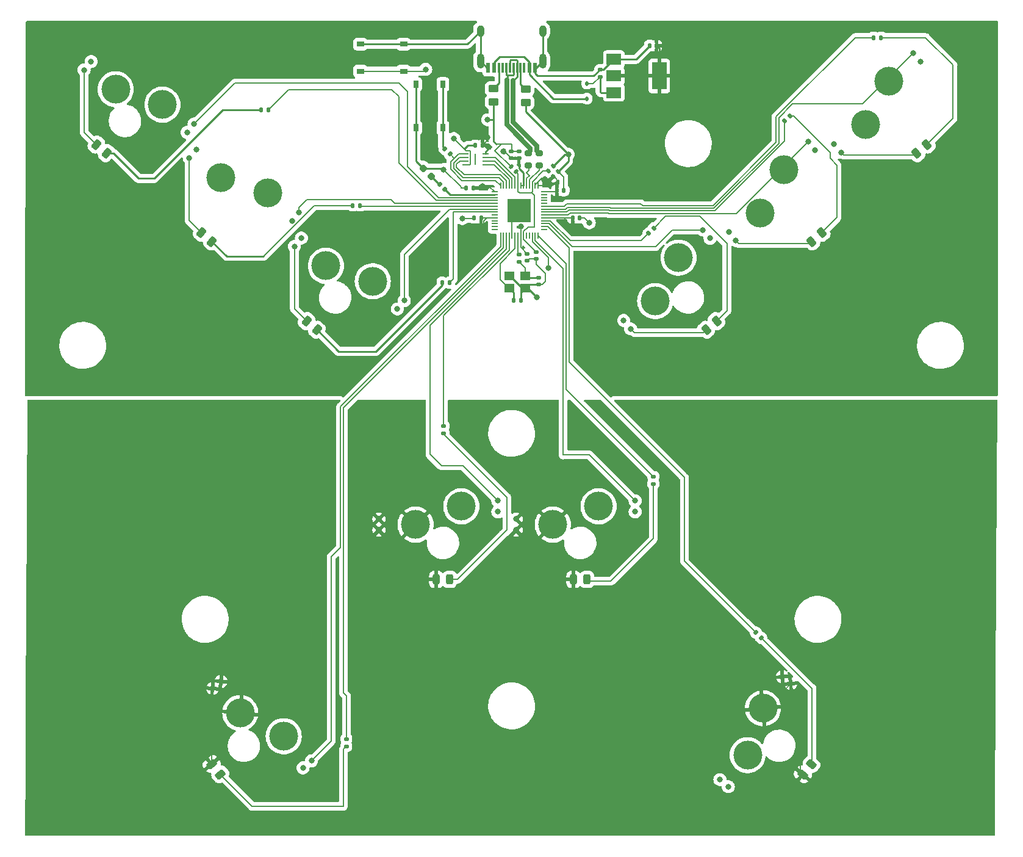
<source format=gbr>
%TF.GenerationSoftware,KiCad,Pcbnew,7.0.5*%
%TF.CreationDate,2023-07-04T17:15:59-06:00*%
%TF.ProjectId,keyboard,6b657962-6f61-4726-942e-6b696361645f,0.1*%
%TF.SameCoordinates,Original*%
%TF.FileFunction,Copper,L1,Top*%
%TF.FilePolarity,Positive*%
%FSLAX46Y46*%
G04 Gerber Fmt 4.6, Leading zero omitted, Abs format (unit mm)*
G04 Created by KiCad (PCBNEW 7.0.5) date 2023-07-04 17:15:59*
%MOMM*%
%LPD*%
G01*
G04 APERTURE LIST*
G04 Aperture macros list*
%AMRoundRect*
0 Rectangle with rounded corners*
0 $1 Rounding radius*
0 $2 $3 $4 $5 $6 $7 $8 $9 X,Y pos of 4 corners*
0 Add a 4 corners polygon primitive as box body*
4,1,4,$2,$3,$4,$5,$6,$7,$8,$9,$2,$3,0*
0 Add four circle primitives for the rounded corners*
1,1,$1+$1,$2,$3*
1,1,$1+$1,$4,$5*
1,1,$1+$1,$6,$7*
1,1,$1+$1,$8,$9*
0 Add four rect primitives between the rounded corners*
20,1,$1+$1,$2,$3,$4,$5,0*
20,1,$1+$1,$4,$5,$6,$7,0*
20,1,$1+$1,$6,$7,$8,$9,0*
20,1,$1+$1,$8,$9,$2,$3,0*%
G04 Aperture macros list end*
%TA.AperFunction,SMDPad,CuDef*%
%ADD10R,1.000000X0.750000*%
%TD*%
%TA.AperFunction,ComponentPad*%
%ADD11C,0.800000*%
%TD*%
%TA.AperFunction,ComponentPad*%
%ADD12C,4.000000*%
%TD*%
%TA.AperFunction,SMDPad,CuDef*%
%ADD13RoundRect,0.140000X0.140000X0.170000X-0.140000X0.170000X-0.140000X-0.170000X0.140000X-0.170000X0*%
%TD*%
%TA.AperFunction,SMDPad,CuDef*%
%ADD14RoundRect,0.135000X0.185000X-0.135000X0.185000X0.135000X-0.185000X0.135000X-0.185000X-0.135000X0*%
%TD*%
%TA.AperFunction,SMDPad,CuDef*%
%ADD15RoundRect,0.243750X0.106549X-0.506187X0.479995X-0.192828X-0.106549X0.506187X-0.479995X0.192828X0*%
%TD*%
%TA.AperFunction,SMDPad,CuDef*%
%ADD16RoundRect,0.135000X-0.185000X0.135000X-0.185000X-0.135000X0.185000X-0.135000X0.185000X0.135000X0*%
%TD*%
%TA.AperFunction,SMDPad,CuDef*%
%ADD17RoundRect,0.135000X-0.226274X-0.035355X-0.035355X-0.226274X0.226274X0.035355X0.035355X0.226274X0*%
%TD*%
%TA.AperFunction,SMDPad,CuDef*%
%ADD18RoundRect,0.135000X0.035355X-0.226274X0.226274X-0.035355X-0.035355X0.226274X-0.226274X0.035355X0*%
%TD*%
%TA.AperFunction,SMDPad,CuDef*%
%ADD19RoundRect,0.140000X-0.140000X-0.170000X0.140000X-0.170000X0.140000X0.170000X-0.140000X0.170000X0*%
%TD*%
%TA.AperFunction,SMDPad,CuDef*%
%ADD20RoundRect,0.200000X-0.275000X0.200000X-0.275000X-0.200000X0.275000X-0.200000X0.275000X0.200000X0*%
%TD*%
%TA.AperFunction,SMDPad,CuDef*%
%ADD21RoundRect,0.243750X-0.479995X-0.192828X-0.106549X-0.506187X0.479995X0.192828X0.106549X0.506187X0*%
%TD*%
%TA.AperFunction,SMDPad,CuDef*%
%ADD22RoundRect,0.140000X-0.170000X0.140000X-0.170000X-0.140000X0.170000X-0.140000X0.170000X0.140000X0*%
%TD*%
%TA.AperFunction,SMDPad,CuDef*%
%ADD23RoundRect,0.140000X0.170000X-0.140000X0.170000X0.140000X-0.170000X0.140000X-0.170000X-0.140000X0*%
%TD*%
%TA.AperFunction,SMDPad,CuDef*%
%ADD24RoundRect,0.243750X-0.506187X-0.106549X-0.192828X-0.479995X0.506187X0.106549X0.192828X0.479995X0*%
%TD*%
%TA.AperFunction,SMDPad,CuDef*%
%ADD25R,0.812800X0.254000*%
%TD*%
%TA.AperFunction,SMDPad,CuDef*%
%ADD26R,0.203200X1.600200*%
%TD*%
%TA.AperFunction,SMDPad,CuDef*%
%ADD27RoundRect,0.140000X0.021213X-0.219203X0.219203X-0.021213X-0.021213X0.219203X-0.219203X0.021213X0*%
%TD*%
%TA.AperFunction,SMDPad,CuDef*%
%ADD28RoundRect,0.243750X-0.243750X-0.456250X0.243750X-0.456250X0.243750X0.456250X-0.243750X0.456250X0*%
%TD*%
%TA.AperFunction,SMDPad,CuDef*%
%ADD29RoundRect,0.135000X0.135000X0.185000X-0.135000X0.185000X-0.135000X-0.185000X0.135000X-0.185000X0*%
%TD*%
%TA.AperFunction,SMDPad,CuDef*%
%ADD30RoundRect,0.135000X-0.135000X-0.185000X0.135000X-0.185000X0.135000X0.185000X-0.135000X0.185000X0*%
%TD*%
%TA.AperFunction,SMDPad,CuDef*%
%ADD31RoundRect,0.243750X0.192828X-0.479995X0.506187X-0.106549X-0.192828X0.479995X-0.506187X0.106549X0*%
%TD*%
%TA.AperFunction,SMDPad,CuDef*%
%ADD32RoundRect,0.050000X-0.387500X-0.050000X0.387500X-0.050000X0.387500X0.050000X-0.387500X0.050000X0*%
%TD*%
%TA.AperFunction,SMDPad,CuDef*%
%ADD33RoundRect,0.050000X-0.050000X-0.387500X0.050000X-0.387500X0.050000X0.387500X-0.050000X0.387500X0*%
%TD*%
%TA.AperFunction,SMDPad,CuDef*%
%ADD34R,3.200000X3.200000*%
%TD*%
%TA.AperFunction,SMDPad,CuDef*%
%ADD35RoundRect,0.135000X0.226274X0.035355X0.035355X0.226274X-0.226274X-0.035355X-0.035355X-0.226274X0*%
%TD*%
%TA.AperFunction,SMDPad,CuDef*%
%ADD36RoundRect,0.218750X-0.335876X-0.026517X-0.026517X-0.335876X0.335876X0.026517X0.026517X0.335876X0*%
%TD*%
%TA.AperFunction,SMDPad,CuDef*%
%ADD37R,1.400000X1.200000*%
%TD*%
%TA.AperFunction,SMDPad,CuDef*%
%ADD38RoundRect,0.140000X0.219203X0.021213X0.021213X0.219203X-0.219203X-0.021213X-0.021213X-0.219203X0*%
%TD*%
%TA.AperFunction,SMDPad,CuDef*%
%ADD39RoundRect,0.250000X-0.450000X0.262500X-0.450000X-0.262500X0.450000X-0.262500X0.450000X0.262500X0*%
%TD*%
%TA.AperFunction,SMDPad,CuDef*%
%ADD40R,2.000000X1.500000*%
%TD*%
%TA.AperFunction,SMDPad,CuDef*%
%ADD41R,2.000000X3.800000*%
%TD*%
%TA.AperFunction,SMDPad,CuDef*%
%ADD42R,0.750000X1.000000*%
%TD*%
%TA.AperFunction,ComponentPad*%
%ADD43O,1.000000X2.100000*%
%TD*%
%TA.AperFunction,ComponentPad*%
%ADD44O,1.000000X1.600000*%
%TD*%
%TA.AperFunction,SMDPad,CuDef*%
%ADD45R,0.600000X1.450000*%
%TD*%
%TA.AperFunction,SMDPad,CuDef*%
%ADD46R,0.300000X1.450000*%
%TD*%
%TA.AperFunction,SMDPad,CuDef*%
%ADD47RoundRect,0.112500X-0.112500X0.187500X-0.112500X-0.187500X0.112500X-0.187500X0.112500X0.187500X0*%
%TD*%
%TA.AperFunction,ViaPad*%
%ADD48C,0.800000*%
%TD*%
%TA.AperFunction,Conductor*%
%ADD49C,0.250000*%
%TD*%
%TA.AperFunction,Conductor*%
%ADD50C,0.200000*%
%TD*%
%TA.AperFunction,Conductor*%
%ADD51C,0.700000*%
%TD*%
G04 APERTURE END LIST*
D10*
%TO.P,SW12,1,1*%
%TO.N,GND*%
X71930000Y-28605000D03*
X77930000Y-28605000D03*
%TO.P,SW12,2,2*%
%TO.N,/RUN*%
X71930000Y-32355000D03*
X77930000Y-32355000D03*
%TD*%
D11*
%TO.P,SW6,1,1*%
%TO.N,GND*%
X74510000Y-94498000D03*
X74510000Y-96022000D03*
D12*
X79590000Y-95260000D03*
%TO.P,SW6,2,2*%
%TO.N,/K4*%
X85940000Y-92720000D03*
D11*
X91020000Y-91958000D03*
X91020000Y-93482000D03*
%TD*%
%TO.P,SW9,1,1*%
%TO.N,GND*%
X123067380Y-54694903D03*
X124046989Y-55862355D03*
D12*
X127448690Y-52013268D03*
%TO.P,SW9,2,2*%
%TO.N,/K7*%
X130680392Y-45985814D03*
D11*
X134082093Y-42136727D03*
X135061702Y-43304179D03*
%TD*%
D13*
%TO.P,C7,1*%
%TO.N,+3.3V*%
X87580000Y-48600000D03*
%TO.P,C7,2*%
%TO.N,GND*%
X86620000Y-48600000D03*
%TD*%
D14*
%TO.P,R4,1*%
%TO.N,Net-(C16-Pad2)*%
X93980000Y-58803000D03*
%TO.P,R4,2*%
%TO.N,Net-(U1-XOUT)*%
X93980000Y-57783000D03*
%TD*%
D15*
%TO.P,D9,1,K*%
%TO.N,GND*%
X119937722Y-68229764D03*
%TO.P,D9,2,A*%
%TO.N,Net-(D9-A)*%
X121374056Y-67024538D03*
%TD*%
D16*
%TO.P,R11,1*%
%TO.N,/LED3_1*%
X69990000Y-124990000D03*
%TO.P,R11,2*%
%TO.N,Net-(D5-A)*%
X69990000Y-126010000D03*
%TD*%
D11*
%TO.P,SW8,1,1*%
%TO.N,GND*%
X108474235Y-66940007D03*
X109453844Y-68107459D03*
D12*
X112855545Y-64258372D03*
%TO.P,SW8,2,2*%
%TO.N,/K6*%
X116087247Y-58230918D03*
D11*
X119488948Y-54381831D03*
X120468557Y-55549283D03*
%TD*%
D17*
%TO.P,R12,1*%
%TO.N,/LED3_2*%
X126839376Y-110239376D03*
%TO.P,R12,2*%
%TO.N,Net-(D6-A)*%
X127560624Y-110960624D03*
%TD*%
D13*
%TO.P,C14,1*%
%TO.N,+3.3V*%
X88872000Y-42672000D03*
%TO.P,C14,2*%
%TO.N,GND*%
X87912000Y-42672000D03*
%TD*%
D16*
%TO.P,R14,1*%
%TO.N,/LED5*%
X112600000Y-88590000D03*
%TO.P,R14,2*%
%TO.N,Net-(D8-A)*%
X112600000Y-89610000D03*
%TD*%
D11*
%TO.P,SW7,1,1*%
%TO.N,GND*%
X93560000Y-94498000D03*
X93560000Y-96022000D03*
D12*
X98640000Y-95260000D03*
%TO.P,SW7,2,2*%
%TO.N,/K5*%
X104990000Y-92720000D03*
D11*
X110070000Y-91958000D03*
X110070000Y-93482000D03*
%TD*%
D18*
%TO.P,R16,1*%
%TO.N,/LED7*%
X130839376Y-39260624D03*
%TO.P,R16,2*%
%TO.N,Net-(D10-A)*%
X131560624Y-38539376D03*
%TD*%
D19*
%TO.P,C11,1*%
%TO.N,+3.3V*%
X99220000Y-48900000D03*
%TO.P,C11,2*%
%TO.N,GND*%
X100180000Y-48900000D03*
%TD*%
D20*
%TO.P,R5,1*%
%TO.N,/USB_D+*%
X95199200Y-43777400D03*
%TO.P,R5,2*%
%TO.N,Net-(U1-USB_DP)*%
X95199200Y-45427400D03*
%TD*%
D21*
%TO.P,D4,1,K*%
%TO.N,GND*%
X64475944Y-67024538D03*
%TO.P,D4,2,A*%
%TO.N,Net-(D4-A)*%
X65912278Y-68229764D03*
%TD*%
D19*
%TO.P,C10,1*%
%TO.N,+3.3V*%
X101420000Y-52700000D03*
%TO.P,C10,2*%
%TO.N,GND*%
X102380000Y-52700000D03*
%TD*%
D22*
%TO.P,C9,1*%
%TO.N,+3.3V*%
X95100000Y-57720000D03*
%TO.P,C9,2*%
%TO.N,GND*%
X95100000Y-58680000D03*
%TD*%
D21*
%TO.P,D3,1,K*%
%TO.N,GND*%
X49882801Y-54779434D03*
%TO.P,D3,2,A*%
%TO.N,Net-(D3-A)*%
X51319135Y-55984660D03*
%TD*%
D20*
%TO.P,R6,1*%
%TO.N,/USB_D-*%
X96723200Y-43777400D03*
%TO.P,R6,2*%
%TO.N,Net-(U1-USB_DM)*%
X96723200Y-45427400D03*
%TD*%
D18*
%TO.P,R15,1*%
%TO.N,/LED6*%
X111939376Y-54860624D03*
%TO.P,R15,2*%
%TO.N,Net-(D9-A)*%
X112660624Y-54139376D03*
%TD*%
D23*
%TO.P,C6,1*%
%TO.N,+3.3V*%
X92900000Y-44460000D03*
%TO.P,C6,2*%
%TO.N,GND*%
X92900000Y-43500000D03*
%TD*%
D24*
%TO.P,D5,1,K*%
%TO.N,GND*%
X51295339Y-128470867D03*
%TO.P,D5,2,A*%
%TO.N,Net-(D5-A)*%
X52500565Y-129907201D03*
%TD*%
D25*
%TO.P,U4,1,~{CS}*%
%TO.N,/QSPI_SS*%
X86484200Y-43815000D03*
%TO.P,U4,2,DO(IO1)*%
%TO.N,/QSPI_SD1*%
X86484200Y-44315001D03*
%TO.P,U4,3,IO2*%
%TO.N,/QSPI_SD2*%
X86484200Y-44815001D03*
%TO.P,U4,4,GND*%
%TO.N,GND*%
X86484200Y-45315002D03*
%TO.P,U4,5,DI(IO0)*%
%TO.N,/QSPI_SD0*%
X89281000Y-45315002D03*
%TO.P,U4,6,CLK*%
%TO.N,/QSPI_SCLK*%
X89281000Y-44815001D03*
%TO.P,U4,7,IO3*%
%TO.N,/QSPI_SD3*%
X89281000Y-44315001D03*
%TO.P,U4,8,VCC*%
%TO.N,+3.3V*%
X89281000Y-43815000D03*
D26*
%TO.P,U4,9,EP*%
%TO.N,unconnected-(U4-EP-Pad9)*%
X87882600Y-44565001D03*
%TD*%
D27*
%TO.P,C3,1*%
%TO.N,+3.3V*%
X98720589Y-46923011D03*
%TO.P,C3,2*%
%TO.N,GND*%
X99399411Y-46244189D03*
%TD*%
D11*
%TO.P,SW11,1,1*%
%TO.N,/K3*%
X121836139Y-130627650D03*
X123003591Y-131607259D03*
D12*
X125685226Y-127225949D03*
%TO.P,SW11,2,2*%
%TO.N,GND*%
X127821175Y-120728886D03*
D11*
X130502810Y-116347576D03*
X131670262Y-117327184D03*
%TD*%
D28*
%TO.P,D8,1,K*%
%TO.N,GND*%
X101512500Y-102854600D03*
%TO.P,D8,2,A*%
%TO.N,Net-(D8-A)*%
X103387500Y-102854600D03*
%TD*%
%TO.P,D7,1,K*%
%TO.N,GND*%
X82462500Y-102854600D03*
%TO.P,D7,2,A*%
%TO.N,Net-(D7-A)*%
X84337500Y-102854600D03*
%TD*%
D16*
%TO.P,R13,1*%
%TO.N,/LED4*%
X83500000Y-81590000D03*
%TO.P,R13,2*%
%TO.N,Net-(D7-A)*%
X83500000Y-82610000D03*
%TD*%
D13*
%TO.P,C15,1*%
%TO.N,GND*%
X94206000Y-64135000D03*
%TO.P,C15,2*%
%TO.N,Net-(U1-XIN)*%
X93246000Y-64135000D03*
%TD*%
D29*
%TO.P,R10,1*%
%TO.N,/LED2*%
X84310000Y-61700000D03*
%TO.P,R10,2*%
%TO.N,Net-(D4-A)*%
X83290000Y-61700000D03*
%TD*%
D11*
%TO.P,SW4,1,1*%
%TO.N,GND*%
X63755496Y-55511242D03*
X62775887Y-56678694D03*
D12*
X67157197Y-59360329D03*
%TO.P,SW4,2,2*%
%TO.N,/K2*%
X73654260Y-61496278D03*
D11*
X78035570Y-64177913D03*
X77055962Y-65345365D03*
%TD*%
D22*
%TO.P,C12,1*%
%TO.N,+1V1*%
X96300000Y-57420000D03*
%TO.P,C12,2*%
%TO.N,GND*%
X96300000Y-58380000D03*
%TD*%
D29*
%TO.P,R9,1*%
%TO.N,/LED1*%
X71910000Y-51000000D03*
%TO.P,R9,2*%
%TO.N,Net-(D3-A)*%
X70890000Y-51000000D03*
%TD*%
D30*
%TO.P,R17,1*%
%TO.N,/LED8*%
X143190000Y-27700000D03*
%TO.P,R17,2*%
%TO.N,Net-(D11-A)*%
X144210000Y-27700000D03*
%TD*%
D11*
%TO.P,SW5,1,1*%
%TO.N,GND*%
X52585097Y-117007380D03*
X51417645Y-117986989D03*
D12*
X55266732Y-121388690D03*
%TO.P,SW5,2,2*%
%TO.N,/K3*%
X61294186Y-124620392D03*
D11*
X65143273Y-128022093D03*
X63975821Y-129001702D03*
%TD*%
D31*
%TO.P,D6,1,K*%
%TO.N,GND*%
X133349435Y-129907201D03*
%TO.P,D6,2,A*%
%TO.N,Net-(D6-A)*%
X134554661Y-128470867D03*
%TD*%
D17*
%TO.P,R3,1*%
%TO.N,Net-(R3-Pad1)*%
X83639376Y-43139376D03*
%TO.P,R3,2*%
%TO.N,/QSPI_SS*%
X84360624Y-43860624D03*
%TD*%
D23*
%TO.P,C5,1*%
%TO.N,+3.3V*%
X93929200Y-44450000D03*
%TO.P,C5,2*%
%TO.N,GND*%
X93929200Y-43490000D03*
%TD*%
D29*
%TO.P,R8,1*%
%TO.N,/LED0*%
X59186000Y-37719000D03*
%TO.P,R8,2*%
%TO.N,Net-(D2-A)*%
X58166000Y-37719000D03*
%TD*%
D32*
%TO.P,U1,1,IOVDD*%
%TO.N,+3.3V*%
X90558500Y-49097500D03*
%TO.P,U1,2,GPIO0*%
%TO.N,/KBD_STATUS*%
X90558500Y-49497500D03*
%TO.P,U1,3,GPIO1*%
%TO.N,/K0*%
X90558500Y-49897500D03*
%TO.P,U1,4,GPIO2*%
%TO.N,/LED0*%
X90558500Y-50297500D03*
%TO.P,U1,5,GPIO3*%
%TO.N,/K1*%
X90558500Y-50697500D03*
%TO.P,U1,6,GPIO4*%
%TO.N,/LED1*%
X90558500Y-51097500D03*
%TO.P,U1,7,GPIO5*%
%TO.N,/K2*%
X90558500Y-51497500D03*
%TO.P,U1,8,GPIO6*%
%TO.N,/LED2*%
X90558500Y-51897500D03*
%TO.P,U1,9,GPIO7*%
%TO.N,unconnected-(U1-GPIO7-Pad9)*%
X90558500Y-52297500D03*
%TO.P,U1,10,IOVDD*%
%TO.N,+3.3V*%
X90558500Y-52697500D03*
%TO.P,U1,11,GPIO8*%
%TO.N,unconnected-(U1-GPIO8-Pad11)*%
X90558500Y-53097500D03*
%TO.P,U1,12,GPIO9*%
%TO.N,unconnected-(U1-GPIO9-Pad12)*%
X90558500Y-53497500D03*
%TO.P,U1,13,GPIO10*%
%TO.N,unconnected-(U1-GPIO10-Pad13)*%
X90558500Y-53897500D03*
%TO.P,U1,14,GPIO11*%
%TO.N,unconnected-(U1-GPIO11-Pad14)*%
X90558500Y-54297500D03*
D33*
%TO.P,U1,15,GPIO12*%
%TO.N,/K3*%
X91396000Y-55135000D03*
%TO.P,U1,16,GPIO13*%
%TO.N,/LED3_1*%
X91796000Y-55135000D03*
%TO.P,U1,17,GPIO14*%
%TO.N,/K4*%
X92196000Y-55135000D03*
%TO.P,U1,18,GPIO15*%
%TO.N,/LED4*%
X92596000Y-55135000D03*
%TO.P,U1,19,TESTEN*%
%TO.N,GND*%
X92996000Y-55135000D03*
%TO.P,U1,20,XIN*%
%TO.N,Net-(U1-XIN)*%
X93396000Y-55135000D03*
%TO.P,U1,21,XOUT*%
%TO.N,Net-(U1-XOUT)*%
X93796000Y-55135000D03*
%TO.P,U1,22,IOVDD*%
%TO.N,+3.3V*%
X94196000Y-55135000D03*
%TO.P,U1,23,DVDD*%
%TO.N,+1V1*%
X94596000Y-55135000D03*
%TO.P,U1,24,SWCLK*%
%TO.N,unconnected-(U1-SWCLK-Pad24)*%
X94996000Y-55135000D03*
%TO.P,U1,25,SWD*%
%TO.N,unconnected-(U1-SWD-Pad25)*%
X95396000Y-55135000D03*
%TO.P,U1,26,RUN*%
%TO.N,/RUN*%
X95796000Y-55135000D03*
%TO.P,U1,27,GPIO16*%
%TO.N,/K5*%
X96196000Y-55135000D03*
%TO.P,U1,28,GPIO17*%
%TO.N,/LED5*%
X96596000Y-55135000D03*
D32*
%TO.P,U1,29,GPIO18*%
%TO.N,unconnected-(U1-GPIO18-Pad29)*%
X97433500Y-54297500D03*
%TO.P,U1,30,GPIO19*%
%TO.N,/LED3_2*%
X97433500Y-53897500D03*
%TO.P,U1,31,GPIO20*%
%TO.N,/K6*%
X97433500Y-53497500D03*
%TO.P,U1,32,GPIO21*%
%TO.N,/LED6*%
X97433500Y-53097500D03*
%TO.P,U1,33,IOVDD*%
%TO.N,+3.3V*%
X97433500Y-52697500D03*
%TO.P,U1,34,GPIO22*%
%TO.N,/K7*%
X97433500Y-52297500D03*
%TO.P,U1,35,GPIO23*%
%TO.N,/LED7*%
X97433500Y-51897500D03*
%TO.P,U1,36,GPIO24*%
%TO.N,/K8*%
X97433500Y-51497500D03*
%TO.P,U1,37,GPIO25*%
%TO.N,/LED8*%
X97433500Y-51097500D03*
%TO.P,U1,38,GPIO26_ADC0*%
%TO.N,unconnected-(U1-GPIO26_ADC0-Pad38)*%
X97433500Y-50697500D03*
%TO.P,U1,39,GPIO27_ADC1*%
%TO.N,unconnected-(U1-GPIO27_ADC1-Pad39)*%
X97433500Y-50297500D03*
%TO.P,U1,40,GPIO28_ADC2*%
%TO.N,unconnected-(U1-GPIO28_ADC2-Pad40)*%
X97433500Y-49897500D03*
%TO.P,U1,41,GPIO29_ADC3*%
%TO.N,unconnected-(U1-GPIO29_ADC3-Pad41)*%
X97433500Y-49497500D03*
%TO.P,U1,42,IOVDD*%
%TO.N,+3.3V*%
X97433500Y-49097500D03*
D33*
%TO.P,U1,43,ADC_AVDD*%
X96596000Y-48260000D03*
%TO.P,U1,44,VREG_IN*%
X96196000Y-48260000D03*
%TO.P,U1,45,VREG_VOUT*%
%TO.N,+1V1*%
X95796000Y-48260000D03*
%TO.P,U1,46,USB_DM*%
%TO.N,Net-(U1-USB_DM)*%
X95396000Y-48260000D03*
%TO.P,U1,47,USB_DP*%
%TO.N,Net-(U1-USB_DP)*%
X94996000Y-48260000D03*
%TO.P,U1,48,USB_VDD*%
%TO.N,+3.3V*%
X94596000Y-48260000D03*
%TO.P,U1,49,IOVDD*%
X94196000Y-48260000D03*
%TO.P,U1,50,DVDD*%
%TO.N,+1V1*%
X93796000Y-48260000D03*
%TO.P,U1,51,QSPI_SD3*%
%TO.N,/QSPI_SD3*%
X93396000Y-48260000D03*
%TO.P,U1,52,QSPI_SCLK*%
%TO.N,/QSPI_SCLK*%
X92996000Y-48260000D03*
%TO.P,U1,53,QSPI_SD0*%
%TO.N,/QSPI_SD0*%
X92596000Y-48260000D03*
%TO.P,U1,54,QSPI_SD2*%
%TO.N,/QSPI_SD2*%
X92196000Y-48260000D03*
%TO.P,U1,55,QSPI_SD1*%
%TO.N,/QSPI_SD1*%
X91796000Y-48260000D03*
%TO.P,U1,56,QSPI_SS*%
%TO.N,/QSPI_SS*%
X91396000Y-48260000D03*
D34*
%TO.P,U1,57,GND*%
%TO.N,GND*%
X93996000Y-51697500D03*
%TD*%
D21*
%TO.P,D2,1,K*%
%TO.N,GND*%
X35289652Y-42534330D03*
%TO.P,D2,2,A*%
%TO.N,Net-(D2-A)*%
X36725986Y-43739556D03*
%TD*%
D15*
%TO.P,D11,1,K*%
%TO.N,GND*%
X149124015Y-43739557D03*
%TO.P,D11,2,A*%
%TO.N,Net-(D11-A)*%
X150560349Y-42534331D03*
%TD*%
D35*
%TO.P,R7,1*%
%TO.N,/KBD_STATUS*%
X83660624Y-48760624D03*
%TO.P,R7,2*%
%TO.N,Net-(D1-A)*%
X82939376Y-48039376D03*
%TD*%
D11*
%TO.P,SW3,1,1*%
%TO.N,GND*%
X49162350Y-43266139D03*
X48182741Y-44433591D03*
D12*
X52564051Y-47115226D03*
%TO.P,SW3,2,2*%
%TO.N,/K1*%
X59061114Y-49251175D03*
D11*
X63442424Y-51932810D03*
X62462816Y-53100262D03*
%TD*%
D36*
%TO.P,D1,1,K*%
%TO.N,GND*%
X80643153Y-45843153D03*
%TO.P,D1,2,A*%
%TO.N,Net-(D1-A)*%
X81756847Y-46956847D03*
%TD*%
D13*
%TO.P,C8,1*%
%TO.N,+3.3V*%
X88680000Y-52700000D03*
%TO.P,C8,2*%
%TO.N,GND*%
X87720000Y-52700000D03*
%TD*%
D15*
%TO.P,D10,1,K*%
%TO.N,GND*%
X134530867Y-55984660D03*
%TO.P,D10,2,A*%
%TO.N,Net-(D10-A)*%
X135967201Y-54779434D03*
%TD*%
D37*
%TO.P,Y1,1,1*%
%TO.N,Net-(U1-XIN)*%
X92626000Y-62445000D03*
%TO.P,Y1,2,2*%
%TO.N,GND*%
X94826000Y-62445000D03*
%TO.P,Y1,3,3*%
%TO.N,Net-(C16-Pad2)*%
X94826000Y-60745000D03*
%TO.P,Y1,4,4*%
%TO.N,GND*%
X92626000Y-60745000D03*
%TD*%
D27*
%TO.P,C4,1*%
%TO.N,+1V1*%
X98009389Y-46211811D03*
%TO.P,C4,2*%
%TO.N,GND*%
X98688211Y-45532989D03*
%TD*%
D38*
%TO.P,C13,1*%
%TO.N,+1V1*%
X93506611Y-46313411D03*
%TO.P,C13,2*%
%TO.N,GND*%
X92827789Y-45634589D03*
%TD*%
D11*
%TO.P,SW2,1,1*%
%TO.N,GND*%
X34569203Y-31021032D03*
X33589594Y-32188484D03*
D12*
X37970904Y-34870119D03*
%TO.P,SW2,2,2*%
%TO.N,/K0*%
X44467967Y-37006068D03*
D11*
X48849277Y-39687703D03*
X47869669Y-40855155D03*
%TD*%
D23*
%TO.P,C16,1*%
%TO.N,GND*%
X96647000Y-61948000D03*
%TO.P,C16,2*%
%TO.N,Net-(C16-Pad2)*%
X96647000Y-60988000D03*
%TD*%
D11*
%TO.P,SW10,1,1*%
%TO.N,GND*%
X137660528Y-42449798D03*
X138640137Y-43617250D03*
D12*
X142041838Y-39768163D03*
%TO.P,SW10,2,2*%
%TO.N,/K8*%
X145273540Y-33740709D03*
D11*
X148675241Y-29891622D03*
X149654850Y-31059074D03*
%TD*%
D13*
%TO.P,C2,2*%
%TO.N,GND*%
X112078103Y-28828999D03*
%TO.P,C2,1*%
%TO.N,+3.3V*%
X113038103Y-28828999D03*
%TD*%
D39*
%TO.P,R1,2*%
%TO.N,GND*%
X94900000Y-36712500D03*
%TO.P,R1,1*%
%TO.N,Net-(J1-CC1)*%
X94900000Y-34887500D03*
%TD*%
D40*
%TO.P,U2,3,VI*%
%TO.N,Net-(U2-VI)*%
X107122102Y-35320000D03*
D41*
%TO.P,U2,2,VO*%
%TO.N,+3.3V*%
X113422102Y-33020000D03*
D40*
X107122102Y-33020000D03*
%TO.P,U2,1,GND*%
%TO.N,GND*%
X107122102Y-30720000D03*
%TD*%
D23*
%TO.P,C1,2*%
%TO.N,GND*%
X105192103Y-32159000D03*
%TO.P,C1,1*%
%TO.N,Net-(U2-VI)*%
X105192103Y-33119000D03*
%TD*%
D42*
%TO.P,SW1,1,1*%
%TO.N,GND*%
X79625000Y-40200000D03*
X79625000Y-34200000D03*
%TO.P,SW1,2,2*%
%TO.N,Net-(R3-Pad1)*%
X83375000Y-40200000D03*
X83375000Y-34200000D03*
%TD*%
D43*
%TO.P,J1,S1,SHIELD*%
%TO.N,GND*%
X88610000Y-30965000D03*
D44*
X88610000Y-26785000D03*
D43*
X97250000Y-30965000D03*
D44*
X97250000Y-26785000D03*
D45*
%TO.P,J1,B12,GND*%
X96180000Y-31880000D03*
%TO.P,J1,B9,VBUS*%
%TO.N,VBUS*%
X95380000Y-31880000D03*
D46*
%TO.P,J1,B8,SBU2*%
%TO.N,unconnected-(J1-SBU2-PadB8)*%
X94680000Y-31880000D03*
%TO.P,J1,B7,D-*%
%TO.N,/USB_D-*%
X93680000Y-31880000D03*
%TO.P,J1,B6,D+*%
%TO.N,/USB_D+*%
X92180000Y-31880000D03*
%TO.P,J1,B5,CC2*%
%TO.N,Net-(J1-CC2)*%
X91180000Y-31880000D03*
D45*
%TO.P,J1,B4,VBUS*%
%TO.N,VBUS*%
X90480000Y-31880000D03*
%TO.P,J1,B1,GND*%
%TO.N,GND*%
X89680000Y-31880000D03*
%TO.P,J1,A12,GND*%
X89680000Y-31880000D03*
%TO.P,J1,A9,VBUS*%
%TO.N,VBUS*%
X90480000Y-31880000D03*
D46*
%TO.P,J1,A8,SBU1*%
%TO.N,unconnected-(J1-SBU1-PadA8)*%
X91680000Y-31880000D03*
%TO.P,J1,A7,D-*%
%TO.N,/USB_D-*%
X92680000Y-31880000D03*
%TO.P,J1,A6,D+*%
%TO.N,/USB_D+*%
X93180000Y-31880000D03*
%TO.P,J1,A5,CC1*%
%TO.N,Net-(J1-CC1)*%
X94180000Y-31880000D03*
D45*
%TO.P,J1,A4,VBUS*%
%TO.N,VBUS*%
X95380000Y-31880000D03*
%TO.P,J1,A1,GND*%
%TO.N,GND*%
X96180000Y-31880000D03*
%TD*%
D47*
%TO.P,U3,2,A*%
%TO.N,VBUS*%
X103372102Y-36169999D03*
%TO.P,U3,1,K*%
%TO.N,Net-(U2-VI)*%
X103372102Y-34069999D03*
%TD*%
D39*
%TO.P,R2,2*%
%TO.N,GND*%
X90400000Y-36612500D03*
%TO.P,R2,1*%
%TO.N,Net-(J1-CC2)*%
X90400000Y-34787500D03*
%TD*%
D48*
%TO.N,GND*%
X89600000Y-39100000D03*
%TO.N,/RUN*%
X81000000Y-32100000D03*
%TO.N,GND*%
X103700000Y-53400000D03*
X94800000Y-52500000D03*
X83500000Y-46000000D03*
X84900000Y-41700000D03*
X94000000Y-51700000D03*
X100800000Y-43900000D03*
X96400000Y-63700000D03*
X94800000Y-50900000D03*
X93200000Y-50900000D03*
X93200000Y-52500000D03*
X86100000Y-52800000D03*
%TO.N,+3.3V*%
X89100000Y-54000000D03*
X99200000Y-50000000D03*
X100300000Y-53700000D03*
X91800000Y-43500000D03*
X88900000Y-48300000D03*
X89600000Y-41500000D03*
X94200000Y-53900000D03*
%TO.N,/RUN*%
X98000000Y-59700000D03*
%TD*%
D49*
%TO.N,GND*%
X89600000Y-39100000D02*
X90400000Y-39100000D01*
X90400000Y-39100000D02*
X90400000Y-42100000D01*
X90400000Y-36612500D02*
X90400000Y-39100000D01*
D50*
%TO.N,+3.3V*%
X89600000Y-41944000D02*
X88872000Y-42672000D01*
X89600000Y-41500000D02*
X89600000Y-41944000D01*
D49*
%TO.N,GND*%
X94900000Y-38000000D02*
X100800000Y-43900000D01*
X94900000Y-36712500D02*
X94900000Y-38000000D01*
X90400000Y-42100000D02*
X90800000Y-42500000D01*
D50*
X91538800Y-42500000D02*
X90800000Y-42500000D01*
D49*
X79625000Y-44825000D02*
X80643153Y-45843153D01*
X79625000Y-40200000D02*
X79625000Y-44825000D01*
X77930000Y-28605000D02*
X86790000Y-28605000D01*
X86790000Y-28605000D02*
X88610000Y-26785000D01*
%TO.N,Net-(R3-Pad1)*%
X83375000Y-34200000D02*
X83375000Y-40200000D01*
X83375000Y-42875000D02*
X83375000Y-40200000D01*
X83639376Y-43139376D02*
X83375000Y-42875000D01*
%TO.N,GND*%
X79625000Y-40200000D02*
X79625000Y-34200000D01*
X77930000Y-28605000D02*
X71930000Y-28605000D01*
D50*
%TO.N,/RUN*%
X77930000Y-32355000D02*
X71930000Y-32355000D01*
X80745000Y-32355000D02*
X77930000Y-32355000D01*
X81000000Y-32100000D02*
X80745000Y-32355000D01*
D49*
%TO.N,GND*%
X105192103Y-32159000D02*
X105683102Y-32159000D01*
X105683102Y-32159000D02*
X107122102Y-30720000D01*
X110187102Y-30720000D02*
X107122102Y-30720000D01*
X112078103Y-28828999D02*
X110187102Y-30720000D01*
X96180000Y-32680000D02*
X96520000Y-33020000D01*
X96520000Y-33020000D02*
X104331103Y-33020000D01*
X104331103Y-33020000D02*
X105192103Y-32159000D01*
X96180000Y-31880000D02*
X96180000Y-32680000D01*
%TO.N,VBUS*%
X95380000Y-31880000D02*
X95380000Y-32855000D01*
X95380000Y-32855000D02*
X98694999Y-36169999D01*
X98694999Y-36169999D02*
X103372102Y-36169999D01*
%TO.N,GND*%
X96335000Y-31880000D02*
X97250000Y-30965000D01*
X96180000Y-31880000D02*
X96335000Y-31880000D01*
X89525000Y-31880000D02*
X88610000Y-30965000D01*
X89680000Y-31880000D02*
X89525000Y-31880000D01*
%TO.N,VBUS*%
X95380000Y-31135000D02*
X95380000Y-31880000D01*
X91225000Y-30390000D02*
X94635000Y-30390000D01*
X94635000Y-30390000D02*
X95380000Y-31135000D01*
X90480000Y-31135000D02*
X91225000Y-30390000D01*
X90480000Y-31880000D02*
X90480000Y-31135000D01*
%TO.N,Net-(J1-CC2)*%
X91180000Y-34007500D02*
X91180000Y-31880000D01*
X90400000Y-34787500D02*
X91180000Y-34007500D01*
%TO.N,Net-(J1-CC1)*%
X94180000Y-34167500D02*
X94180000Y-31880000D01*
X94900000Y-34887500D02*
X94180000Y-34167500D01*
%TO.N,/USB_D-*%
X93680000Y-33120000D02*
X93106988Y-33693012D01*
X93680000Y-31880000D02*
X93680000Y-33120000D01*
%TO.N,/USB_D+*%
X92400000Y-33446988D02*
X92246988Y-33600000D01*
X92400000Y-32900000D02*
X92400000Y-33446988D01*
X92400000Y-32900000D02*
X93135000Y-32900000D01*
X92225000Y-32900000D02*
X92400000Y-32900000D01*
D51*
%TO.N,/USB_D-*%
X96723200Y-43702400D02*
X96723200Y-43777400D01*
X96391200Y-43370400D02*
X96723200Y-43702400D01*
X93106988Y-39412876D02*
X96391200Y-42697088D01*
X96391200Y-42697088D02*
X96391200Y-43370400D01*
X93106988Y-33693012D02*
X93106988Y-39412876D01*
D49*
X93680000Y-30905000D02*
X93680000Y-31880000D01*
X92785000Y-30800000D02*
X93575000Y-30800000D01*
X93575000Y-30800000D02*
X93680000Y-30905000D01*
X92680000Y-31880000D02*
X92680000Y-30905000D01*
X92680000Y-30905000D02*
X92785000Y-30800000D01*
%TO.N,/USB_D+*%
X93180000Y-32855000D02*
X93180000Y-31880000D01*
X93135000Y-32900000D02*
X93180000Y-32855000D01*
X92180000Y-32855000D02*
X92225000Y-32900000D01*
X92180000Y-31880000D02*
X92180000Y-32855000D01*
D51*
X95531200Y-43370400D02*
X95199200Y-43702400D01*
X95199200Y-43702400D02*
X95199200Y-43777400D01*
X92246988Y-33600000D02*
X92246988Y-39769100D01*
X92246988Y-39769100D02*
X95531200Y-43053312D01*
X95531200Y-43053312D02*
X95531200Y-43370400D01*
D50*
%TO.N,/LED3_2*%
X100900000Y-72700000D02*
X116900000Y-88700000D01*
X116900000Y-100300000D02*
X126839376Y-110239376D01*
X100900000Y-56831525D02*
X100900000Y-72700000D01*
X97965975Y-53897500D02*
X100900000Y-56831525D01*
X116900000Y-88700000D02*
X116900000Y-100300000D01*
X97433500Y-53897500D02*
X97965975Y-53897500D01*
%TO.N,Net-(D6-A)*%
X134600000Y-128425528D02*
X134554661Y-128470867D01*
X134600000Y-117900000D02*
X134600000Y-128425528D01*
X134500000Y-117900000D02*
X134600000Y-117900000D01*
X127560624Y-110960624D02*
X134500000Y-117900000D01*
%TO.N,/LED4*%
X83500000Y-66300000D02*
X83500000Y-81590000D01*
X92596000Y-57204000D02*
X83500000Y-66300000D01*
X92596000Y-55135000D02*
X92596000Y-57204000D01*
%TO.N,Net-(D7-A)*%
X92300000Y-91500000D02*
X83500000Y-82700000D01*
X91720000Y-96580000D02*
X92300000Y-96000000D01*
X83500000Y-82700000D02*
X83500000Y-82610000D01*
X85451606Y-102854600D02*
X91720000Y-96586206D01*
X92300000Y-96000000D02*
X92300000Y-91500000D01*
X84337500Y-102854600D02*
X85451606Y-102854600D01*
X91720000Y-96586206D02*
X91720000Y-96580000D01*
%TO.N,/K4*%
X81600000Y-67634315D02*
X92196000Y-57038314D01*
X83200000Y-87100000D02*
X81600000Y-85500000D01*
X86162000Y-87100000D02*
X83200000Y-87100000D01*
X81600000Y-85500000D02*
X81600000Y-67634315D01*
X91020000Y-91958000D02*
X86162000Y-87100000D01*
X92196000Y-57038314D02*
X92196000Y-55135000D01*
%TO.N,/LED8*%
X140590884Y-27700000D02*
X143190000Y-27700000D01*
X129640000Y-42232652D02*
X129640000Y-38650884D01*
X129640000Y-38650884D02*
X140590884Y-27700000D01*
X100606815Y-50740000D02*
X110860000Y-50740000D01*
X100249315Y-51097500D02*
X100606815Y-50740000D01*
X111140000Y-51020000D02*
X120852652Y-51020000D01*
X120852652Y-51020000D02*
X129640000Y-42232652D01*
X97433500Y-51097500D02*
X100249315Y-51097500D01*
X110860000Y-50740000D02*
X111140000Y-51020000D01*
%TO.N,/K8*%
X141666863Y-36900000D02*
X148675241Y-29891622D01*
X131900000Y-36900000D02*
X141666863Y-36900000D01*
X130000000Y-42381768D02*
X130000000Y-38800000D01*
X130000000Y-38800000D02*
X131900000Y-36900000D01*
X106689116Y-51380000D02*
X121001768Y-51380000D01*
X100672501Y-51240000D02*
X106549116Y-51240000D01*
X106549116Y-51240000D02*
X106689116Y-51380000D01*
X121001768Y-51380000D02*
X130000000Y-42381768D01*
X100415001Y-51497500D02*
X100672501Y-51240000D01*
X97433500Y-51497500D02*
X100415001Y-51497500D01*
%TO.N,/K7*%
X106390883Y-52100000D02*
X124118820Y-52100000D01*
X101043873Y-52000000D02*
X106290883Y-52000000D01*
X100746373Y-52297500D02*
X101043873Y-52000000D01*
X97433500Y-52297500D02*
X100746373Y-52297500D01*
X106290883Y-52000000D02*
X106390883Y-52100000D01*
X124118820Y-52100000D02*
X134082093Y-42136727D01*
%TO.N,/LED7*%
X106400000Y-51600000D02*
X106540000Y-51740000D01*
X100878187Y-51600000D02*
X106400000Y-51600000D01*
X106540000Y-51740000D02*
X121150884Y-51740000D01*
X121150884Y-51740000D02*
X130839376Y-42051508D01*
X97433500Y-51897500D02*
X100580687Y-51897500D01*
X100580687Y-51897500D02*
X100878187Y-51600000D01*
X130839376Y-42051508D02*
X130839376Y-39260624D01*
%TO.N,Net-(D10-A)*%
X138100000Y-52646635D02*
X135967201Y-54779434D01*
X138100000Y-45400000D02*
X138100000Y-52646635D01*
X137116506Y-43616506D02*
X137116506Y-44416506D01*
X132039376Y-38539376D02*
X137116506Y-43616506D01*
X137116506Y-44416506D02*
X138100000Y-45400000D01*
X131560624Y-38539376D02*
X132039376Y-38539376D01*
%TO.N,GND*%
X103000000Y-52700000D02*
X103700000Y-53400000D01*
X102380000Y-52700000D02*
X103000000Y-52700000D01*
%TO.N,Net-(D9-A)*%
X114300000Y-52500000D02*
X119000000Y-52500000D01*
X112660624Y-54139376D02*
X114300000Y-52500000D01*
X119000000Y-52500000D02*
X122800000Y-56300000D01*
%TO.N,/LED6*%
X110920000Y-55880000D02*
X111939376Y-54860624D01*
X97433500Y-53097500D02*
X98297500Y-53097500D01*
X98297500Y-53097500D02*
X101080000Y-55880000D01*
X101080000Y-55880000D02*
X110920000Y-55880000D01*
D49*
%TO.N,+3.3V*%
X108922102Y-33020000D02*
X109372102Y-33020000D01*
X107122103Y-33019999D02*
X108922102Y-33020000D01*
D50*
%TO.N,/K0*%
X77300000Y-34000000D02*
X54536980Y-34000000D01*
X78500000Y-35200000D02*
X77300000Y-34000000D01*
X82797500Y-49897500D02*
X78500000Y-45600000D01*
X90558500Y-49897500D02*
X82797500Y-49897500D01*
X78500000Y-45600000D02*
X78500000Y-35200000D01*
X54536980Y-34000000D02*
X48849277Y-39687703D01*
%TO.N,/LED0*%
X77300000Y-35900000D02*
X76300000Y-34900000D01*
X76300000Y-34900000D02*
X62005000Y-34900000D01*
X77300000Y-45100000D02*
X77300000Y-35900000D01*
X62005000Y-34900000D02*
X59186000Y-37719000D01*
X82497500Y-50297500D02*
X77300000Y-45100000D01*
X90558500Y-50297500D02*
X82497500Y-50297500D01*
%TO.N,/K1*%
X63442424Y-51257576D02*
X63442424Y-51932810D01*
X64500000Y-50200000D02*
X63442424Y-51257576D01*
X76697500Y-50697500D02*
X76200000Y-50200000D01*
X76200000Y-50200000D02*
X64500000Y-50200000D01*
X90558500Y-50697500D02*
X76697500Y-50697500D01*
%TO.N,Net-(D3-A)*%
X70890000Y-51000000D02*
X65539000Y-51000000D01*
D49*
X58500000Y-58039000D02*
X53373475Y-58039000D01*
D50*
X65539000Y-51000000D02*
X58500000Y-58039000D01*
%TO.N,/LED1*%
X90558500Y-51097500D02*
X72007500Y-51097500D01*
X72007500Y-51097500D02*
X71910000Y-51000000D01*
%TO.N,GND*%
X85900000Y-48400000D02*
X83500000Y-46000000D01*
X85900000Y-48600000D02*
X85900000Y-48400000D01*
D49*
X83343153Y-45843153D02*
X83500000Y-46000000D01*
X80643153Y-45843153D02*
X83343153Y-45843153D01*
%TO.N,Net-(D1-A)*%
X82839376Y-48039376D02*
X81756847Y-46956847D01*
X82939376Y-48039376D02*
X82839376Y-48039376D01*
%TO.N,/KBD_STATUS*%
X84397500Y-49497500D02*
X83660624Y-48760624D01*
X90558500Y-49497500D02*
X84397500Y-49497500D01*
%TO.N,Net-(U2-VI)*%
X105192103Y-35192999D02*
X105319103Y-35319998D01*
D50*
X104241102Y-34069998D02*
X105192102Y-33118999D01*
D49*
X105192102Y-33118999D02*
X105192103Y-35192999D01*
D50*
X103372102Y-34069999D02*
X104241102Y-34069998D01*
D49*
X105319103Y-35319998D02*
X107122102Y-35319998D01*
D50*
%TO.N,GND*%
X138640137Y-43617250D02*
X139040137Y-44017250D01*
D49*
X95323000Y-61948000D02*
X94826000Y-62445000D01*
D50*
X48182741Y-53079374D02*
X49882801Y-54779434D01*
X86588000Y-43388000D02*
X86350000Y-43150000D01*
X93929200Y-43490000D02*
X92913200Y-43490000D01*
D49*
X100321200Y-43900000D02*
X98688211Y-45532989D01*
D50*
X51279639Y-118124995D02*
X51417645Y-117986989D01*
D49*
X92726000Y-60745000D02*
X94426000Y-62445000D01*
D50*
X139040137Y-44017250D02*
X148846322Y-44017250D01*
D49*
X100800000Y-44843600D02*
X99399411Y-46244189D01*
X88610000Y-26785000D02*
X88610000Y-30965000D01*
X97250000Y-26785000D02*
X97250000Y-30965000D01*
D50*
X96300000Y-58380000D02*
X95400000Y-58380000D01*
D49*
X94426000Y-62445000D02*
X94826000Y-62445000D01*
D50*
X100180000Y-47024778D02*
X99399411Y-46244189D01*
X51279639Y-128455167D02*
X51279639Y-118124995D01*
X81342600Y-102854600D02*
X74510000Y-96022000D01*
X86100000Y-52800000D02*
X87620000Y-52800000D01*
D49*
X87912000Y-42672000D02*
X86828000Y-42672000D01*
D50*
X92996000Y-55135000D02*
X92996000Y-52697500D01*
X91119400Y-42919400D02*
X91538800Y-42500000D01*
D49*
X86828000Y-42672000D02*
X86350000Y-43150000D01*
D50*
X86350000Y-43150000D02*
X84900000Y-41700000D01*
X96300000Y-59114400D02*
X96300000Y-58380000D01*
X35289652Y-42534330D02*
X33589594Y-40834272D01*
X96647000Y-61948000D02*
X97157600Y-61948000D01*
D49*
X95145000Y-62445000D02*
X96400000Y-63700000D01*
D50*
X100180000Y-48900000D02*
X100180000Y-47024778D01*
X119567486Y-68600000D02*
X109946385Y-68600000D01*
X62775887Y-56678694D02*
X62775887Y-65324481D01*
X51295339Y-128470867D02*
X51279639Y-128455167D01*
X130700000Y-118297446D02*
X131670262Y-117327184D01*
D49*
X92626000Y-60745000D02*
X92726000Y-60745000D01*
D50*
X124446989Y-56262355D02*
X134253172Y-56262355D01*
X48182741Y-44433591D02*
X48182741Y-53079374D01*
X90616000Y-43422800D02*
X91119400Y-42919400D01*
X124046989Y-55862355D02*
X124446989Y-56262355D01*
X100392600Y-102854600D02*
X93560000Y-96022000D01*
X119937722Y-68229764D02*
X119567486Y-68600000D01*
X133000000Y-124700000D02*
X130700000Y-122400000D01*
X109946385Y-68600000D02*
X109453844Y-68107459D01*
X101512500Y-102854600D02*
X100392600Y-102854600D01*
X86484200Y-45315002D02*
X87117599Y-45315002D01*
X33589594Y-40834272D02*
X33589594Y-32188484D01*
X87190600Y-45242001D02*
X87190600Y-43388000D01*
X92827789Y-45634589D02*
X90616000Y-43422800D01*
X97586800Y-60401200D02*
X96300000Y-59114400D01*
X92996000Y-52697500D02*
X93996000Y-51697500D01*
D49*
X96647000Y-61948000D02*
X95323000Y-61948000D01*
X94206000Y-64135000D02*
X94206000Y-63065000D01*
D50*
X133000000Y-129557766D02*
X133000000Y-124700000D01*
X87117599Y-45315002D02*
X87190600Y-45242001D01*
X130700000Y-122400000D02*
X130700000Y-118297446D01*
D49*
X100800000Y-43900000D02*
X100321200Y-43900000D01*
D50*
X134253172Y-56262355D02*
X134530867Y-55984660D01*
X92913200Y-42500000D02*
X92913200Y-43490000D01*
X87620000Y-52800000D02*
X87720000Y-52700000D01*
X82462500Y-102854600D02*
X81342600Y-102854600D01*
X97157600Y-61948000D02*
X97586800Y-61518800D01*
D49*
X100800000Y-43900000D02*
X100800000Y-44843600D01*
D50*
X95400000Y-58380000D02*
X95100000Y-58680000D01*
X86620000Y-48600000D02*
X85900000Y-48600000D01*
X62775887Y-65324481D02*
X64475944Y-67024538D01*
D49*
X94826000Y-62445000D02*
X95145000Y-62445000D01*
D50*
X91538800Y-42500000D02*
X92913200Y-42500000D01*
D49*
X94206000Y-63065000D02*
X94826000Y-62445000D01*
D50*
X133349435Y-129907201D02*
X133000000Y-129557766D01*
X148846322Y-44017250D02*
X149124015Y-43739557D01*
X87190600Y-43388000D02*
X86588000Y-43388000D01*
X97586800Y-61518800D02*
X97586800Y-60401200D01*
%TO.N,+3.3V*%
X90558500Y-52697500D02*
X89500000Y-52697500D01*
X89100000Y-53097500D02*
X89500000Y-52697500D01*
X88682500Y-52697500D02*
X88680000Y-52700000D01*
X94196000Y-55135000D02*
X94196000Y-56816000D01*
X99220000Y-48900000D02*
X99220000Y-47422422D01*
D49*
X88872000Y-42672000D02*
X89154000Y-42672000D01*
D50*
X88900000Y-48300000D02*
X89761000Y-48300000D01*
X91940000Y-43500000D02*
X92900000Y-44460000D01*
X94196000Y-48260000D02*
X94571000Y-48260000D01*
D49*
X93878400Y-44500800D02*
X93929200Y-44450000D01*
X89281000Y-43561000D02*
X89662000Y-43180000D01*
D50*
X99022500Y-49097500D02*
X99220000Y-48900000D01*
X94200000Y-53900000D02*
X94196000Y-53904000D01*
X87580000Y-48600000D02*
X88600000Y-48600000D01*
X101417500Y-52697500D02*
X101420000Y-52700000D01*
X96196000Y-48260000D02*
X96196000Y-48104000D01*
D49*
X94571000Y-46463400D02*
X94571000Y-48260000D01*
D50*
X97383600Y-48260000D02*
X97571800Y-48071800D01*
D49*
X89154000Y-42672000D02*
X89662000Y-43180000D01*
D50*
X96596000Y-48260000D02*
X97383600Y-48260000D01*
X94196000Y-56816000D02*
X95100000Y-57720000D01*
X100300000Y-53700000D02*
X100300000Y-52697500D01*
D49*
X93929200Y-45821600D02*
X94571000Y-46463400D01*
D50*
X97571800Y-48071800D02*
X98720589Y-46923011D01*
X99220000Y-47422422D02*
X98720589Y-46923011D01*
X94196000Y-53904000D02*
X94196000Y-55135000D01*
X91800000Y-43500000D02*
X91940000Y-43500000D01*
X89500000Y-52697500D02*
X88682500Y-52697500D01*
D49*
X92862400Y-44500800D02*
X93878400Y-44500800D01*
D50*
X96196000Y-48104000D02*
X97200000Y-47100000D01*
D49*
X93929200Y-44450000D02*
X93929200Y-45821600D01*
D50*
X100300000Y-52697500D02*
X101417500Y-52697500D01*
X97433500Y-49097500D02*
X99022500Y-49097500D01*
X88600000Y-48600000D02*
X88900000Y-48300000D01*
D49*
X89281000Y-43815000D02*
X89281000Y-43561000D01*
D50*
X97433500Y-52697500D02*
X100300000Y-52697500D01*
X89100000Y-54000000D02*
X89100000Y-53097500D01*
X89761000Y-48300000D02*
X90558500Y-49097500D01*
D49*
X113422102Y-29213000D02*
X113422102Y-33019999D01*
X109372102Y-33020000D02*
X113422102Y-33019999D01*
X113038102Y-28829000D02*
X113422102Y-29213000D01*
D50*
%TO.N,+1V1*%
X93796000Y-48260000D02*
X93796000Y-49041200D01*
X94030800Y-49276000D02*
X95554800Y-49276000D01*
X96113600Y-49580800D02*
X96113600Y-53949600D01*
X95796000Y-47714000D02*
X97298189Y-46211811D01*
X93506611Y-46313411D02*
X93796000Y-46602800D01*
X94596000Y-55716000D02*
X96300000Y-57420000D01*
X94596000Y-54602525D02*
X94596000Y-55135000D01*
X95796000Y-48260000D02*
X95796000Y-47714000D01*
X95681800Y-49149000D02*
X95796000Y-49034800D01*
X95248925Y-53949600D02*
X94596000Y-54602525D01*
X95796000Y-49034800D02*
X95796000Y-48260000D01*
X97298189Y-46211811D02*
X98009389Y-46211811D01*
X93796000Y-49041200D02*
X94030800Y-49276000D01*
X95681800Y-49149000D02*
X96113600Y-49580800D01*
X94596000Y-55135000D02*
X94596000Y-55716000D01*
X93796000Y-46602800D02*
X93796000Y-48260000D01*
X95554800Y-49276000D02*
X95681800Y-49149000D01*
X96113600Y-53949600D02*
X95248925Y-53949600D01*
%TO.N,Net-(U1-XIN)*%
X92526000Y-62445000D02*
X91313000Y-61232000D01*
D49*
X93246000Y-64135000D02*
X93246000Y-63065000D01*
X93246000Y-63065000D02*
X92626000Y-62445000D01*
D50*
X91313000Y-59055000D02*
X93396000Y-56972000D01*
X93396000Y-56972000D02*
X93396000Y-55135000D01*
X92626000Y-62445000D02*
X92526000Y-62445000D01*
X91313000Y-61232000D02*
X91313000Y-59055000D01*
D49*
%TO.N,Net-(C16-Pad2)*%
X96647000Y-60988000D02*
X95069000Y-60988000D01*
D50*
X94826000Y-60745000D02*
X94826000Y-59649000D01*
X94826000Y-59649000D02*
X93980000Y-58803000D01*
D49*
X95069000Y-60988000D02*
X94826000Y-60745000D01*
%TO.N,Net-(D2-A)*%
X52832000Y-37719000D02*
X43307000Y-47244000D01*
X43307000Y-47244000D02*
X41148000Y-47244000D01*
X37643556Y-43739556D02*
X36725986Y-43739556D01*
X58166000Y-37719000D02*
X52832000Y-37719000D01*
X41148000Y-47244000D02*
X37643556Y-43739556D01*
%TO.N,Net-(D3-A)*%
X53373475Y-58039000D02*
X51319135Y-55984660D01*
%TO.N,Net-(D4-A)*%
X65912278Y-68229764D02*
X68929514Y-71247000D01*
X83290000Y-61998000D02*
X83290000Y-61700000D01*
X74041000Y-71247000D02*
X83290000Y-61998000D01*
X68929514Y-71247000D02*
X74041000Y-71247000D01*
D50*
%TO.N,Net-(D5-A)*%
X69600000Y-126400000D02*
X69990000Y-126010000D01*
X52500565Y-129907201D02*
X56893364Y-134300000D01*
X69600000Y-134300000D02*
X69600000Y-126400000D01*
X56893364Y-134300000D02*
X69600000Y-134300000D01*
%TO.N,Net-(D8-A)*%
X106700000Y-103100000D02*
X103632900Y-103100000D01*
X103632900Y-103100000D02*
X103387500Y-102854600D01*
X112600000Y-89610000D02*
X112600000Y-97200000D01*
X112600000Y-97200000D02*
X106700000Y-103100000D01*
%TO.N,Net-(D9-A)*%
X122800000Y-65598594D02*
X121374056Y-67024538D01*
X122800000Y-56300000D02*
X122800000Y-65598594D01*
%TO.N,Net-(D11-A)*%
X144210000Y-27700000D02*
X150400000Y-27700000D01*
X150400000Y-27700000D02*
X154200000Y-31500000D01*
X154200000Y-38894680D02*
X150560349Y-42534331D01*
X154200000Y-31500000D02*
X154200000Y-38894680D01*
%TO.N,/QSPI_SS*%
X84474002Y-44950627D02*
X84474002Y-45981374D01*
X84912314Y-44412314D02*
X84912314Y-44512314D01*
X84912314Y-44512314D02*
X84474002Y-44950627D01*
X85609628Y-43815000D02*
X84912314Y-44512314D01*
X90653000Y-47517000D02*
X91396000Y-48260000D01*
X84360624Y-43860624D02*
X84912314Y-44412314D01*
X84474002Y-45981374D02*
X86009629Y-47517000D01*
X86484200Y-43815000D02*
X85609628Y-43815000D01*
X86009629Y-47517000D02*
X90653000Y-47517000D01*
%TO.N,Net-(U1-XOUT)*%
X93980000Y-57783000D02*
X93796000Y-57599000D01*
X93796000Y-57599000D02*
X93796000Y-55135000D01*
%TO.N,Net-(U1-USB_DP)*%
X95453200Y-45681400D02*
X95199200Y-45427400D01*
X95199200Y-45427400D02*
X95199200Y-45669200D01*
X95377000Y-46863000D02*
X94996000Y-46482000D01*
X94996000Y-48260000D02*
X94996000Y-47244000D01*
X94996000Y-46482000D02*
X95351600Y-46126400D01*
X95351600Y-46126400D02*
X95351600Y-45579800D01*
X95351600Y-45579800D02*
X95199200Y-45427400D01*
X94996000Y-47244000D02*
X95377000Y-46863000D01*
%TO.N,Net-(U1-USB_DM)*%
X96723200Y-46082486D02*
X96723200Y-45427400D01*
X95396000Y-47409686D02*
X96723200Y-46082486D01*
X95396000Y-48260000D02*
X95396000Y-47409686D01*
%TO.N,/LED2*%
X84800000Y-61210000D02*
X84310000Y-61700000D01*
X88153432Y-51900000D02*
X84800000Y-51900000D01*
X84800000Y-51900000D02*
X84800000Y-61210000D01*
X90558500Y-51897500D02*
X88155932Y-51897500D01*
X88155932Y-51897500D02*
X88153432Y-51900000D01*
%TO.N,/LED3_1*%
X69990000Y-124990000D02*
X69990000Y-118990000D01*
X91796000Y-55135000D02*
X91796000Y-56872628D01*
X69990000Y-118990000D02*
X69600000Y-118600000D01*
X91796000Y-56872628D02*
X69600000Y-79068628D01*
X69600000Y-79068628D02*
X69600000Y-118600000D01*
%TO.N,/LED5*%
X96596000Y-55135000D02*
X100500000Y-59039000D01*
X100500000Y-76490000D02*
X112600000Y-88590000D01*
X100500000Y-59039000D02*
X100500000Y-76490000D01*
%TO.N,/K2*%
X84300000Y-51500000D02*
X78035570Y-57764430D01*
X90558500Y-51497500D02*
X87990246Y-51497500D01*
X87987746Y-51500000D02*
X84300000Y-51500000D01*
X78035570Y-57764430D02*
X78035570Y-64177913D01*
X87990246Y-51497500D02*
X87987746Y-51500000D01*
%TO.N,/K3*%
X91396000Y-56706942D02*
X69200000Y-78902943D01*
X67900000Y-125265366D02*
X65143273Y-128022093D01*
X69200000Y-78902943D02*
X69200000Y-98400000D01*
X91396000Y-55135000D02*
X91396000Y-56706942D01*
X67900000Y-99700000D02*
X67900000Y-125265366D01*
X69200000Y-98400000D02*
X67900000Y-99700000D01*
%TO.N,/K5*%
X100100000Y-59722060D02*
X100100000Y-85600000D01*
X96196000Y-55135000D02*
X96196000Y-55818060D01*
X103712000Y-85600000D02*
X110070000Y-91958000D01*
X96196000Y-55818060D02*
X100100000Y-59722060D01*
X100100000Y-85600000D02*
X103712000Y-85600000D01*
%TO.N,/K6*%
X115218169Y-54381831D02*
X119488948Y-54381831D01*
X101300000Y-56665839D02*
X112934161Y-56665839D01*
X98131661Y-53497500D02*
X101300000Y-56665839D01*
X112934161Y-56665839D02*
X115218169Y-54381831D01*
X97433500Y-53497500D02*
X98131661Y-53497500D01*
%TO.N,/RUN*%
X98000000Y-58187746D02*
X98000000Y-59700000D01*
X95796000Y-55135000D02*
X95796000Y-55983746D01*
X95796000Y-55983746D02*
X98000000Y-58187746D01*
%TO.N,/QSPI_SD3*%
X89281000Y-44315001D02*
X90670001Y-44315001D01*
X90670001Y-44315001D02*
X93396000Y-47041000D01*
X93396000Y-47041000D02*
X93396000Y-48260000D01*
%TO.N,/QSPI_SCLK*%
X89281000Y-44815001D02*
X90604315Y-44815001D01*
X90604315Y-44815001D02*
X92996000Y-47206686D01*
X92996000Y-47206686D02*
X92996000Y-48260000D01*
%TO.N,/QSPI_SD0*%
X92596000Y-47372372D02*
X92596000Y-48260000D01*
X90538630Y-45315002D02*
X92596000Y-47372372D01*
X89281000Y-45315002D02*
X90538630Y-45315002D01*
%TO.N,/QSPI_SD2*%
X91374942Y-46717000D02*
X86341000Y-46717000D01*
X92196000Y-47538058D02*
X91374942Y-46717000D01*
X85740999Y-44815001D02*
X86484200Y-44815001D01*
X86341000Y-46717000D02*
X85274002Y-45650002D01*
X92196000Y-48260000D02*
X92196000Y-47538058D01*
X85274002Y-45281998D02*
X85740999Y-44815001D01*
X85274002Y-45650002D02*
X85274002Y-45281998D01*
%TO.N,/QSPI_SD1*%
X85675313Y-44315001D02*
X84874002Y-45116312D01*
X86175314Y-47117000D02*
X91186000Y-47117000D01*
X86484200Y-44315001D02*
X85675313Y-44315001D01*
X91796000Y-47727000D02*
X91796000Y-48260000D01*
X91186000Y-47117000D02*
X91796000Y-47727000D01*
X84874002Y-45116312D02*
X84874002Y-45815688D01*
X84874002Y-45815688D02*
X86175314Y-47117000D01*
%TD*%
%TA.AperFunction,Conductor*%
%TO.N,GND*%
G36*
X69111384Y-77929685D02*
G01*
X69157139Y-77982489D01*
X69167083Y-78051647D01*
X69138058Y-78115203D01*
X69132026Y-78121681D01*
X68806095Y-78447611D01*
X68799993Y-78452963D01*
X68771718Y-78474660D01*
X68747549Y-78506156D01*
X68747550Y-78506157D01*
X68675464Y-78600101D01*
X68675461Y-78600106D01*
X68614957Y-78746177D01*
X68614955Y-78746182D01*
X68594318Y-78902941D01*
X68594318Y-78902942D01*
X68598969Y-78938269D01*
X68599500Y-78946371D01*
X68599500Y-98099902D01*
X68579815Y-98166941D01*
X68563181Y-98187583D01*
X67506096Y-99244668D01*
X67499993Y-99250020D01*
X67471718Y-99271717D01*
X67447549Y-99303213D01*
X67447550Y-99303214D01*
X67375464Y-99397158D01*
X67375461Y-99397163D01*
X67314957Y-99543234D01*
X67314955Y-99543239D01*
X67294318Y-99699998D01*
X67294318Y-99699999D01*
X67298969Y-99735326D01*
X67299500Y-99743428D01*
X67299500Y-124965269D01*
X67279815Y-125032308D01*
X67263181Y-125052950D01*
X65230857Y-127085274D01*
X65169534Y-127118759D01*
X65143176Y-127121593D01*
X65048627Y-127121593D01*
X65016170Y-127128491D01*
X64863470Y-127160948D01*
X64863465Y-127160950D01*
X64690543Y-127237941D01*
X64690538Y-127237944D01*
X64537402Y-127349204D01*
X64410739Y-127489878D01*
X64316094Y-127653808D01*
X64316091Y-127653815D01*
X64257600Y-127833833D01*
X64257599Y-127833837D01*
X64256002Y-127849032D01*
X64240418Y-127997305D01*
X64213833Y-128061920D01*
X64156536Y-128101904D01*
X64091319Y-128105634D01*
X64086539Y-128104618D01*
X64070467Y-128101202D01*
X63881175Y-128101202D01*
X63860324Y-128105634D01*
X63696018Y-128140557D01*
X63696013Y-128140559D01*
X63523091Y-128217550D01*
X63523086Y-128217553D01*
X63369950Y-128328813D01*
X63243287Y-128469487D01*
X63148642Y-128633417D01*
X63148639Y-128633424D01*
X63092488Y-128806241D01*
X63090147Y-128813446D01*
X63070361Y-129001702D01*
X63090147Y-129189958D01*
X63090148Y-129189961D01*
X63148639Y-129369979D01*
X63148642Y-129369986D01*
X63243288Y-129533918D01*
X63369950Y-129674590D01*
X63523086Y-129785850D01*
X63523091Y-129785853D01*
X63696013Y-129862844D01*
X63696018Y-129862846D01*
X63881175Y-129902202D01*
X63881176Y-129902202D01*
X64070465Y-129902202D01*
X64070467Y-129902202D01*
X64255624Y-129862846D01*
X64428551Y-129785853D01*
X64581692Y-129674590D01*
X64708354Y-129533918D01*
X64803000Y-129369986D01*
X64861495Y-129189958D01*
X64878675Y-129026487D01*
X64905259Y-128961875D01*
X64962557Y-128921890D01*
X65027776Y-128918161D01*
X65048627Y-128922593D01*
X65048628Y-128922593D01*
X65237917Y-128922593D01*
X65237919Y-128922593D01*
X65423076Y-128883237D01*
X65596003Y-128806244D01*
X65749144Y-128694981D01*
X65875806Y-128554309D01*
X65970452Y-128390377D01*
X66028947Y-128210349D01*
X66048733Y-128022093D01*
X66048732Y-128022083D01*
X66048732Y-128017240D01*
X66068411Y-127950199D01*
X66085046Y-127929553D01*
X68293922Y-125720677D01*
X68299999Y-125715349D01*
X68328282Y-125693648D01*
X68424536Y-125568207D01*
X68485044Y-125422128D01*
X68500500Y-125304727D01*
X68505682Y-125265366D01*
X68501030Y-125230035D01*
X68500500Y-125221937D01*
X68500500Y-100000096D01*
X68520185Y-99933057D01*
X68536815Y-99912419D01*
X68787819Y-99661414D01*
X68849142Y-99627930D01*
X68918834Y-99632914D01*
X68974767Y-99674786D01*
X68999184Y-99740250D01*
X68999500Y-99749096D01*
X68999500Y-118556571D01*
X68998969Y-118564669D01*
X68994318Y-118600000D01*
X68996877Y-118619441D01*
X68999500Y-118639360D01*
X69014955Y-118756760D01*
X69014956Y-118756762D01*
X69075464Y-118902841D01*
X69171718Y-119028282D01*
X69199995Y-119049980D01*
X69206085Y-119055320D01*
X69353183Y-119202418D01*
X69386666Y-119263737D01*
X69389500Y-119290096D01*
X69389500Y-124320404D01*
X69369815Y-124387443D01*
X69353181Y-124408085D01*
X69298869Y-124462396D01*
X69298863Y-124462404D01*
X69217131Y-124600606D01*
X69217129Y-124600611D01*
X69172335Y-124754791D01*
X69172334Y-124754797D01*
X69169500Y-124790811D01*
X69169500Y-125189169D01*
X69169501Y-125189191D01*
X69172335Y-125225205D01*
X69217129Y-125379388D01*
X69217132Y-125379395D01*
X69251128Y-125436881D01*
X69268309Y-125504605D01*
X69251128Y-125563119D01*
X69217132Y-125620604D01*
X69217129Y-125620611D01*
X69172335Y-125774791D01*
X69172334Y-125774797D01*
X69169500Y-125810811D01*
X69169500Y-125932516D01*
X69149815Y-125999555D01*
X69143880Y-126007997D01*
X69138381Y-126015164D01*
X69135482Y-126018942D01*
X69075464Y-126097158D01*
X69075461Y-126097163D01*
X69014957Y-126243234D01*
X69014955Y-126243239D01*
X68994318Y-126399998D01*
X68994318Y-126399999D01*
X68998969Y-126435326D01*
X68999500Y-126443428D01*
X68999500Y-133575500D01*
X68979815Y-133642539D01*
X68927011Y-133688294D01*
X68875500Y-133699500D01*
X57193461Y-133699500D01*
X57126422Y-133679815D01*
X57105780Y-133663181D01*
X53707149Y-130264550D01*
X53673664Y-130203227D01*
X53678648Y-130133535D01*
X53683265Y-130124093D01*
X53682809Y-130123881D01*
X53685861Y-130117333D01*
X53685861Y-130117332D01*
X53685864Y-130117328D01*
X53740589Y-129952178D01*
X53748404Y-129862846D01*
X53755752Y-129778863D01*
X53755751Y-129778861D01*
X53755752Y-129778859D01*
X53730537Y-129606715D01*
X53730536Y-129606713D01*
X53730536Y-129606711D01*
X53666400Y-129445272D01*
X53666302Y-129445026D01*
X53608762Y-129360252D01*
X53231641Y-128910817D01*
X53223146Y-128902566D01*
X53158147Y-128839430D01*
X53010077Y-128748098D01*
X53010071Y-128748095D01*
X53010069Y-128748094D01*
X53010066Y-128748093D01*
X52844916Y-128693368D01*
X52671602Y-128678205D01*
X52671601Y-128678205D01*
X52670220Y-128678408D01*
X52669268Y-128678273D01*
X52664389Y-128678416D01*
X52664364Y-128677581D01*
X52601036Y-128668645D01*
X52548113Y-128623029D01*
X52528253Y-128556041D01*
X52533566Y-128522846D01*
X52533409Y-128522814D01*
X52534132Y-128519310D01*
X52534549Y-128516708D01*
X52534869Y-128515740D01*
X52550022Y-128342544D01*
X52524823Y-128170507D01*
X52460635Y-128008938D01*
X52460630Y-128008930D01*
X52403128Y-127924210D01*
X52375289Y-127891033D01*
X51264525Y-128823075D01*
X50536782Y-129433723D01*
X50564613Y-129466890D01*
X50564628Y-129466907D01*
X50638068Y-129538241D01*
X50638074Y-129538246D01*
X50786042Y-129629513D01*
X50786051Y-129629517D01*
X50951088Y-129684205D01*
X51124285Y-129699358D01*
X51125298Y-129699210D01*
X51125996Y-129699308D01*
X51131501Y-129699148D01*
X51131528Y-129700088D01*
X51194483Y-129708969D01*
X51247408Y-129754583D01*
X51267272Y-129821569D01*
X51261902Y-129855131D01*
X51262001Y-129855152D01*
X51261547Y-129857349D01*
X51260979Y-129860901D01*
X51260540Y-129862223D01*
X51260540Y-129862225D01*
X51245377Y-130035538D01*
X51270593Y-130207690D01*
X51334828Y-130369377D01*
X51392362Y-130454142D01*
X51392366Y-130454147D01*
X51392368Y-130454150D01*
X51769489Y-130903585D01*
X51842983Y-130974972D01*
X51876956Y-130995927D01*
X51991052Y-131066303D01*
X51991055Y-131066304D01*
X51991061Y-131066308D01*
X52156212Y-131121033D01*
X52180971Y-131123199D01*
X52329524Y-131136196D01*
X52329526Y-131136195D01*
X52329530Y-131136196D01*
X52501674Y-131110981D01*
X52502903Y-131110493D01*
X52533559Y-131098313D01*
X52663363Y-131046746D01*
X52663374Y-131046738D01*
X52665743Y-131045484D01*
X52667386Y-131045147D01*
X52669654Y-131044247D01*
X52669814Y-131044651D01*
X52734195Y-131031481D01*
X52799351Y-131056710D01*
X52811494Y-131067365D01*
X56438033Y-134693904D01*
X56443384Y-134700005D01*
X56465082Y-134728282D01*
X56574281Y-134812072D01*
X56583058Y-134821443D01*
X56590523Y-134824535D01*
X56590523Y-134824536D01*
X56736602Y-134885044D01*
X56814982Y-134895363D01*
X56893363Y-134905682D01*
X56893364Y-134905682D01*
X56928693Y-134901030D01*
X56936792Y-134900500D01*
X69556572Y-134900500D01*
X69564670Y-134901030D01*
X69600000Y-134905682D01*
X69600001Y-134905682D01*
X69652254Y-134898802D01*
X69756762Y-134885044D01*
X69902841Y-134824536D01*
X70028282Y-134728282D01*
X70124536Y-134602841D01*
X70185044Y-134456762D01*
X70200500Y-134339361D01*
X70205682Y-134300000D01*
X70201030Y-134264669D01*
X70200500Y-134256571D01*
X70200500Y-130627650D01*
X120930679Y-130627650D01*
X120950465Y-130815906D01*
X120950466Y-130815909D01*
X121008957Y-130995927D01*
X121008960Y-130995934D01*
X121103606Y-131159866D01*
X121174842Y-131238981D01*
X121230268Y-131300538D01*
X121383404Y-131411798D01*
X121383409Y-131411801D01*
X121556331Y-131488792D01*
X121556336Y-131488794D01*
X121741493Y-131528150D01*
X121741494Y-131528150D01*
X121930783Y-131528150D01*
X121930785Y-131528150D01*
X121951634Y-131523718D01*
X122021299Y-131529033D01*
X122077034Y-131571170D01*
X122100736Y-131632046D01*
X122117917Y-131795515D01*
X122117918Y-131795518D01*
X122176409Y-131975536D01*
X122176412Y-131975543D01*
X122271058Y-132139475D01*
X122397720Y-132280146D01*
X122397720Y-132280147D01*
X122550856Y-132391407D01*
X122550861Y-132391410D01*
X122723783Y-132468401D01*
X122723788Y-132468403D01*
X122908945Y-132507759D01*
X122908946Y-132507759D01*
X123098235Y-132507759D01*
X123098237Y-132507759D01*
X123283394Y-132468403D01*
X123456321Y-132391410D01*
X123609462Y-132280147D01*
X123736124Y-132139475D01*
X123830770Y-131975543D01*
X123889265Y-131795515D01*
X123909051Y-131607259D01*
X123889265Y-131419003D01*
X123830770Y-131238975D01*
X123736124Y-131075043D01*
X123609462Y-130934371D01*
X123567089Y-130903585D01*
X123458052Y-130824365D01*
X132906192Y-130824365D01*
X133102156Y-130988798D01*
X133186875Y-131046300D01*
X133186883Y-131046305D01*
X133348452Y-131110493D01*
X133520489Y-131135691D01*
X133693685Y-131120539D01*
X133858722Y-131065851D01*
X133858731Y-131065847D01*
X134006699Y-130974580D01*
X134006705Y-130974575D01*
X134080146Y-130903240D01*
X134080157Y-130903228D01*
X134107990Y-130870056D01*
X133380249Y-130259408D01*
X132906192Y-130824365D01*
X123458052Y-130824365D01*
X123456325Y-130823110D01*
X123456320Y-130823107D01*
X123283398Y-130746116D01*
X123283393Y-130746114D01*
X123119083Y-130711190D01*
X123098237Y-130706759D01*
X122908945Y-130706759D01*
X122908941Y-130706759D01*
X122888091Y-130711190D01*
X122818424Y-130705872D01*
X122762692Y-130663732D01*
X122738993Y-130602861D01*
X122721813Y-130439394D01*
X122663318Y-130259366D01*
X122568672Y-130095434D01*
X122442010Y-129954762D01*
X122442009Y-129954761D01*
X122288873Y-129843501D01*
X122288868Y-129843498D01*
X122143731Y-129778878D01*
X132094751Y-129778878D01*
X132109904Y-129952074D01*
X132164592Y-130117112D01*
X132164597Y-130117123D01*
X132255867Y-130265093D01*
X132327214Y-130338546D01*
X132523171Y-130502972D01*
X132997226Y-129938015D01*
X132269483Y-129327367D01*
X132241648Y-129360541D01*
X132184142Y-129445264D01*
X132184138Y-129445272D01*
X132119950Y-129606841D01*
X132094751Y-129778878D01*
X122143731Y-129778878D01*
X122115946Y-129766507D01*
X122115941Y-129766505D01*
X121951175Y-129731484D01*
X121930785Y-129727150D01*
X121741493Y-129727150D01*
X121721103Y-129731484D01*
X121556336Y-129766505D01*
X121556331Y-129766507D01*
X121383409Y-129843498D01*
X121383404Y-129843501D01*
X121230268Y-129954761D01*
X121103605Y-130095435D01*
X121008960Y-130259365D01*
X121008957Y-130259372D01*
X120950466Y-130439390D01*
X120950465Y-130439394D01*
X120930679Y-130627650D01*
X70200500Y-130627650D01*
X70200500Y-127225954D01*
X123179782Y-127225954D01*
X123199536Y-127539953D01*
X123199537Y-127539960D01*
X123221255Y-127653808D01*
X123255596Y-127833833D01*
X123258496Y-127849032D01*
X123355723Y-128148265D01*
X123355725Y-128148270D01*
X123489687Y-128432952D01*
X123489690Y-128432958D01*
X123658277Y-128698610D01*
X123658280Y-128698614D01*
X123858832Y-128941039D01*
X123858834Y-128941041D01*
X124088194Y-129156425D01*
X124088204Y-129156433D01*
X124342730Y-129341357D01*
X124342735Y-129341359D01*
X124342742Y-129341365D01*
X124618460Y-129492943D01*
X124618465Y-129492945D01*
X124618467Y-129492946D01*
X124618468Y-129492947D01*
X124910997Y-129608767D01*
X124911000Y-129608768D01*
X125167361Y-129674590D01*
X125215753Y-129687015D01*
X125281236Y-129695287D01*
X125527896Y-129726448D01*
X125527905Y-129726448D01*
X125527908Y-129726449D01*
X125527910Y-129726449D01*
X125842542Y-129726449D01*
X125842544Y-129726449D01*
X125842547Y-129726448D01*
X125842555Y-129726448D01*
X126028819Y-129702917D01*
X126154699Y-129687015D01*
X126459451Y-129608768D01*
X126459454Y-129608767D01*
X126751983Y-129492947D01*
X126751984Y-129492946D01*
X126751982Y-129492946D01*
X126751992Y-129492943D01*
X127027710Y-129341365D01*
X127282256Y-129156427D01*
X127511616Y-128941043D01*
X127712173Y-128698612D01*
X127880763Y-128432956D01*
X128014729Y-128148264D01*
X128111957Y-127849028D01*
X128170914Y-127539964D01*
X128172925Y-127508009D01*
X128173687Y-127495891D01*
X128197541Y-127430219D01*
X128253113Y-127387869D01*
X128322759Y-127382287D01*
X128384368Y-127415245D01*
X128386576Y-127417471D01*
X128505038Y-127539960D01*
X128571121Y-127608289D01*
X128806946Y-127794518D01*
X129065487Y-127947652D01*
X129342133Y-128064960D01*
X129342136Y-128064960D01*
X129342139Y-128064962D01*
X129474438Y-128101202D01*
X129631946Y-128144348D01*
X129929755Y-128184400D01*
X129929760Y-128184400D01*
X130155041Y-128184400D01*
X130318513Y-128173456D01*
X130379819Y-128169352D01*
X130674287Y-128109499D01*
X130958151Y-128010931D01*
X131226343Y-127875407D01*
X131474080Y-127705346D01*
X131696939Y-127503782D01*
X131890943Y-127274312D01*
X132052631Y-127021032D01*
X132179118Y-126748460D01*
X132268146Y-126461462D01*
X132318126Y-126165158D01*
X132328167Y-125864836D01*
X132298089Y-125565855D01*
X132228430Y-125273551D01*
X132120431Y-124993140D01*
X131976021Y-124729625D01*
X131797777Y-124487710D01*
X131588879Y-124271711D01*
X131588872Y-124271705D01*
X131353055Y-124085483D01*
X131353056Y-124085483D01*
X131353054Y-124085482D01*
X131094513Y-123932348D01*
X130817867Y-123815040D01*
X130817860Y-123815037D01*
X130528059Y-123735653D01*
X130528056Y-123735652D01*
X130528054Y-123735652D01*
X130230245Y-123695600D01*
X130004967Y-123695600D01*
X130004959Y-123695600D01*
X129780183Y-123710647D01*
X129780174Y-123710649D01*
X129485710Y-123770501D01*
X129201847Y-123869069D01*
X129201844Y-123869071D01*
X128933662Y-124004589D01*
X128685918Y-124174655D01*
X128463062Y-124376216D01*
X128269058Y-124605686D01*
X128269056Y-124605688D01*
X128107366Y-124858972D01*
X127990630Y-125110533D01*
X127980882Y-125131540D01*
X127951828Y-125225202D01*
X127891854Y-125418535D01*
X127859596Y-125609779D01*
X127829035Y-125672610D01*
X127769356Y-125708945D01*
X127699507Y-125707247D01*
X127641780Y-125668195D01*
X127511619Y-125510858D01*
X127511617Y-125510856D01*
X127292112Y-125304726D01*
X127282256Y-125295471D01*
X127282253Y-125295469D01*
X127282247Y-125295464D01*
X127027721Y-125110540D01*
X127027714Y-125110535D01*
X127027710Y-125110533D01*
X126751992Y-124958955D01*
X126751989Y-124958953D01*
X126751984Y-124958951D01*
X126751983Y-124958950D01*
X126459454Y-124843130D01*
X126459451Y-124843129D01*
X126154702Y-124764883D01*
X126154689Y-124764881D01*
X125842555Y-124725449D01*
X125842544Y-124725449D01*
X125527908Y-124725449D01*
X125527896Y-124725449D01*
X125215762Y-124764881D01*
X125215749Y-124764883D01*
X124911000Y-124843129D01*
X124910997Y-124843130D01*
X124618468Y-124958950D01*
X124618467Y-124958951D01*
X124342742Y-125110533D01*
X124342730Y-125110540D01*
X124088204Y-125295464D01*
X124088194Y-125295472D01*
X123858834Y-125510856D01*
X123858832Y-125510858D01*
X123658280Y-125753283D01*
X123658277Y-125753287D01*
X123489690Y-126018939D01*
X123489687Y-126018945D01*
X123355725Y-126303627D01*
X123355723Y-126303632D01*
X123258496Y-126602865D01*
X123199537Y-126911937D01*
X123199536Y-126911944D01*
X123179782Y-127225943D01*
X123179782Y-127225954D01*
X70200500Y-127225954D01*
X70200500Y-126892470D01*
X70220185Y-126825431D01*
X70272989Y-126779676D01*
X70289905Y-126773394D01*
X70298840Y-126770797D01*
X70429393Y-126732869D01*
X70567598Y-126651135D01*
X70681135Y-126537598D01*
X70762869Y-126399393D01*
X70807665Y-126245204D01*
X70810500Y-126209181D01*
X70810499Y-125810820D01*
X70807665Y-125774796D01*
X70762869Y-125620607D01*
X70728870Y-125563119D01*
X70711688Y-125495396D01*
X70728870Y-125436881D01*
X70762869Y-125379393D01*
X70807665Y-125225204D01*
X70810500Y-125189181D01*
X70810499Y-124790820D01*
X70807665Y-124754796D01*
X70762869Y-124600607D01*
X70681135Y-124462402D01*
X70681133Y-124462400D01*
X70681130Y-124462396D01*
X70626819Y-124408085D01*
X70593334Y-124346762D01*
X70590500Y-124320404D01*
X70590500Y-120310291D01*
X89675792Y-120310291D01*
X89685675Y-120668822D01*
X89685675Y-120668827D01*
X89685676Y-120668832D01*
X89734941Y-121024103D01*
X89734942Y-121024107D01*
X89822989Y-121371799D01*
X89822989Y-121371801D01*
X89948751Y-121707695D01*
X89948752Y-121707698D01*
X90054497Y-121916654D01*
X90110704Y-122027721D01*
X90306878Y-122327988D01*
X90402123Y-122443638D01*
X90534894Y-122604853D01*
X90534899Y-122604858D01*
X90791985Y-122854955D01*
X90791990Y-122854959D01*
X91075011Y-123075243D01*
X91075014Y-123075245D01*
X91075022Y-123075251D01*
X91380580Y-123263077D01*
X91704946Y-123416149D01*
X91704948Y-123416149D01*
X91704953Y-123416152D01*
X91704952Y-123416152D01*
X92044168Y-123532604D01*
X92044183Y-123532609D01*
X92394172Y-123611043D01*
X92750665Y-123650500D01*
X93019593Y-123650500D01*
X93019595Y-123650500D01*
X93288125Y-123635685D01*
X93641904Y-123576650D01*
X93987041Y-123479054D01*
X94319346Y-123344083D01*
X94634787Y-123173375D01*
X94929534Y-122969002D01*
X95200010Y-122733445D01*
X95442931Y-122469562D01*
X95655348Y-122180559D01*
X95834683Y-121869941D01*
X95978759Y-121541481D01*
X96085827Y-121199164D01*
X96154588Y-120847147D01*
X96167037Y-120696909D01*
X125318242Y-120696909D01*
X125318243Y-120696909D01*
X126321175Y-120609163D01*
X126321175Y-120853180D01*
X126362091Y-121098376D01*
X126365129Y-121107226D01*
X125364959Y-121194730D01*
X125394930Y-121351844D01*
X125492138Y-121651018D01*
X125492140Y-121651023D01*
X125626075Y-121935647D01*
X125626078Y-121935653D01*
X125794630Y-122201250D01*
X125995151Y-122443638D01*
X126224462Y-122658976D01*
X126224472Y-122658984D01*
X126478947Y-122843871D01*
X126478965Y-122843882D01*
X126754622Y-122995426D01*
X126754630Y-122995430D01*
X127047101Y-123111226D01*
X127351795Y-123189459D01*
X127351804Y-123189461D01*
X127663876Y-123228885D01*
X127663890Y-123228886D01*
X127788941Y-123228886D01*
X127788941Y-123228885D01*
X127701031Y-122224071D01*
X127759132Y-122228886D01*
X127883218Y-122228886D01*
X128068913Y-122213499D01*
X128199130Y-122180523D01*
X128287435Y-123189852D01*
X128287436Y-123189853D01*
X128290555Y-123189460D01*
X128595248Y-123111227D01*
X128887719Y-122995430D01*
X128887727Y-122995426D01*
X129163384Y-122843882D01*
X129163402Y-122843871D01*
X129417877Y-122658984D01*
X129417887Y-122658976D01*
X129647198Y-122443638D01*
X129847719Y-122201250D01*
X130016271Y-121935653D01*
X130016274Y-121935647D01*
X130150209Y-121651023D01*
X130150211Y-121651018D01*
X130247419Y-121351844D01*
X130306366Y-121042835D01*
X130306367Y-121042828D01*
X130324106Y-120760861D01*
X130324105Y-120760861D01*
X129321175Y-120848606D01*
X129321175Y-120604592D01*
X129280259Y-120359396D01*
X129277219Y-120350543D01*
X130277389Y-120263040D01*
X130247422Y-120105936D01*
X130150211Y-119806753D01*
X130150209Y-119806748D01*
X130016274Y-119522124D01*
X130016271Y-119522118D01*
X129847719Y-119256521D01*
X129647198Y-119014133D01*
X129417887Y-118798795D01*
X129417877Y-118798787D01*
X129163402Y-118613900D01*
X129163384Y-118613889D01*
X128887727Y-118462345D01*
X128887719Y-118462341D01*
X128595248Y-118346545D01*
X128290554Y-118268312D01*
X128290545Y-118268310D01*
X127978473Y-118228886D01*
X127853408Y-118228886D01*
X127941317Y-119233700D01*
X127883218Y-119228886D01*
X127759132Y-119228886D01*
X127573437Y-119244273D01*
X127443217Y-119277249D01*
X127354912Y-118267918D01*
X127351789Y-118268313D01*
X127047101Y-118346545D01*
X126754630Y-118462341D01*
X126754622Y-118462345D01*
X126478965Y-118613889D01*
X126478947Y-118613900D01*
X126224472Y-118798787D01*
X126224462Y-118798795D01*
X125995151Y-119014133D01*
X125794630Y-119256521D01*
X125626078Y-119522118D01*
X125626075Y-119522124D01*
X125492140Y-119806748D01*
X125492138Y-119806753D01*
X125394930Y-120105927D01*
X125335983Y-120414936D01*
X125335982Y-120414943D01*
X125318242Y-120696909D01*
X96167037Y-120696909D01*
X96184207Y-120489702D01*
X96174324Y-120131168D01*
X96125059Y-119775897D01*
X96037011Y-119428202D01*
X95973480Y-119258519D01*
X95952474Y-119202414D01*
X95911248Y-119092303D01*
X95749296Y-118772279D01*
X95553122Y-118472012D01*
X95325107Y-118195148D01*
X95192920Y-118066555D01*
X95068014Y-117945044D01*
X95068009Y-117945040D01*
X94784988Y-117724756D01*
X94784985Y-117724754D01*
X94784982Y-117724752D01*
X94784978Y-117724749D01*
X94666149Y-117651705D01*
X130829389Y-117651705D01*
X130843543Y-117695265D01*
X130938135Y-117859102D01*
X131064722Y-117999693D01*
X131064725Y-117999695D01*
X131217784Y-118110901D01*
X131390617Y-118187849D01*
X131496576Y-118210372D01*
X131496576Y-118210371D01*
X131443002Y-117598020D01*
X130829389Y-117651705D01*
X94666149Y-117651705D01*
X94507920Y-117554442D01*
X131941098Y-117554442D01*
X131994766Y-118167875D01*
X131994767Y-118167875D01*
X132122739Y-118110900D01*
X132275798Y-117999695D01*
X132275801Y-117999693D01*
X132402389Y-117859102D01*
X132402391Y-117859099D01*
X132496978Y-117695268D01*
X132496982Y-117695259D01*
X132555444Y-117515334D01*
X132556995Y-117500558D01*
X131941098Y-117554442D01*
X94507920Y-117554442D01*
X94479420Y-117536923D01*
X94479419Y-117536922D01*
X94479415Y-117536920D01*
X94155046Y-117383847D01*
X94155047Y-117383847D01*
X94122964Y-117372833D01*
X131470262Y-117372833D01*
X131509875Y-117455089D01*
X131581254Y-117512011D01*
X131647730Y-117527184D01*
X131692794Y-117527184D01*
X131759270Y-117512011D01*
X131830649Y-117455089D01*
X131870262Y-117372833D01*
X131870262Y-117281535D01*
X131830649Y-117199279D01*
X131759270Y-117142357D01*
X131692794Y-117127184D01*
X131647730Y-117127184D01*
X131581254Y-117142357D01*
X131509875Y-117199279D01*
X131470262Y-117281535D01*
X131470262Y-117372833D01*
X94122964Y-117372833D01*
X93815831Y-117267395D01*
X93815820Y-117267392D01*
X93815817Y-117267391D01*
X93511887Y-117199279D01*
X93465824Y-117188956D01*
X93109335Y-117149500D01*
X92840405Y-117149500D01*
X92661385Y-117159376D01*
X92571874Y-117164315D01*
X92218094Y-117223350D01*
X92218090Y-117223351D01*
X91872960Y-117320945D01*
X91872957Y-117320946D01*
X91540661Y-117455913D01*
X91540648Y-117455919D01*
X91225220Y-117626620D01*
X91225219Y-117626621D01*
X91225214Y-117626624D01*
X91225213Y-117626625D01*
X91083698Y-117724749D01*
X90930460Y-117831002D01*
X90659996Y-118066548D01*
X90659992Y-118066551D01*
X90417067Y-118330440D01*
X90320120Y-118462341D01*
X90204652Y-118619441D01*
X90181525Y-118659498D01*
X90025317Y-118930058D01*
X89881240Y-119258520D01*
X89881239Y-119258521D01*
X89774173Y-119600832D01*
X89705412Y-119952849D01*
X89705410Y-119952863D01*
X89675793Y-120310287D01*
X89675792Y-120310291D01*
X70590500Y-120310291D01*
X70590500Y-119033428D01*
X70591031Y-119025326D01*
X70593530Y-119006349D01*
X70595682Y-118990000D01*
X70575044Y-118833238D01*
X70514536Y-118687159D01*
X70477859Y-118639361D01*
X70462576Y-118619443D01*
X70462573Y-118619440D01*
X70447657Y-118600000D01*
X70418282Y-118561718D01*
X70390005Y-118540020D01*
X70383904Y-118534669D01*
X70236819Y-118387584D01*
X70203334Y-118326261D01*
X70200500Y-118299903D01*
X70200500Y-116672097D01*
X129661937Y-116672097D01*
X129676091Y-116715657D01*
X129770683Y-116879494D01*
X129897270Y-117020085D01*
X129897273Y-117020087D01*
X130050332Y-117131293D01*
X130223165Y-117208241D01*
X130329124Y-117230764D01*
X130329124Y-117230763D01*
X130275550Y-116618412D01*
X129661937Y-116672097D01*
X70200500Y-116672097D01*
X70200500Y-116574834D01*
X130773646Y-116574834D01*
X130823990Y-117150268D01*
X131399452Y-117099921D01*
X131399364Y-117098572D01*
X131395465Y-117009273D01*
X131389521Y-116986731D01*
X131349080Y-116524490D01*
X130773646Y-116574834D01*
X70200500Y-116574834D01*
X70200500Y-116393225D01*
X130302810Y-116393225D01*
X130342423Y-116475481D01*
X130413802Y-116532403D01*
X130480278Y-116547576D01*
X130525342Y-116547576D01*
X130591818Y-116532403D01*
X130663197Y-116475481D01*
X130702810Y-116393225D01*
X130702810Y-116301927D01*
X130663197Y-116219671D01*
X130591818Y-116162749D01*
X130525342Y-116147576D01*
X130480278Y-116147576D01*
X130413802Y-116162749D01*
X130342423Y-116219671D01*
X130302810Y-116301927D01*
X130302810Y-116393225D01*
X70200500Y-116393225D01*
X70200500Y-116174199D01*
X129616075Y-116174199D01*
X130232000Y-116120313D01*
X130231912Y-116118964D01*
X130228013Y-116029665D01*
X130222069Y-116007123D01*
X130178304Y-115506883D01*
X130178303Y-115506882D01*
X130050332Y-115563859D01*
X129897274Y-115675063D01*
X129770682Y-115815657D01*
X129770680Y-115815660D01*
X129676093Y-115979491D01*
X129676088Y-115979503D01*
X129617629Y-116159421D01*
X129617629Y-116159422D01*
X129616075Y-116174199D01*
X70200500Y-116174199D01*
X70200500Y-103104600D01*
X81475000Y-103104600D01*
X81475000Y-103360415D01*
X81485407Y-103462273D01*
X81540094Y-103627309D01*
X81540096Y-103627314D01*
X81631370Y-103775291D01*
X81754308Y-103898229D01*
X81902285Y-103989503D01*
X81902290Y-103989505D01*
X82067326Y-104044192D01*
X82169184Y-104054599D01*
X82169197Y-104054600D01*
X82212500Y-104054600D01*
X82212500Y-103104600D01*
X81475000Y-103104600D01*
X70200500Y-103104600D01*
X70200500Y-102604600D01*
X81475000Y-102604600D01*
X82212500Y-102604600D01*
X82212500Y-101654600D01*
X82169184Y-101654600D01*
X82067326Y-101665007D01*
X81902290Y-101719694D01*
X81902285Y-101719696D01*
X81754308Y-101810970D01*
X81631370Y-101933908D01*
X81540096Y-102081885D01*
X81540094Y-102081890D01*
X81485407Y-102246926D01*
X81475000Y-102348784D01*
X81475000Y-102604600D01*
X70200500Y-102604600D01*
X70200500Y-96812589D01*
X74072961Y-96812589D01*
X74230355Y-96882665D01*
X74415406Y-96922000D01*
X74604594Y-96922000D01*
X74789646Y-96882665D01*
X74789651Y-96882663D01*
X74947036Y-96812590D01*
X74947037Y-96812589D01*
X74510001Y-96375553D01*
X74510000Y-96375553D01*
X74072961Y-96812589D01*
X70200500Y-96812589D01*
X70200500Y-96022000D01*
X73605043Y-96022000D01*
X73624819Y-96210154D01*
X73683278Y-96390072D01*
X73683281Y-96390079D01*
X73721745Y-96456700D01*
X74110798Y-96067649D01*
X74310000Y-96067649D01*
X74349613Y-96149905D01*
X74420992Y-96206827D01*
X74487468Y-96222000D01*
X74532532Y-96222000D01*
X74599008Y-96206827D01*
X74670387Y-96149905D01*
X74710000Y-96067649D01*
X74710000Y-96022001D01*
X74863553Y-96022001D01*
X75298253Y-96456701D01*
X75336720Y-96390076D01*
X75395180Y-96210154D01*
X75414956Y-96022000D01*
X75395180Y-95833845D01*
X75336721Y-95653927D01*
X75336718Y-95653920D01*
X75298253Y-95587297D01*
X74863553Y-96021999D01*
X74863553Y-96022001D01*
X74710000Y-96022001D01*
X74710000Y-95976351D01*
X74670387Y-95894095D01*
X74599008Y-95837173D01*
X74532532Y-95822000D01*
X74487468Y-95822000D01*
X74420992Y-95837173D01*
X74349613Y-95894095D01*
X74310000Y-95976351D01*
X74310000Y-96067649D01*
X74110798Y-96067649D01*
X74156447Y-96022000D01*
X73721745Y-95587298D01*
X73683279Y-95653923D01*
X73624819Y-95833845D01*
X73605043Y-96022000D01*
X70200500Y-96022000D01*
X70200500Y-95260000D01*
X74101553Y-95260000D01*
X74510000Y-95668447D01*
X74918442Y-95260005D01*
X77085057Y-95260005D01*
X77104807Y-95573942D01*
X77104808Y-95573949D01*
X77163755Y-95882958D01*
X77260963Y-96182132D01*
X77260965Y-96182137D01*
X77394900Y-96466761D01*
X77394903Y-96466767D01*
X77563457Y-96732367D01*
X77563460Y-96732371D01*
X77654286Y-96842160D01*
X78366389Y-96130056D01*
X78482632Y-96279404D01*
X78665523Y-96447768D01*
X78720116Y-96483435D01*
X78004971Y-97198579D01*
X78004972Y-97198581D01*
X78247772Y-97374985D01*
X78247790Y-97374996D01*
X78523447Y-97526540D01*
X78523455Y-97526544D01*
X78815926Y-97642340D01*
X79120620Y-97720573D01*
X79120629Y-97720575D01*
X79432701Y-97759999D01*
X79432715Y-97760000D01*
X79747285Y-97760000D01*
X79747298Y-97759999D01*
X80059370Y-97720575D01*
X80059379Y-97720573D01*
X80364073Y-97642340D01*
X80656544Y-97526544D01*
X80656552Y-97526540D01*
X80932209Y-97374996D01*
X80932230Y-97374983D01*
X80986702Y-97335407D01*
X81052508Y-97311926D01*
X81120562Y-97327751D01*
X81169257Y-97377856D01*
X81183133Y-97446334D01*
X81181861Y-97456348D01*
X81161874Y-97574841D01*
X81151833Y-97875167D01*
X81181910Y-98174142D01*
X81181911Y-98174149D01*
X81251568Y-98466441D01*
X81251571Y-98466453D01*
X81359566Y-98746853D01*
X81359573Y-98746868D01*
X81503979Y-99010375D01*
X81503983Y-99010381D01*
X81595296Y-99134312D01*
X81682223Y-99252290D01*
X81891121Y-99468289D01*
X82126946Y-99654518D01*
X82385487Y-99807652D01*
X82662133Y-99924960D01*
X82662136Y-99924960D01*
X82662139Y-99924962D01*
X82807039Y-99964654D01*
X82951946Y-100004348D01*
X83249755Y-100044400D01*
X83249760Y-100044400D01*
X83475041Y-100044400D01*
X83638513Y-100033456D01*
X83699819Y-100029352D01*
X83994287Y-99969499D01*
X84278151Y-99870931D01*
X84546343Y-99735407D01*
X84794080Y-99565346D01*
X85016939Y-99363782D01*
X85210943Y-99134312D01*
X85372631Y-98881032D01*
X85499118Y-98608460D01*
X85588146Y-98321462D01*
X85638126Y-98025158D01*
X85648167Y-97724836D01*
X85618089Y-97425855D01*
X85548430Y-97133551D01*
X85440431Y-96853140D01*
X85296021Y-96589625D01*
X85117777Y-96347710D01*
X84908879Y-96131711D01*
X84908872Y-96131705D01*
X84673055Y-95945483D01*
X84673056Y-95945483D01*
X84673054Y-95945482D01*
X84414513Y-95792348D01*
X84137867Y-95675040D01*
X84137860Y-95675037D01*
X83848059Y-95595653D01*
X83848056Y-95595652D01*
X83848054Y-95595652D01*
X83550245Y-95555600D01*
X83324967Y-95555600D01*
X83324959Y-95555600D01*
X83100183Y-95570647D01*
X83100174Y-95570649D01*
X82805710Y-95630501D01*
X82521847Y-95729069D01*
X82521844Y-95729071D01*
X82253661Y-95864590D01*
X82232948Y-95878808D01*
X82166537Y-95900518D01*
X82098931Y-95882877D01*
X82051595Y-95831485D01*
X82039557Y-95762661D01*
X82040970Y-95753339D01*
X82075191Y-95573946D01*
X82075192Y-95573942D01*
X82094943Y-95260005D01*
X82094943Y-95259994D01*
X82075192Y-94946057D01*
X82075191Y-94946050D01*
X82016244Y-94637041D01*
X81919036Y-94337867D01*
X81919034Y-94337862D01*
X81785099Y-94053238D01*
X81785096Y-94053232D01*
X81616542Y-93787632D01*
X81616539Y-93787628D01*
X81525712Y-93677838D01*
X80813609Y-94389941D01*
X80697368Y-94240596D01*
X80514477Y-94072232D01*
X80459882Y-94036563D01*
X81175027Y-93321419D01*
X81175026Y-93321417D01*
X80932227Y-93145014D01*
X80932209Y-93145003D01*
X80656552Y-92993459D01*
X80656544Y-92993455D01*
X80364073Y-92877659D01*
X80059379Y-92799426D01*
X80059370Y-92799424D01*
X79747298Y-92760000D01*
X79432701Y-92760000D01*
X79120629Y-92799424D01*
X79120620Y-92799426D01*
X78815926Y-92877659D01*
X78523455Y-92993455D01*
X78523447Y-92993459D01*
X78247787Y-93145004D01*
X78247782Y-93145007D01*
X78004972Y-93321418D01*
X78004971Y-93321419D01*
X78720116Y-94036564D01*
X78665523Y-94072232D01*
X78482632Y-94240596D01*
X78366390Y-94389942D01*
X77654286Y-93677838D01*
X77654285Y-93677838D01*
X77563459Y-93787629D01*
X77563457Y-93787632D01*
X77394903Y-94053232D01*
X77394900Y-94053238D01*
X77260965Y-94337862D01*
X77260963Y-94337867D01*
X77163755Y-94637041D01*
X77104808Y-94946050D01*
X77104807Y-94946057D01*
X77085057Y-95259994D01*
X77085057Y-95260005D01*
X74918442Y-95260005D01*
X74918447Y-95260000D01*
X74510000Y-94851553D01*
X74101553Y-95260000D01*
X70200500Y-95260000D01*
X70200500Y-94498000D01*
X73605043Y-94498000D01*
X73624819Y-94686154D01*
X73683278Y-94866072D01*
X73683281Y-94866079D01*
X73721745Y-94932700D01*
X74110798Y-94543649D01*
X74310000Y-94543649D01*
X74349613Y-94625905D01*
X74420992Y-94682827D01*
X74487468Y-94698000D01*
X74532532Y-94698000D01*
X74599008Y-94682827D01*
X74670387Y-94625905D01*
X74710000Y-94543649D01*
X74710000Y-94498001D01*
X74863553Y-94498001D01*
X75298253Y-94932701D01*
X75336720Y-94866076D01*
X75395180Y-94686154D01*
X75414956Y-94498000D01*
X75395180Y-94309845D01*
X75336721Y-94129927D01*
X75336718Y-94129920D01*
X75298253Y-94063297D01*
X74863553Y-94497999D01*
X74863553Y-94498001D01*
X74710000Y-94498001D01*
X74710000Y-94452351D01*
X74670387Y-94370095D01*
X74599008Y-94313173D01*
X74532532Y-94298000D01*
X74487468Y-94298000D01*
X74420992Y-94313173D01*
X74349613Y-94370095D01*
X74310000Y-94452351D01*
X74310000Y-94543649D01*
X74110798Y-94543649D01*
X74156447Y-94498000D01*
X73721745Y-94063298D01*
X73683279Y-94129923D01*
X73624819Y-94309845D01*
X73605043Y-94498000D01*
X70200500Y-94498000D01*
X70200500Y-93707409D01*
X74072961Y-93707409D01*
X74510000Y-94144447D01*
X74510001Y-94144447D01*
X74947037Y-93707409D01*
X74789644Y-93637334D01*
X74604594Y-93598000D01*
X74415406Y-93598000D01*
X74230355Y-93637334D01*
X74072961Y-93707409D01*
X70200500Y-93707409D01*
X70200500Y-92720005D01*
X83434556Y-92720005D01*
X83454310Y-93034004D01*
X83454311Y-93034011D01*
X83513270Y-93343083D01*
X83610497Y-93642316D01*
X83610499Y-93642321D01*
X83744461Y-93927003D01*
X83744464Y-93927009D01*
X83913051Y-94192661D01*
X83913054Y-94192665D01*
X84113606Y-94435090D01*
X84113608Y-94435092D01*
X84113610Y-94435094D01*
X84316803Y-94625905D01*
X84342968Y-94650476D01*
X84342978Y-94650484D01*
X84597504Y-94835408D01*
X84597509Y-94835410D01*
X84597516Y-94835416D01*
X84873234Y-94986994D01*
X84873239Y-94986996D01*
X84873241Y-94986997D01*
X84873242Y-94986998D01*
X85165771Y-95102818D01*
X85165774Y-95102819D01*
X85293861Y-95135706D01*
X85470527Y-95181066D01*
X85536010Y-95189338D01*
X85782670Y-95220499D01*
X85782679Y-95220499D01*
X85782682Y-95220500D01*
X85782684Y-95220500D01*
X86097316Y-95220500D01*
X86097318Y-95220500D01*
X86097321Y-95220499D01*
X86097329Y-95220499D01*
X86283593Y-95196968D01*
X86409473Y-95181066D01*
X86714225Y-95102819D01*
X86714228Y-95102818D01*
X87006757Y-94986998D01*
X87006758Y-94986997D01*
X87006756Y-94986997D01*
X87006766Y-94986994D01*
X87282484Y-94835416D01*
X87537030Y-94650478D01*
X87766390Y-94435094D01*
X87966947Y-94192663D01*
X88135537Y-93927007D01*
X88269503Y-93642315D01*
X88366731Y-93343079D01*
X88425688Y-93034015D01*
X88428240Y-92993455D01*
X88445444Y-92720005D01*
X88445444Y-92719994D01*
X88425689Y-92405995D01*
X88425688Y-92405988D01*
X88425688Y-92405985D01*
X88366731Y-92096921D01*
X88269503Y-91797685D01*
X88135537Y-91512993D01*
X88027808Y-91343239D01*
X87966948Y-91247338D01*
X87966945Y-91247334D01*
X87766393Y-91004909D01*
X87766391Y-91004907D01*
X87537031Y-90789523D01*
X87537021Y-90789515D01*
X87282495Y-90604591D01*
X87282488Y-90604586D01*
X87282484Y-90604584D01*
X87006766Y-90453006D01*
X87006763Y-90453004D01*
X87006758Y-90453002D01*
X87006757Y-90453001D01*
X86714228Y-90337181D01*
X86714225Y-90337180D01*
X86409476Y-90258934D01*
X86409463Y-90258932D01*
X86097329Y-90219500D01*
X86097318Y-90219500D01*
X85782682Y-90219500D01*
X85782670Y-90219500D01*
X85470536Y-90258932D01*
X85470523Y-90258934D01*
X85165774Y-90337180D01*
X85165771Y-90337181D01*
X84873242Y-90453001D01*
X84873241Y-90453002D01*
X84597516Y-90604584D01*
X84597504Y-90604591D01*
X84342978Y-90789515D01*
X84342968Y-90789523D01*
X84113608Y-91004907D01*
X84113606Y-91004909D01*
X83913054Y-91247334D01*
X83913051Y-91247338D01*
X83744464Y-91512990D01*
X83744461Y-91512996D01*
X83610499Y-91797678D01*
X83610497Y-91797683D01*
X83513270Y-92096916D01*
X83454311Y-92405988D01*
X83454310Y-92405995D01*
X83434556Y-92719994D01*
X83434556Y-92720005D01*
X70200500Y-92720005D01*
X70200500Y-79368725D01*
X70220185Y-79301686D01*
X70236819Y-79281044D01*
X71571544Y-77946319D01*
X71632867Y-77912834D01*
X71659225Y-77910000D01*
X80875500Y-77910000D01*
X80942539Y-77929685D01*
X80988294Y-77982489D01*
X80999500Y-78034000D01*
X80999500Y-85456571D01*
X80998969Y-85464673D01*
X80994318Y-85499999D01*
X80994318Y-85500000D01*
X80999500Y-85539360D01*
X81014955Y-85656760D01*
X81014956Y-85656762D01*
X81056376Y-85756760D01*
X81075464Y-85802841D01*
X81171718Y-85928282D01*
X81199995Y-85949980D01*
X81206085Y-85955320D01*
X82744669Y-87493904D01*
X82750020Y-87500005D01*
X82771718Y-87528282D01*
X82893937Y-87622063D01*
X82895466Y-87623405D01*
X82897158Y-87624535D01*
X82897159Y-87624536D01*
X83043238Y-87685044D01*
X83121619Y-87695363D01*
X83199999Y-87705682D01*
X83200000Y-87705682D01*
X83235329Y-87701030D01*
X83243428Y-87700500D01*
X85861903Y-87700500D01*
X85928942Y-87720185D01*
X85949583Y-87736818D01*
X90078222Y-91865458D01*
X90111706Y-91926779D01*
X90114540Y-91953137D01*
X90114540Y-91957997D01*
X90114540Y-91958000D01*
X90134326Y-92146256D01*
X90134327Y-92146259D01*
X90192818Y-92326277D01*
X90192821Y-92326284D01*
X90287467Y-92490216D01*
X90414129Y-92630888D01*
X90418478Y-92635718D01*
X90416633Y-92637378D01*
X90447413Y-92687374D01*
X90446061Y-92757230D01*
X90416796Y-92802767D01*
X90418478Y-92804282D01*
X90287466Y-92949785D01*
X90192821Y-93113715D01*
X90192818Y-93113722D01*
X90134327Y-93293740D01*
X90134326Y-93293744D01*
X90114540Y-93482000D01*
X90134326Y-93670256D01*
X90134327Y-93670259D01*
X90192818Y-93850277D01*
X90192821Y-93850284D01*
X90287467Y-94014216D01*
X90391648Y-94129920D01*
X90414129Y-94154888D01*
X90567265Y-94266148D01*
X90567270Y-94266151D01*
X90740192Y-94343142D01*
X90740197Y-94343144D01*
X90925354Y-94382500D01*
X90925355Y-94382500D01*
X91114644Y-94382500D01*
X91114646Y-94382500D01*
X91299803Y-94343144D01*
X91472730Y-94266151D01*
X91502615Y-94244438D01*
X91568419Y-94220958D01*
X91636473Y-94236783D01*
X91685169Y-94286888D01*
X91699500Y-94344756D01*
X91699500Y-95699902D01*
X91679815Y-95766941D01*
X91663181Y-95787583D01*
X91326095Y-96124668D01*
X91319993Y-96130020D01*
X91291719Y-96151716D01*
X91267548Y-96183218D01*
X91249559Y-96206660D01*
X91244207Y-96212762D01*
X85415099Y-102041870D01*
X85353776Y-102075355D01*
X85284084Y-102070371D01*
X85228151Y-102028499D01*
X85221887Y-102019299D01*
X85169026Y-101933597D01*
X85046003Y-101810574D01*
X85045999Y-101810571D01*
X84897933Y-101719242D01*
X84897927Y-101719239D01*
X84897925Y-101719238D01*
X84897922Y-101719237D01*
X84732776Y-101664513D01*
X84630855Y-101654100D01*
X84630848Y-101654100D01*
X84044152Y-101654100D01*
X84044144Y-101654100D01*
X83942223Y-101664513D01*
X83777077Y-101719237D01*
X83777066Y-101719242D01*
X83629000Y-101810571D01*
X83628996Y-101810574D01*
X83505974Y-101933596D01*
X83505967Y-101933605D01*
X83505234Y-101934794D01*
X83504519Y-101935436D01*
X83501493Y-101939264D01*
X83500838Y-101938746D01*
X83453280Y-101981511D01*
X83384316Y-101992723D01*
X83320238Y-101964871D01*
X83298238Y-101939477D01*
X83298112Y-101939577D01*
X83295885Y-101936761D01*
X83294163Y-101934773D01*
X83293630Y-101933909D01*
X83170691Y-101810970D01*
X83022714Y-101719696D01*
X83022709Y-101719694D01*
X82857673Y-101665007D01*
X82755815Y-101654600D01*
X82712500Y-101654600D01*
X82712500Y-104054600D01*
X82755803Y-104054600D01*
X82755815Y-104054599D01*
X82857673Y-104044192D01*
X83022709Y-103989505D01*
X83022714Y-103989503D01*
X83170691Y-103898229D01*
X83293628Y-103775292D01*
X83294159Y-103774432D01*
X83294680Y-103773963D01*
X83298112Y-103769623D01*
X83298853Y-103770208D01*
X83346101Y-103727702D01*
X83415063Y-103716472D01*
X83479148Y-103744308D01*
X83501413Y-103769998D01*
X83501493Y-103769936D01*
X83502890Y-103771703D01*
X83505238Y-103774412D01*
X83505968Y-103775595D01*
X83505974Y-103775603D01*
X83628996Y-103898625D01*
X83629000Y-103898628D01*
X83777066Y-103989957D01*
X83777069Y-103989958D01*
X83777075Y-103989962D01*
X83942225Y-104044687D01*
X84044152Y-104055100D01*
X84044157Y-104055100D01*
X84630843Y-104055100D01*
X84630848Y-104055100D01*
X84732775Y-104044687D01*
X84897925Y-103989962D01*
X85046003Y-103898626D01*
X85169026Y-103775603D01*
X85260362Y-103627525D01*
X85289211Y-103540463D01*
X85328982Y-103483020D01*
X85393498Y-103456196D01*
X85423098Y-103456528D01*
X85451606Y-103460282D01*
X85608368Y-103439644D01*
X85754447Y-103379136D01*
X85778802Y-103360448D01*
X85879888Y-103282882D01*
X85901589Y-103254599D01*
X85906917Y-103248522D01*
X86050839Y-103104600D01*
X100525000Y-103104600D01*
X100525000Y-103360415D01*
X100535407Y-103462273D01*
X100590094Y-103627309D01*
X100590096Y-103627314D01*
X100681370Y-103775291D01*
X100804308Y-103898229D01*
X100952285Y-103989503D01*
X100952290Y-103989505D01*
X101117326Y-104044192D01*
X101219184Y-104054599D01*
X101219197Y-104054600D01*
X101262500Y-104054600D01*
X101262500Y-103104600D01*
X100525000Y-103104600D01*
X86050839Y-103104600D01*
X86550839Y-102604600D01*
X100525000Y-102604600D01*
X101262500Y-102604600D01*
X101262500Y-101654600D01*
X101219184Y-101654600D01*
X101117326Y-101665007D01*
X100952290Y-101719694D01*
X100952285Y-101719696D01*
X100804308Y-101810970D01*
X100681370Y-101933908D01*
X100590096Y-102081885D01*
X100590094Y-102081890D01*
X100535407Y-102246926D01*
X100525000Y-102348784D01*
X100525000Y-102604600D01*
X86550839Y-102604600D01*
X92113922Y-97041517D01*
X92119999Y-97036189D01*
X92148282Y-97014488D01*
X92190446Y-96959537D01*
X92195781Y-96953452D01*
X92336644Y-96812589D01*
X93122961Y-96812589D01*
X93280355Y-96882665D01*
X93465406Y-96922000D01*
X93654594Y-96922000D01*
X93839646Y-96882665D01*
X93839651Y-96882663D01*
X93997036Y-96812590D01*
X93997037Y-96812589D01*
X93560001Y-96375553D01*
X93560000Y-96375553D01*
X93122961Y-96812589D01*
X92336644Y-96812589D01*
X92658510Y-96490723D01*
X92719831Y-96457240D01*
X92762375Y-96455467D01*
X92771746Y-96456700D01*
X93160797Y-96067649D01*
X93360000Y-96067649D01*
X93399613Y-96149905D01*
X93470992Y-96206827D01*
X93537468Y-96222000D01*
X93582532Y-96222000D01*
X93649008Y-96206827D01*
X93720387Y-96149905D01*
X93760000Y-96067649D01*
X93760000Y-96022001D01*
X93913553Y-96022001D01*
X94348253Y-96456701D01*
X94386720Y-96390076D01*
X94445180Y-96210154D01*
X94464956Y-96022000D01*
X94445180Y-95833845D01*
X94386721Y-95653927D01*
X94386718Y-95653920D01*
X94348253Y-95587297D01*
X93913553Y-96021999D01*
X93913553Y-96022001D01*
X93760000Y-96022001D01*
X93760000Y-95976351D01*
X93720387Y-95894095D01*
X93649008Y-95837173D01*
X93582532Y-95822000D01*
X93537468Y-95822000D01*
X93470992Y-95837173D01*
X93399613Y-95894095D01*
X93360000Y-95976351D01*
X93360000Y-96067649D01*
X93160797Y-96067649D01*
X93968442Y-95260005D01*
X96135057Y-95260005D01*
X96154807Y-95573942D01*
X96154808Y-95573949D01*
X96213755Y-95882958D01*
X96310963Y-96182132D01*
X96310965Y-96182137D01*
X96444900Y-96466761D01*
X96444903Y-96466767D01*
X96613457Y-96732367D01*
X96613460Y-96732371D01*
X96704286Y-96842160D01*
X97416389Y-96130056D01*
X97532632Y-96279404D01*
X97715523Y-96447768D01*
X97770116Y-96483435D01*
X97054971Y-97198579D01*
X97054972Y-97198581D01*
X97297772Y-97374985D01*
X97297790Y-97374996D01*
X97573447Y-97526540D01*
X97573455Y-97526544D01*
X97865926Y-97642340D01*
X98170620Y-97720573D01*
X98170629Y-97720575D01*
X98482701Y-97759999D01*
X98482715Y-97760000D01*
X98797285Y-97760000D01*
X98797298Y-97759999D01*
X99109370Y-97720575D01*
X99109379Y-97720573D01*
X99414073Y-97642340D01*
X99706544Y-97526544D01*
X99706552Y-97526540D01*
X99982209Y-97374996D01*
X99982230Y-97374983D01*
X100036702Y-97335407D01*
X100102508Y-97311926D01*
X100170562Y-97327751D01*
X100219257Y-97377856D01*
X100233133Y-97446334D01*
X100231861Y-97456348D01*
X100211874Y-97574841D01*
X100201833Y-97875167D01*
X100231910Y-98174142D01*
X100231911Y-98174149D01*
X100301568Y-98466441D01*
X100301571Y-98466453D01*
X100409566Y-98746853D01*
X100409573Y-98746868D01*
X100553979Y-99010375D01*
X100553983Y-99010381D01*
X100645296Y-99134312D01*
X100732223Y-99252290D01*
X100941121Y-99468289D01*
X101176946Y-99654518D01*
X101435487Y-99807652D01*
X101712133Y-99924960D01*
X101712136Y-99924960D01*
X101712139Y-99924962D01*
X101857039Y-99964654D01*
X102001946Y-100004348D01*
X102299755Y-100044400D01*
X102299760Y-100044400D01*
X102525041Y-100044400D01*
X102688513Y-100033456D01*
X102749819Y-100029352D01*
X103044287Y-99969499D01*
X103328151Y-99870931D01*
X103596343Y-99735407D01*
X103844080Y-99565346D01*
X104066939Y-99363782D01*
X104260943Y-99134312D01*
X104422631Y-98881032D01*
X104549118Y-98608460D01*
X104638146Y-98321462D01*
X104688126Y-98025158D01*
X104698167Y-97724836D01*
X104668089Y-97425855D01*
X104598430Y-97133551D01*
X104490431Y-96853140D01*
X104346021Y-96589625D01*
X104167777Y-96347710D01*
X103958879Y-96131711D01*
X103958872Y-96131705D01*
X103723055Y-95945483D01*
X103723056Y-95945483D01*
X103723054Y-95945482D01*
X103464513Y-95792348D01*
X103187867Y-95675040D01*
X103187860Y-95675037D01*
X102898059Y-95595653D01*
X102898056Y-95595652D01*
X102898054Y-95595652D01*
X102600245Y-95555600D01*
X102374967Y-95555600D01*
X102374959Y-95555600D01*
X102150183Y-95570647D01*
X102150174Y-95570649D01*
X101855710Y-95630501D01*
X101571847Y-95729069D01*
X101571844Y-95729071D01*
X101303661Y-95864590D01*
X101282948Y-95878808D01*
X101216537Y-95900518D01*
X101148931Y-95882877D01*
X101101595Y-95831485D01*
X101089557Y-95762661D01*
X101090970Y-95753339D01*
X101125191Y-95573946D01*
X101125192Y-95573942D01*
X101144943Y-95260005D01*
X101144943Y-95259994D01*
X101125192Y-94946057D01*
X101125191Y-94946050D01*
X101066244Y-94637041D01*
X100969036Y-94337867D01*
X100969034Y-94337862D01*
X100835099Y-94053238D01*
X100835096Y-94053232D01*
X100666542Y-93787632D01*
X100666539Y-93787628D01*
X100575712Y-93677838D01*
X99863609Y-94389941D01*
X99747368Y-94240596D01*
X99564477Y-94072232D01*
X99509882Y-94036563D01*
X100225027Y-93321419D01*
X100225026Y-93321417D01*
X99982227Y-93145014D01*
X99982209Y-93145003D01*
X99706552Y-92993459D01*
X99706544Y-92993455D01*
X99414073Y-92877659D01*
X99109379Y-92799426D01*
X99109370Y-92799424D01*
X98797298Y-92760000D01*
X98482701Y-92760000D01*
X98170629Y-92799424D01*
X98170620Y-92799426D01*
X97865926Y-92877659D01*
X97573455Y-92993455D01*
X97573447Y-92993459D01*
X97297787Y-93145004D01*
X97297782Y-93145007D01*
X97054972Y-93321418D01*
X97054971Y-93321419D01*
X97770116Y-94036564D01*
X97715523Y-94072232D01*
X97532632Y-94240596D01*
X97416390Y-94389942D01*
X96704286Y-93677838D01*
X96704285Y-93677838D01*
X96613459Y-93787629D01*
X96613457Y-93787632D01*
X96444903Y-94053232D01*
X96444900Y-94053238D01*
X96310965Y-94337862D01*
X96310963Y-94337867D01*
X96213755Y-94637041D01*
X96154808Y-94946050D01*
X96154807Y-94946057D01*
X96135057Y-95259994D01*
X96135057Y-95260005D01*
X93968442Y-95260005D01*
X93968447Y-95260000D01*
X93294128Y-94585681D01*
X93271177Y-94543649D01*
X93360000Y-94543649D01*
X93399613Y-94625905D01*
X93470992Y-94682827D01*
X93537468Y-94698000D01*
X93582532Y-94698000D01*
X93649008Y-94682827D01*
X93720387Y-94625905D01*
X93760000Y-94543649D01*
X93760000Y-94498001D01*
X93913553Y-94498001D01*
X94348253Y-94932701D01*
X94386720Y-94866076D01*
X94445180Y-94686154D01*
X94464956Y-94498000D01*
X94445180Y-94309845D01*
X94386721Y-94129927D01*
X94386718Y-94129920D01*
X94348253Y-94063297D01*
X93913553Y-94497999D01*
X93913553Y-94498001D01*
X93760000Y-94498001D01*
X93760000Y-94452351D01*
X93720387Y-94370095D01*
X93649008Y-94313173D01*
X93582532Y-94298000D01*
X93537468Y-94298000D01*
X93470992Y-94313173D01*
X93399613Y-94370095D01*
X93360000Y-94452351D01*
X93360000Y-94543649D01*
X93271177Y-94543649D01*
X93260643Y-94524358D01*
X93265627Y-94454666D01*
X93294128Y-94410319D01*
X93997037Y-93707409D01*
X93839644Y-93637334D01*
X93654594Y-93598000D01*
X93465406Y-93598000D01*
X93280355Y-93637334D01*
X93107516Y-93714287D01*
X93097384Y-93721649D01*
X93031577Y-93745128D01*
X92963523Y-93729301D01*
X92914829Y-93679195D01*
X92900500Y-93621330D01*
X92900500Y-92720005D01*
X102484556Y-92720005D01*
X102504310Y-93034004D01*
X102504311Y-93034011D01*
X102563270Y-93343083D01*
X102660497Y-93642316D01*
X102660499Y-93642321D01*
X102794461Y-93927003D01*
X102794464Y-93927009D01*
X102963051Y-94192661D01*
X102963054Y-94192665D01*
X103163606Y-94435090D01*
X103163608Y-94435092D01*
X103163610Y-94435094D01*
X103366803Y-94625905D01*
X103392968Y-94650476D01*
X103392978Y-94650484D01*
X103647504Y-94835408D01*
X103647509Y-94835410D01*
X103647516Y-94835416D01*
X103923234Y-94986994D01*
X103923239Y-94986996D01*
X103923241Y-94986997D01*
X103923242Y-94986998D01*
X104215771Y-95102818D01*
X104215774Y-95102819D01*
X104343861Y-95135706D01*
X104520527Y-95181066D01*
X104586010Y-95189338D01*
X104832670Y-95220499D01*
X104832679Y-95220499D01*
X104832682Y-95220500D01*
X104832684Y-95220500D01*
X105147316Y-95220500D01*
X105147318Y-95220500D01*
X105147321Y-95220499D01*
X105147329Y-95220499D01*
X105333593Y-95196968D01*
X105459473Y-95181066D01*
X105764225Y-95102819D01*
X105764228Y-95102818D01*
X106056757Y-94986998D01*
X106056758Y-94986997D01*
X106056756Y-94986997D01*
X106056766Y-94986994D01*
X106332484Y-94835416D01*
X106587030Y-94650478D01*
X106816390Y-94435094D01*
X107016947Y-94192663D01*
X107185537Y-93927007D01*
X107319503Y-93642315D01*
X107416731Y-93343079D01*
X107475688Y-93034015D01*
X107478240Y-92993455D01*
X107495444Y-92720005D01*
X107495444Y-92719994D01*
X107475689Y-92405995D01*
X107475688Y-92405988D01*
X107475688Y-92405985D01*
X107416731Y-92096921D01*
X107319503Y-91797685D01*
X107185537Y-91512993D01*
X107077808Y-91343239D01*
X107016948Y-91247338D01*
X107016945Y-91247334D01*
X106816393Y-91004909D01*
X106816391Y-91004907D01*
X106587031Y-90789523D01*
X106587021Y-90789515D01*
X106332495Y-90604591D01*
X106332488Y-90604586D01*
X106332484Y-90604584D01*
X106056766Y-90453006D01*
X106056763Y-90453004D01*
X106056758Y-90453002D01*
X106056757Y-90453001D01*
X105764228Y-90337181D01*
X105764225Y-90337180D01*
X105459476Y-90258934D01*
X105459463Y-90258932D01*
X105147329Y-90219500D01*
X105147318Y-90219500D01*
X104832682Y-90219500D01*
X104832670Y-90219500D01*
X104520536Y-90258932D01*
X104520523Y-90258934D01*
X104215774Y-90337180D01*
X104215771Y-90337181D01*
X103923242Y-90453001D01*
X103923241Y-90453002D01*
X103647516Y-90604584D01*
X103647504Y-90604591D01*
X103392978Y-90789515D01*
X103392968Y-90789523D01*
X103163608Y-91004907D01*
X103163606Y-91004909D01*
X102963054Y-91247334D01*
X102963051Y-91247338D01*
X102794464Y-91512990D01*
X102794461Y-91512996D01*
X102660499Y-91797678D01*
X102660497Y-91797683D01*
X102563270Y-92096916D01*
X102504311Y-92405988D01*
X102504310Y-92405995D01*
X102484556Y-92719994D01*
X102484556Y-92720005D01*
X92900500Y-92720005D01*
X92900500Y-91543428D01*
X92901031Y-91535326D01*
X92905682Y-91499999D01*
X92905682Y-91499998D01*
X92885044Y-91343239D01*
X92885042Y-91343234D01*
X92824538Y-91197163D01*
X92824535Y-91197158D01*
X92806649Y-91173849D01*
X92752450Y-91103215D01*
X92738761Y-91085375D01*
X92728281Y-91071716D01*
X92700009Y-91050023D01*
X92693912Y-91044677D01*
X84356818Y-82707583D01*
X84323333Y-82646260D01*
X84320499Y-82619902D01*
X84320499Y-82510291D01*
X89675792Y-82510291D01*
X89685675Y-82868822D01*
X89685675Y-82868827D01*
X89685676Y-82868832D01*
X89734941Y-83224103D01*
X89734942Y-83224107D01*
X89822989Y-83571799D01*
X89822989Y-83571801D01*
X89948751Y-83907695D01*
X89948752Y-83907698D01*
X90099841Y-84206256D01*
X90110704Y-84227721D01*
X90306878Y-84527988D01*
X90306880Y-84527990D01*
X90534894Y-84804853D01*
X90534899Y-84804858D01*
X90791985Y-85054955D01*
X90791990Y-85054959D01*
X91075011Y-85275243D01*
X91075014Y-85275245D01*
X91075022Y-85275251D01*
X91380580Y-85463077D01*
X91704946Y-85616149D01*
X91704948Y-85616149D01*
X91704953Y-85616152D01*
X91704952Y-85616152D01*
X92044168Y-85732604D01*
X92044183Y-85732609D01*
X92394172Y-85811043D01*
X92750665Y-85850500D01*
X93019593Y-85850500D01*
X93019595Y-85850500D01*
X93288125Y-85835685D01*
X93641904Y-85776650D01*
X93987041Y-85679054D01*
X94319346Y-85544083D01*
X94634787Y-85373375D01*
X94929534Y-85169002D01*
X95200010Y-84933445D01*
X95442931Y-84669562D01*
X95655348Y-84380559D01*
X95834683Y-84069941D01*
X95978759Y-83741481D01*
X96085827Y-83399164D01*
X96154588Y-83047147D01*
X96158546Y-82999388D01*
X96169365Y-82868822D01*
X96184207Y-82689702D01*
X96174324Y-82331168D01*
X96125059Y-81975897D01*
X96037011Y-81628202D01*
X95973480Y-81458519D01*
X95911248Y-81292304D01*
X95911247Y-81292301D01*
X95864844Y-81200607D01*
X95749296Y-80972279D01*
X95553122Y-80672012D01*
X95325107Y-80395148D01*
X95192920Y-80266555D01*
X95068014Y-80145044D01*
X95068009Y-80145040D01*
X94784988Y-79924756D01*
X94784985Y-79924754D01*
X94784982Y-79924752D01*
X94784978Y-79924749D01*
X94479420Y-79736923D01*
X94479419Y-79736922D01*
X94479415Y-79736920D01*
X94155046Y-79583847D01*
X94155047Y-79583847D01*
X93815831Y-79467395D01*
X93815820Y-79467392D01*
X93815817Y-79467391D01*
X93465828Y-79388957D01*
X93465824Y-79388956D01*
X93109335Y-79349500D01*
X92840405Y-79349500D01*
X92661384Y-79359376D01*
X92571874Y-79364315D01*
X92218094Y-79423350D01*
X92218090Y-79423351D01*
X91872960Y-79520945D01*
X91872957Y-79520946D01*
X91540661Y-79655913D01*
X91540648Y-79655919D01*
X91225220Y-79826620D01*
X91225219Y-79826621D01*
X90930460Y-80031002D01*
X90659996Y-80266548D01*
X90659992Y-80266551D01*
X90417067Y-80530440D01*
X90204652Y-80819441D01*
X90204651Y-80819442D01*
X90025317Y-81130058D01*
X89881240Y-81458520D01*
X89881239Y-81458521D01*
X89774173Y-81800832D01*
X89705412Y-82152849D01*
X89705410Y-82152863D01*
X89675793Y-82510287D01*
X89675792Y-82510291D01*
X84320499Y-82510291D01*
X84320499Y-82410831D01*
X84320498Y-82410806D01*
X84317665Y-82374799D01*
X84317665Y-82374796D01*
X84272869Y-82220607D01*
X84238869Y-82163117D01*
X84221688Y-82095398D01*
X84238869Y-82036882D01*
X84272869Y-81979393D01*
X84317665Y-81825204D01*
X84320500Y-81789181D01*
X84320499Y-81390820D01*
X84317665Y-81354796D01*
X84272869Y-81200607D01*
X84191135Y-81062402D01*
X84191133Y-81062400D01*
X84191130Y-81062396D01*
X84136819Y-81008085D01*
X84103334Y-80946762D01*
X84100500Y-80920404D01*
X84100500Y-78034000D01*
X84120185Y-77966961D01*
X84172989Y-77921206D01*
X84224500Y-77910000D01*
X99375500Y-77910000D01*
X99442539Y-77929685D01*
X99488294Y-77982489D01*
X99499500Y-78034000D01*
X99499500Y-85556571D01*
X99498969Y-85564669D01*
X99494318Y-85600000D01*
X99496444Y-85616152D01*
X99499500Y-85639360D01*
X99514955Y-85756760D01*
X99514956Y-85756762D01*
X99575464Y-85902841D01*
X99671718Y-86028282D01*
X99797159Y-86124536D01*
X99943238Y-86185044D01*
X100021619Y-86195363D01*
X100099999Y-86205682D01*
X100100000Y-86205682D01*
X100135329Y-86201030D01*
X100143428Y-86200500D01*
X103411903Y-86200500D01*
X103478942Y-86220185D01*
X103499584Y-86236819D01*
X109128221Y-91865456D01*
X109161706Y-91926779D01*
X109164540Y-91953137D01*
X109164540Y-91957997D01*
X109164540Y-91958000D01*
X109184326Y-92146256D01*
X109184327Y-92146259D01*
X109242818Y-92326277D01*
X109242821Y-92326284D01*
X109337467Y-92490216D01*
X109464129Y-92630888D01*
X109468478Y-92635718D01*
X109466633Y-92637378D01*
X109497413Y-92687374D01*
X109496061Y-92757230D01*
X109466796Y-92802767D01*
X109468478Y-92804282D01*
X109337466Y-92949785D01*
X109242821Y-93113715D01*
X109242818Y-93113722D01*
X109184327Y-93293740D01*
X109184326Y-93293744D01*
X109164540Y-93482000D01*
X109184326Y-93670256D01*
X109184327Y-93670259D01*
X109242818Y-93850277D01*
X109242821Y-93850284D01*
X109337467Y-94014216D01*
X109441648Y-94129920D01*
X109464129Y-94154888D01*
X109617265Y-94266148D01*
X109617270Y-94266151D01*
X109790192Y-94343142D01*
X109790197Y-94343144D01*
X109975354Y-94382500D01*
X109975355Y-94382500D01*
X110164644Y-94382500D01*
X110164646Y-94382500D01*
X110349803Y-94343144D01*
X110522730Y-94266151D01*
X110675871Y-94154888D01*
X110802533Y-94014216D01*
X110897179Y-93850284D01*
X110955674Y-93670256D01*
X110975460Y-93482000D01*
X110955674Y-93293744D01*
X110897179Y-93113716D01*
X110802533Y-92949784D01*
X110675871Y-92809112D01*
X110675870Y-92809111D01*
X110671522Y-92804282D01*
X110673372Y-92802616D01*
X110642597Y-92752667D01*
X110643925Y-92682810D01*
X110673211Y-92637239D01*
X110671522Y-92635718D01*
X110675871Y-92630888D01*
X110802533Y-92490216D01*
X110897179Y-92326284D01*
X110955674Y-92146256D01*
X110975460Y-91958000D01*
X110955674Y-91769744D01*
X110897179Y-91589716D01*
X110802533Y-91425784D01*
X110675871Y-91285112D01*
X110675870Y-91285111D01*
X110522734Y-91173851D01*
X110522729Y-91173848D01*
X110349807Y-91096857D01*
X110349802Y-91096855D01*
X110204001Y-91065865D01*
X110164646Y-91057500D01*
X110164645Y-91057500D01*
X110070097Y-91057500D01*
X110003058Y-91037815D01*
X109982416Y-91021181D01*
X107161841Y-88200606D01*
X104167320Y-85206085D01*
X104161980Y-85199995D01*
X104140282Y-85171718D01*
X104014841Y-85075464D01*
X103965318Y-85054951D01*
X103868762Y-85014956D01*
X103868760Y-85014955D01*
X103751361Y-84999500D01*
X103712000Y-84994318D01*
X103676670Y-84998969D01*
X103668572Y-84999500D01*
X100824500Y-84999500D01*
X100757461Y-84979815D01*
X100711706Y-84927011D01*
X100700500Y-84875500D01*
X100700500Y-78034000D01*
X100720185Y-77966961D01*
X100772989Y-77921206D01*
X100824500Y-77910000D01*
X101019403Y-77910000D01*
X101086442Y-77929685D01*
X101107084Y-77946319D01*
X111743181Y-88582416D01*
X111776666Y-88643739D01*
X111779500Y-88670096D01*
X111779500Y-88789168D01*
X111779501Y-88789192D01*
X111782335Y-88825205D01*
X111827129Y-88979388D01*
X111827132Y-88979395D01*
X111861128Y-89036881D01*
X111878309Y-89104605D01*
X111861128Y-89163119D01*
X111827132Y-89220604D01*
X111827129Y-89220611D01*
X111782335Y-89374791D01*
X111782334Y-89374797D01*
X111779500Y-89410811D01*
X111779500Y-89809169D01*
X111779501Y-89809191D01*
X111782335Y-89845205D01*
X111827129Y-89999388D01*
X111827131Y-89999393D01*
X111908865Y-90137598D01*
X111963182Y-90191915D01*
X111996666Y-90253236D01*
X111999500Y-90279595D01*
X111999500Y-96899902D01*
X111979815Y-96966941D01*
X111963181Y-96987583D01*
X106487584Y-102463181D01*
X106426261Y-102496666D01*
X106399903Y-102499500D01*
X104499500Y-102499500D01*
X104432461Y-102479815D01*
X104386706Y-102427011D01*
X104375500Y-102375500D01*
X104375500Y-102348757D01*
X104375499Y-102348744D01*
X104365097Y-102246926D01*
X104365087Y-102246825D01*
X104310362Y-102081675D01*
X104310358Y-102081669D01*
X104310357Y-102081666D01*
X104219028Y-101933600D01*
X104219025Y-101933596D01*
X104096003Y-101810574D01*
X104095999Y-101810571D01*
X103947933Y-101719242D01*
X103947927Y-101719239D01*
X103947925Y-101719238D01*
X103947922Y-101719237D01*
X103782776Y-101664513D01*
X103680855Y-101654100D01*
X103680848Y-101654100D01*
X103094152Y-101654100D01*
X103094144Y-101654100D01*
X102992223Y-101664513D01*
X102827077Y-101719237D01*
X102827066Y-101719242D01*
X102679000Y-101810571D01*
X102678996Y-101810574D01*
X102555974Y-101933596D01*
X102555967Y-101933605D01*
X102555234Y-101934794D01*
X102554519Y-101935436D01*
X102551493Y-101939264D01*
X102550838Y-101938746D01*
X102503280Y-101981511D01*
X102434316Y-101992723D01*
X102370238Y-101964871D01*
X102348238Y-101939477D01*
X102348112Y-101939577D01*
X102345885Y-101936761D01*
X102344163Y-101934773D01*
X102343630Y-101933909D01*
X102220691Y-101810970D01*
X102072714Y-101719696D01*
X102072709Y-101719694D01*
X101907673Y-101665007D01*
X101805815Y-101654600D01*
X101762500Y-101654600D01*
X101762500Y-104054600D01*
X101805803Y-104054600D01*
X101805815Y-104054599D01*
X101907673Y-104044192D01*
X102072709Y-103989505D01*
X102072714Y-103989503D01*
X102220691Y-103898229D01*
X102343628Y-103775292D01*
X102344159Y-103774432D01*
X102344680Y-103773963D01*
X102348112Y-103769623D01*
X102348853Y-103770208D01*
X102396101Y-103727702D01*
X102465063Y-103716472D01*
X102529148Y-103744308D01*
X102551413Y-103769998D01*
X102551493Y-103769936D01*
X102552890Y-103771703D01*
X102555238Y-103774412D01*
X102555968Y-103775595D01*
X102555974Y-103775603D01*
X102678996Y-103898625D01*
X102679000Y-103898628D01*
X102827066Y-103989957D01*
X102827069Y-103989958D01*
X102827075Y-103989962D01*
X102992225Y-104044687D01*
X103094152Y-104055100D01*
X103094157Y-104055100D01*
X103680843Y-104055100D01*
X103680848Y-104055100D01*
X103782775Y-104044687D01*
X103947925Y-103989962D01*
X104096003Y-103898626D01*
X104219026Y-103775603D01*
X104229018Y-103759402D01*
X104280967Y-103712678D01*
X104334557Y-103700500D01*
X106656572Y-103700500D01*
X106664670Y-103701030D01*
X106700000Y-103705682D01*
X106700001Y-103705682D01*
X106752253Y-103698802D01*
X106856762Y-103685044D01*
X107002841Y-103624536D01*
X107002840Y-103624535D01*
X107021781Y-103616690D01*
X107026117Y-103608401D01*
X107039859Y-103596129D01*
X107128282Y-103528282D01*
X107149983Y-103499999D01*
X107155311Y-103493922D01*
X112993922Y-97655311D01*
X112999999Y-97649983D01*
X113028282Y-97628282D01*
X113124536Y-97502841D01*
X113185044Y-97356762D01*
X113200500Y-97239361D01*
X113205682Y-97200000D01*
X113201028Y-97164652D01*
X113200499Y-97156587D01*
X113200499Y-90279594D01*
X113220184Y-90212556D01*
X113236812Y-90191920D01*
X113291135Y-90137598D01*
X113372869Y-89999393D01*
X113417665Y-89845204D01*
X113420500Y-89809181D01*
X113420499Y-89410820D01*
X113417665Y-89374796D01*
X113372869Y-89220607D01*
X113338869Y-89163117D01*
X113321688Y-89095398D01*
X113338869Y-89036882D01*
X113372869Y-88979393D01*
X113417665Y-88825204D01*
X113420500Y-88789181D01*
X113420499Y-88390820D01*
X113417665Y-88354796D01*
X113372869Y-88200607D01*
X113291135Y-88062402D01*
X113291133Y-88062400D01*
X113291130Y-88062396D01*
X113177603Y-87948869D01*
X113177595Y-87948863D01*
X113039393Y-87867131D01*
X113039388Y-87867129D01*
X112885208Y-87822335D01*
X112885202Y-87822334D01*
X112849188Y-87819500D01*
X112849181Y-87819500D01*
X112730097Y-87819500D01*
X112663058Y-87799815D01*
X112642416Y-87783181D01*
X102980916Y-78121681D01*
X102947431Y-78060358D01*
X102952415Y-77990666D01*
X102994287Y-77934733D01*
X103059751Y-77910316D01*
X103068597Y-77910000D01*
X105209403Y-77910000D01*
X105276442Y-77929685D01*
X105297084Y-77946319D01*
X116263181Y-88912416D01*
X116296666Y-88973739D01*
X116299500Y-89000097D01*
X116299500Y-100256571D01*
X116298969Y-100264673D01*
X116294318Y-100299999D01*
X116294318Y-100300000D01*
X116299500Y-100339360D01*
X116314955Y-100456760D01*
X116314956Y-100456762D01*
X116375464Y-100602841D01*
X116471718Y-100728282D01*
X116499995Y-100749980D01*
X116506085Y-100755320D01*
X121287685Y-105536920D01*
X125941283Y-110190518D01*
X125974768Y-110251841D01*
X125977602Y-110278199D01*
X125977602Y-110355017D01*
X126017533Y-110510536D01*
X126094883Y-110651235D01*
X126094885Y-110651238D01*
X126110333Y-110669324D01*
X126118351Y-110678713D01*
X126118367Y-110678730D01*
X126400019Y-110960381D01*
X126400030Y-110960391D01*
X126400037Y-110960398D01*
X126427514Y-110983867D01*
X126568218Y-111061219D01*
X126632906Y-111077828D01*
X126692942Y-111113564D01*
X126722171Y-111167092D01*
X126738781Y-111231782D01*
X126755987Y-111263079D01*
X126816133Y-111372487D01*
X126839599Y-111399961D01*
X126839615Y-111399978D01*
X127121267Y-111681629D01*
X127121278Y-111681639D01*
X127121285Y-111681646D01*
X127148762Y-111705115D01*
X127248763Y-111760090D01*
X127289465Y-111782467D01*
X127444982Y-111822397D01*
X127444986Y-111822398D01*
X127521801Y-111822398D01*
X127588840Y-111842083D01*
X127609482Y-111858717D01*
X131155240Y-115404476D01*
X131188725Y-115465799D01*
X131183741Y-115535491D01*
X131141869Y-115591424D01*
X131076405Y-115615841D01*
X131008132Y-115600989D01*
X130994673Y-115592474D01*
X130955291Y-115563861D01*
X130955289Y-115563859D01*
X130782457Y-115486911D01*
X130676494Y-115464387D01*
X130730069Y-116076737D01*
X131343680Y-116023053D01*
X131343680Y-116023052D01*
X131329529Y-115979497D01*
X131329527Y-115979493D01*
X131253056Y-115847041D01*
X131236583Y-115779141D01*
X131259436Y-115713114D01*
X131314357Y-115669923D01*
X131383910Y-115663282D01*
X131446013Y-115695298D01*
X131448124Y-115697360D01*
X131993449Y-116242685D01*
X132026934Y-116304007D01*
X132021950Y-116373698D01*
X131980079Y-116429632D01*
X131914614Y-116454049D01*
X131879987Y-116451655D01*
X131843947Y-116443994D01*
X131843946Y-116443995D01*
X131897521Y-117056345D01*
X132511132Y-117002661D01*
X132523865Y-116983425D01*
X132577281Y-116938386D01*
X132646567Y-116929376D01*
X132709726Y-116959255D01*
X132714948Y-116964184D01*
X133963181Y-118212417D01*
X133996665Y-118273738D01*
X133999499Y-118300096D01*
X133999499Y-127270715D01*
X133979814Y-127337754D01*
X133940597Y-127376253D01*
X133897078Y-127403096D01*
X133823593Y-127474474D01*
X133823578Y-127474491D01*
X133446469Y-127923911D01*
X133446458Y-127923925D01*
X133388924Y-128008690D01*
X133324689Y-128170377D01*
X133299473Y-128342529D01*
X133314636Y-128515841D01*
X133315074Y-128517162D01*
X133315107Y-128518121D01*
X133316097Y-128522916D01*
X133315277Y-128523085D01*
X133317476Y-128586991D01*
X133281745Y-128647033D01*
X133219225Y-128678226D01*
X133185601Y-128678761D01*
X133185597Y-128678920D01*
X133182080Y-128678817D01*
X133179409Y-128678860D01*
X133178381Y-128678709D01*
X133005184Y-128693862D01*
X132840147Y-128748550D01*
X132840138Y-128748554D01*
X132692170Y-128839821D01*
X132692164Y-128839826D01*
X132618716Y-128911168D01*
X132590877Y-128944344D01*
X133318620Y-129554993D01*
X133318621Y-129554993D01*
X134429385Y-130487033D01*
X134457217Y-130453865D01*
X134457222Y-130453859D01*
X134514727Y-130369137D01*
X134514731Y-130369129D01*
X134578919Y-130207560D01*
X134604118Y-130035523D01*
X134588965Y-129862328D01*
X134588643Y-129861355D01*
X134588618Y-129860647D01*
X134587505Y-129855254D01*
X134588426Y-129855063D01*
X134586241Y-129791526D01*
X134621972Y-129731484D01*
X134684493Y-129700291D01*
X134718482Y-129699753D01*
X134718485Y-129699652D01*
X134720740Y-129699717D01*
X134724324Y-129699661D01*
X134725696Y-129699862D01*
X134899014Y-129684699D01*
X135064165Y-129629974D01*
X135212243Y-129538638D01*
X135285737Y-129467251D01*
X135662858Y-129017816D01*
X135720398Y-128933042D01*
X135784633Y-128771353D01*
X135809848Y-128599209D01*
X135809846Y-128599189D01*
X135794685Y-128425891D01*
X135782917Y-128390377D01*
X135739960Y-128260740D01*
X135739956Y-128260734D01*
X135739955Y-128260731D01*
X135668168Y-128144348D01*
X135648624Y-128112662D01*
X135577237Y-128039168D01*
X135244794Y-127760214D01*
X135206092Y-127702043D01*
X135200500Y-127665225D01*
X135200500Y-117943428D01*
X135201031Y-117935326D01*
X135205682Y-117899999D01*
X135205682Y-117899998D01*
X135185044Y-117743239D01*
X135185044Y-117743238D01*
X135124536Y-117597159D01*
X135028282Y-117471718D01*
X134902841Y-117375464D01*
X134902840Y-117375463D01*
X134902838Y-117375462D01*
X134792230Y-117329647D01*
X134752002Y-117302767D01*
X128458716Y-111009481D01*
X128425231Y-110948158D01*
X128422398Y-110921808D01*
X128422398Y-110844986D01*
X128382467Y-110689466D01*
X128382466Y-110689465D01*
X128382466Y-110689463D01*
X128305116Y-110548764D01*
X128305115Y-110548762D01*
X128281647Y-110521285D01*
X128281632Y-110521269D01*
X127999980Y-110239618D01*
X127999968Y-110239607D01*
X127999963Y-110239602D01*
X127972486Y-110216133D01*
X127907773Y-110180557D01*
X127831785Y-110138782D01*
X127831782Y-110138781D01*
X127767092Y-110122171D01*
X127707055Y-110086432D01*
X127677828Y-110032907D01*
X127661219Y-109968218D01*
X127661217Y-109968215D01*
X127661217Y-109968213D01*
X127583868Y-109827516D01*
X127583867Y-109827514D01*
X127560399Y-109800037D01*
X127560384Y-109800021D01*
X127278732Y-109518370D01*
X127278720Y-109518359D01*
X127278715Y-109518354D01*
X127251238Y-109494885D01*
X127184570Y-109458234D01*
X127110534Y-109417532D01*
X126955017Y-109377602D01*
X126955014Y-109377602D01*
X126878199Y-109377602D01*
X126811160Y-109357917D01*
X126790518Y-109341283D01*
X125759526Y-108310291D01*
X132195792Y-108310291D01*
X132205675Y-108668822D01*
X132205675Y-108668827D01*
X132205676Y-108668832D01*
X132254941Y-109024103D01*
X132254942Y-109024107D01*
X132342989Y-109371799D01*
X132342989Y-109371801D01*
X132468751Y-109707695D01*
X132468752Y-109707698D01*
X132600589Y-109968213D01*
X132630704Y-110027721D01*
X132826878Y-110327988D01*
X133008701Y-110548764D01*
X133054894Y-110604853D01*
X133054899Y-110604858D01*
X133311985Y-110854955D01*
X133311990Y-110854959D01*
X133595011Y-111075243D01*
X133595014Y-111075245D01*
X133595022Y-111075251D01*
X133900580Y-111263077D01*
X134224946Y-111416149D01*
X134224948Y-111416149D01*
X134224953Y-111416152D01*
X134224952Y-111416152D01*
X134564168Y-111532604D01*
X134564183Y-111532609D01*
X134914172Y-111611043D01*
X135270665Y-111650500D01*
X135539593Y-111650500D01*
X135539595Y-111650500D01*
X135808125Y-111635685D01*
X136161904Y-111576650D01*
X136507041Y-111479054D01*
X136839346Y-111344083D01*
X137154787Y-111173375D01*
X137449534Y-110969002D01*
X137720010Y-110733445D01*
X137962931Y-110469562D01*
X138175348Y-110180559D01*
X138354683Y-109869941D01*
X138498759Y-109541481D01*
X138605827Y-109199164D01*
X138674588Y-108847147D01*
X138704207Y-108489702D01*
X138694324Y-108131168D01*
X138645059Y-107775897D01*
X138557011Y-107428202D01*
X138493480Y-107258519D01*
X138431248Y-107092304D01*
X138431247Y-107092301D01*
X138349142Y-106930058D01*
X138269296Y-106772279D01*
X138073122Y-106472012D01*
X137845107Y-106195148D01*
X137712920Y-106066555D01*
X137588014Y-105945044D01*
X137588009Y-105945040D01*
X137304988Y-105724756D01*
X137304985Y-105724754D01*
X137304982Y-105724752D01*
X137304978Y-105724749D01*
X136999420Y-105536923D01*
X136999419Y-105536922D01*
X136999415Y-105536920D01*
X136675046Y-105383847D01*
X136675047Y-105383847D01*
X136335831Y-105267395D01*
X136335820Y-105267392D01*
X136335817Y-105267391D01*
X135985828Y-105188957D01*
X135985824Y-105188956D01*
X135629335Y-105149500D01*
X135360405Y-105149500D01*
X135181384Y-105159376D01*
X135091874Y-105164315D01*
X134738094Y-105223350D01*
X134738090Y-105223351D01*
X134392960Y-105320945D01*
X134392957Y-105320946D01*
X134060661Y-105455913D01*
X134060648Y-105455919D01*
X133745220Y-105626620D01*
X133745219Y-105626621D01*
X133450460Y-105831002D01*
X133179996Y-106066548D01*
X133179992Y-106066551D01*
X132937067Y-106330440D01*
X132724652Y-106619441D01*
X132724651Y-106619442D01*
X132545317Y-106930058D01*
X132401240Y-107258520D01*
X132401239Y-107258521D01*
X132294173Y-107600832D01*
X132225412Y-107952849D01*
X132225410Y-107952863D01*
X132195793Y-108310287D01*
X132195792Y-108310291D01*
X125759526Y-108310291D01*
X117536819Y-100087584D01*
X117503334Y-100026261D01*
X117500500Y-99999903D01*
X117500500Y-88743428D01*
X117501031Y-88735326D01*
X117505682Y-88699999D01*
X117505682Y-88699998D01*
X117485044Y-88543239D01*
X117485042Y-88543234D01*
X117424538Y-88397163D01*
X117424535Y-88397158D01*
X117419679Y-88390830D01*
X117352450Y-88303215D01*
X117338761Y-88285375D01*
X117328281Y-88271716D01*
X117300009Y-88250023D01*
X117293912Y-88244677D01*
X107170916Y-78121681D01*
X107137431Y-78060358D01*
X107142415Y-77990666D01*
X107184287Y-77934733D01*
X107249751Y-77910316D01*
X107258597Y-77910000D01*
X160195384Y-77910000D01*
X160262423Y-77929685D01*
X160308178Y-77982489D01*
X160319382Y-78034615D01*
X160201977Y-101719237D01*
X160037471Y-134905682D01*
X160020612Y-138306615D01*
X160000596Y-138373556D01*
X159947566Y-138419048D01*
X159896614Y-138430000D01*
X25524616Y-138430000D01*
X25457577Y-138410315D01*
X25411822Y-138357511D01*
X25400618Y-138305385D01*
X25448732Y-128599189D01*
X50040655Y-128599189D01*
X50065854Y-128771226D01*
X50130042Y-128932795D01*
X50130047Y-128932803D01*
X50187548Y-129017522D01*
X50215387Y-129050700D01*
X50943131Y-128440051D01*
X50469074Y-127875094D01*
X50273123Y-128039518D01*
X50273106Y-128039533D01*
X50201771Y-128112974D01*
X50110501Y-128260944D01*
X50110496Y-128260955D01*
X50055808Y-128425993D01*
X50040655Y-128599189D01*
X25448732Y-128599189D01*
X25453914Y-127553701D01*
X50852096Y-127553701D01*
X51326153Y-128118658D01*
X52053895Y-127508009D01*
X52026061Y-127474838D01*
X51952609Y-127403492D01*
X51952603Y-127403487D01*
X51804635Y-127312220D01*
X51804626Y-127312216D01*
X51639589Y-127257528D01*
X51466393Y-127242375D01*
X51294356Y-127267574D01*
X51132787Y-127331762D01*
X51132779Y-127331767D01*
X51048060Y-127389268D01*
X50852096Y-127553700D01*
X50852096Y-127553701D01*
X25453914Y-127553701D01*
X25484315Y-121420665D01*
X52763799Y-121420665D01*
X52781539Y-121702632D01*
X52781540Y-121702639D01*
X52840487Y-122011648D01*
X52937695Y-122310822D01*
X52937697Y-122310827D01*
X53071632Y-122595451D01*
X53071635Y-122595457D01*
X53240187Y-122861054D01*
X53440708Y-123103442D01*
X53670019Y-123318780D01*
X53670029Y-123318788D01*
X53924504Y-123503675D01*
X53924522Y-123503686D01*
X54200179Y-123655230D01*
X54200187Y-123655234D01*
X54492658Y-123771030D01*
X54571269Y-123791215D01*
X54631307Y-123826953D01*
X54662492Y-123889477D01*
X54654924Y-123958935D01*
X54611005Y-124013276D01*
X54610608Y-124013550D01*
X54375918Y-124174654D01*
X54153062Y-124376216D01*
X53959058Y-124605686D01*
X53959056Y-124605688D01*
X53797366Y-124858972D01*
X53680630Y-125110533D01*
X53670882Y-125131540D01*
X53641828Y-125225202D01*
X53581854Y-125418535D01*
X53547769Y-125620607D01*
X53531874Y-125714842D01*
X53529870Y-125774796D01*
X53521833Y-126015167D01*
X53551910Y-126314142D01*
X53551911Y-126314149D01*
X53621568Y-126606441D01*
X53621571Y-126606453D01*
X53729566Y-126886853D01*
X53729573Y-126886868D01*
X53873979Y-127150375D01*
X53873983Y-127150381D01*
X53965296Y-127274312D01*
X54052223Y-127392290D01*
X54261121Y-127608289D01*
X54496946Y-127794518D01*
X54755487Y-127947652D01*
X55032133Y-128064960D01*
X55032136Y-128064960D01*
X55032139Y-128064962D01*
X55164438Y-128101202D01*
X55321946Y-128144348D01*
X55619755Y-128184400D01*
X55619760Y-128184400D01*
X55845041Y-128184400D01*
X56008513Y-128173456D01*
X56069819Y-128169352D01*
X56364287Y-128109499D01*
X56648151Y-128010931D01*
X56916343Y-127875407D01*
X57164080Y-127705346D01*
X57386939Y-127503782D01*
X57580943Y-127274312D01*
X57742631Y-127021032D01*
X57869118Y-126748460D01*
X57958146Y-126461462D01*
X58008126Y-126165158D01*
X58018167Y-125864836D01*
X57988089Y-125565855D01*
X57918430Y-125273551D01*
X57810431Y-124993140D01*
X57666021Y-124729625D01*
X57585541Y-124620397D01*
X58788742Y-124620397D01*
X58808496Y-124934396D01*
X58808497Y-124934403D01*
X58831111Y-125052950D01*
X58863970Y-125225204D01*
X58867456Y-125243475D01*
X58964683Y-125542708D01*
X58964685Y-125542713D01*
X59098647Y-125827395D01*
X59098650Y-125827401D01*
X59267237Y-126093053D01*
X59267240Y-126093057D01*
X59467792Y-126335482D01*
X59467794Y-126335484D01*
X59467796Y-126335486D01*
X59601947Y-126461462D01*
X59697154Y-126550868D01*
X59697164Y-126550876D01*
X59951690Y-126735800D01*
X59951695Y-126735802D01*
X59951702Y-126735808D01*
X60227420Y-126887386D01*
X60227425Y-126887388D01*
X60227427Y-126887389D01*
X60227428Y-126887390D01*
X60519957Y-127003210D01*
X60519960Y-127003211D01*
X60824709Y-127081457D01*
X60824713Y-127081458D01*
X60890196Y-127089730D01*
X61136856Y-127120891D01*
X61136865Y-127120891D01*
X61136868Y-127120892D01*
X61136870Y-127120892D01*
X61451502Y-127120892D01*
X61451504Y-127120892D01*
X61451507Y-127120891D01*
X61451515Y-127120891D01*
X61637779Y-127097360D01*
X61763659Y-127081458D01*
X62068411Y-127003211D01*
X62068414Y-127003210D01*
X62360943Y-126887390D01*
X62360944Y-126887389D01*
X62360942Y-126887389D01*
X62360952Y-126887386D01*
X62636670Y-126735808D01*
X62891216Y-126550870D01*
X63120576Y-126335486D01*
X63321133Y-126093055D01*
X63489723Y-125827399D01*
X63623689Y-125542707D01*
X63720917Y-125243471D01*
X63779874Y-124934407D01*
X63788908Y-124790819D01*
X63799630Y-124620397D01*
X63799630Y-124620386D01*
X63779875Y-124306387D01*
X63779874Y-124306380D01*
X63779874Y-124306377D01*
X63720917Y-123997313D01*
X63623689Y-123698077D01*
X63622523Y-123695600D01*
X63566549Y-123576648D01*
X63489723Y-123413385D01*
X63347617Y-123189461D01*
X63321134Y-123147730D01*
X63321131Y-123147726D01*
X63120579Y-122905301D01*
X63120577Y-122905299D01*
X63066971Y-122854959D01*
X62891216Y-122689914D01*
X62891213Y-122689912D01*
X62891207Y-122689907D01*
X62636681Y-122504983D01*
X62636674Y-122504978D01*
X62636670Y-122504976D01*
X62360952Y-122353398D01*
X62360949Y-122353396D01*
X62360944Y-122353394D01*
X62360943Y-122353393D01*
X62068414Y-122237573D01*
X62068411Y-122237572D01*
X61763662Y-122159326D01*
X61763649Y-122159324D01*
X61451515Y-122119892D01*
X61451504Y-122119892D01*
X61136868Y-122119892D01*
X61136856Y-122119892D01*
X60824722Y-122159324D01*
X60824709Y-122159326D01*
X60519960Y-122237572D01*
X60519957Y-122237573D01*
X60227428Y-122353393D01*
X60227427Y-122353394D01*
X59951702Y-122504976D01*
X59951690Y-122504983D01*
X59697164Y-122689907D01*
X59697154Y-122689915D01*
X59467794Y-122905299D01*
X59467792Y-122905301D01*
X59267240Y-123147726D01*
X59267237Y-123147730D01*
X59098650Y-123413382D01*
X59098647Y-123413388D01*
X58964685Y-123698070D01*
X58964683Y-123698075D01*
X58867456Y-123997308D01*
X58808497Y-124306380D01*
X58808496Y-124306387D01*
X58788742Y-124620386D01*
X58788742Y-124620397D01*
X57585541Y-124620397D01*
X57487777Y-124487710D01*
X57278879Y-124271711D01*
X57278872Y-124271705D01*
X57043055Y-124085483D01*
X57043056Y-124085483D01*
X57043054Y-124085482D01*
X56784513Y-123932348D01*
X56507867Y-123815040D01*
X56507860Y-123815037D01*
X56507856Y-123815036D01*
X56492449Y-123810816D01*
X56432991Y-123774120D01*
X56402812Y-123711104D01*
X56411493Y-123641776D01*
X56456277Y-123588146D01*
X56465471Y-123582560D01*
X56608941Y-123503686D01*
X56608959Y-123503675D01*
X56863434Y-123318788D01*
X56863444Y-123318780D01*
X57092755Y-123103442D01*
X57293276Y-122861054D01*
X57461828Y-122595457D01*
X57461831Y-122595451D01*
X57595766Y-122310827D01*
X57595768Y-122310822D01*
X57692979Y-122011640D01*
X57722946Y-121854534D01*
X57722947Y-121854534D01*
X56722777Y-121767031D01*
X56725816Y-121758180D01*
X56766732Y-121512984D01*
X56766732Y-121268967D01*
X57769662Y-121356713D01*
X57769663Y-121356713D01*
X57751924Y-121074747D01*
X57751923Y-121074740D01*
X57692976Y-120765731D01*
X57595768Y-120466557D01*
X57595766Y-120466552D01*
X57461831Y-120181928D01*
X57461828Y-120181922D01*
X57293276Y-119916325D01*
X57092755Y-119673937D01*
X56863444Y-119458599D01*
X56863434Y-119458591D01*
X56608959Y-119273704D01*
X56608941Y-119273693D01*
X56333284Y-119122149D01*
X56333276Y-119122145D01*
X56040805Y-119006349D01*
X55736111Y-118928116D01*
X55736102Y-118928114D01*
X55732993Y-118927721D01*
X55732992Y-118927722D01*
X55644687Y-119937052D01*
X55514470Y-119904077D01*
X55328775Y-119888690D01*
X55204689Y-119888690D01*
X55146588Y-119893504D01*
X55234498Y-118888690D01*
X55109433Y-118888690D01*
X54797361Y-118928114D01*
X54797352Y-118928116D01*
X54492658Y-119006349D01*
X54200187Y-119122145D01*
X54200179Y-119122149D01*
X53924522Y-119273693D01*
X53924504Y-119273704D01*
X53670029Y-119458591D01*
X53670019Y-119458599D01*
X53440708Y-119673937D01*
X53240187Y-119916325D01*
X53071635Y-120181922D01*
X53071632Y-120181928D01*
X52937697Y-120466552D01*
X52937695Y-120466557D01*
X52840487Y-120765731D01*
X52810516Y-120922844D01*
X53810687Y-121010347D01*
X53807648Y-121019200D01*
X53766732Y-121264396D01*
X53766732Y-121508410D01*
X52763800Y-121420665D01*
X52763799Y-121420665D01*
X25484315Y-121420665D01*
X25496958Y-118870177D01*
X51591330Y-118870177D01*
X51697289Y-118847654D01*
X51870122Y-118770706D01*
X52023181Y-118659500D01*
X52023184Y-118659498D01*
X52149771Y-118518907D01*
X52244361Y-118355072D01*
X52258515Y-118311510D01*
X51644903Y-118257825D01*
X51591330Y-118870177D01*
X25496958Y-118870177D01*
X25500477Y-118160364D01*
X50530910Y-118160364D01*
X50532463Y-118175141D01*
X50532464Y-118175143D01*
X50590923Y-118355061D01*
X50590928Y-118355073D01*
X50685515Y-118518904D01*
X50685517Y-118518907D01*
X50812105Y-118659498D01*
X50812108Y-118659500D01*
X50965169Y-118770707D01*
X51093138Y-118827680D01*
X51093139Y-118827680D01*
X51146807Y-118214247D01*
X50530910Y-118160364D01*
X25500477Y-118160364D01*
X25501110Y-118032638D01*
X51217645Y-118032638D01*
X51257258Y-118114894D01*
X51328637Y-118171816D01*
X51395113Y-118186989D01*
X51440177Y-118186989D01*
X51506653Y-118171816D01*
X51578032Y-118114894D01*
X51617645Y-118032638D01*
X51617645Y-117941340D01*
X51593194Y-117890568D01*
X52758782Y-117890568D01*
X52864741Y-117868045D01*
X53037574Y-117791097D01*
X53190633Y-117679891D01*
X53190636Y-117679889D01*
X53317223Y-117539298D01*
X53411813Y-117375463D01*
X53425967Y-117331901D01*
X52812355Y-117278216D01*
X52758782Y-117890568D01*
X51593194Y-117890568D01*
X51578032Y-117859084D01*
X51506653Y-117802162D01*
X51440177Y-117786989D01*
X51395113Y-117786989D01*
X51328637Y-117802162D01*
X51257258Y-117859084D01*
X51217645Y-117941340D01*
X51217645Y-118032638D01*
X25501110Y-118032638D01*
X25502463Y-117759726D01*
X51688452Y-117759726D01*
X52263915Y-117810073D01*
X52314259Y-117234638D01*
X51738825Y-117184294D01*
X51698385Y-117646536D01*
X51692800Y-117660811D01*
X51688541Y-117758376D01*
X51688452Y-117759726D01*
X25502463Y-117759726D01*
X25502945Y-117662466D01*
X50576772Y-117662466D01*
X51190380Y-117716150D01*
X51190383Y-117716151D01*
X51190385Y-117716151D01*
X51243959Y-117103800D01*
X51243958Y-117103799D01*
X51137999Y-117126323D01*
X50965163Y-117203275D01*
X50812109Y-117314476D01*
X50685517Y-117455070D01*
X50685515Y-117455073D01*
X50590928Y-117618904D01*
X50590924Y-117618913D01*
X50576772Y-117662466D01*
X25502945Y-117662466D01*
X25505966Y-117053029D01*
X52385097Y-117053029D01*
X52424710Y-117135285D01*
X52496089Y-117192207D01*
X52562565Y-117207380D01*
X52607629Y-117207380D01*
X52674105Y-117192207D01*
X52745484Y-117135285D01*
X52785097Y-117053029D01*
X52785097Y-116961731D01*
X52745484Y-116879475D01*
X52674105Y-116822553D01*
X52607629Y-116807380D01*
X52562565Y-116807380D01*
X52496089Y-116822553D01*
X52424710Y-116879475D01*
X52385097Y-116961731D01*
X52385097Y-117053029D01*
X25505966Y-117053029D01*
X25507319Y-116780117D01*
X52855904Y-116780117D01*
X53471830Y-116834004D01*
X53471831Y-116834003D01*
X53470279Y-116819229D01*
X53411817Y-116639304D01*
X53411813Y-116639295D01*
X53317226Y-116475464D01*
X53317224Y-116475461D01*
X53190636Y-116334870D01*
X53190633Y-116334868D01*
X53037572Y-116223661D01*
X52909602Y-116166687D01*
X52909601Y-116166687D01*
X52865837Y-116666927D01*
X52860252Y-116681202D01*
X52855993Y-116778767D01*
X52855904Y-116780117D01*
X25507319Y-116780117D01*
X25507801Y-116682857D01*
X51744224Y-116682857D01*
X52357832Y-116736541D01*
X52357835Y-116736542D01*
X52357837Y-116736542D01*
X52411411Y-116124191D01*
X52411410Y-116124190D01*
X52305451Y-116146714D01*
X52132615Y-116223666D01*
X51979561Y-116334867D01*
X51852969Y-116475461D01*
X51852967Y-116475464D01*
X51758380Y-116639295D01*
X51758376Y-116639304D01*
X51744224Y-116682857D01*
X25507801Y-116682857D01*
X25540500Y-110086432D01*
X25549304Y-108310291D01*
X47145792Y-108310291D01*
X47155675Y-108668822D01*
X47155675Y-108668827D01*
X47155676Y-108668832D01*
X47204941Y-109024103D01*
X47204942Y-109024107D01*
X47292989Y-109371799D01*
X47292989Y-109371801D01*
X47418751Y-109707695D01*
X47418752Y-109707698D01*
X47550589Y-109968213D01*
X47580704Y-110027721D01*
X47776878Y-110327988D01*
X47958701Y-110548764D01*
X48004894Y-110604853D01*
X48004899Y-110604858D01*
X48261985Y-110854955D01*
X48261990Y-110854959D01*
X48545011Y-111075243D01*
X48545014Y-111075245D01*
X48545022Y-111075251D01*
X48850580Y-111263077D01*
X49174946Y-111416149D01*
X49174948Y-111416149D01*
X49174953Y-111416152D01*
X49174952Y-111416152D01*
X49514168Y-111532604D01*
X49514183Y-111532609D01*
X49864172Y-111611043D01*
X50220665Y-111650500D01*
X50489593Y-111650500D01*
X50489595Y-111650500D01*
X50758125Y-111635685D01*
X51111904Y-111576650D01*
X51457041Y-111479054D01*
X51789346Y-111344083D01*
X52104787Y-111173375D01*
X52399534Y-110969002D01*
X52670010Y-110733445D01*
X52912931Y-110469562D01*
X53125348Y-110180559D01*
X53304683Y-109869941D01*
X53448759Y-109541481D01*
X53555827Y-109199164D01*
X53624588Y-108847147D01*
X53654207Y-108489702D01*
X53644324Y-108131168D01*
X53595059Y-107775897D01*
X53507011Y-107428202D01*
X53443480Y-107258519D01*
X53381248Y-107092304D01*
X53381247Y-107092301D01*
X53299142Y-106930058D01*
X53219296Y-106772279D01*
X53023122Y-106472012D01*
X52795107Y-106195148D01*
X52662920Y-106066555D01*
X52538014Y-105945044D01*
X52538009Y-105945040D01*
X52254988Y-105724756D01*
X52254985Y-105724754D01*
X52254982Y-105724752D01*
X52254978Y-105724749D01*
X51949420Y-105536923D01*
X51949419Y-105536922D01*
X51949415Y-105536920D01*
X51625046Y-105383847D01*
X51625047Y-105383847D01*
X51285831Y-105267395D01*
X51285820Y-105267392D01*
X51285817Y-105267391D01*
X50935828Y-105188957D01*
X50935824Y-105188956D01*
X50579335Y-105149500D01*
X50310405Y-105149500D01*
X50131385Y-105159376D01*
X50041874Y-105164315D01*
X49688094Y-105223350D01*
X49688090Y-105223351D01*
X49342960Y-105320945D01*
X49342957Y-105320946D01*
X49010661Y-105455913D01*
X49010648Y-105455919D01*
X48695220Y-105626620D01*
X48695219Y-105626621D01*
X48400460Y-105831002D01*
X48129996Y-106066548D01*
X48129992Y-106066551D01*
X47887067Y-106330440D01*
X47674652Y-106619441D01*
X47674651Y-106619442D01*
X47495317Y-106930058D01*
X47351240Y-107258520D01*
X47351239Y-107258521D01*
X47244173Y-107600832D01*
X47175412Y-107952849D01*
X47175410Y-107952863D01*
X47145793Y-108310287D01*
X47145792Y-108310291D01*
X25549304Y-108310291D01*
X25699388Y-78033383D01*
X25719404Y-77966444D01*
X25772434Y-77920952D01*
X25823386Y-77910000D01*
X69044345Y-77910000D01*
X69111384Y-77929685D01*
G37*
%TD.AperFunction*%
%TD*%
%TA.AperFunction,Conductor*%
%TO.N,+3.3V*%
G36*
X160392539Y-25420185D02*
G01*
X160438294Y-25472989D01*
X160449500Y-25524500D01*
X160449500Y-52538699D01*
X160438517Y-58440874D01*
X160403439Y-77291541D01*
X160383630Y-77358543D01*
X160330740Y-77404200D01*
X160261793Y-77414048D01*
X160195384Y-77404500D01*
X107254084Y-77404500D01*
X107254061Y-77404500D01*
X107245096Y-77404659D01*
X107235384Y-77405006D01*
X107231705Y-77405138D01*
X107231689Y-77405138D01*
X107231685Y-77405139D01*
X107213693Y-77406103D01*
X107213678Y-77406105D01*
X107073102Y-77436686D01*
X107073097Y-77436687D01*
X107073096Y-77436688D01*
X107057270Y-77442590D01*
X107007630Y-77461105D01*
X107007626Y-77461107D01*
X106881358Y-77530055D01*
X106818001Y-77593409D01*
X106756677Y-77626892D01*
X106686985Y-77621906D01*
X106642641Y-77593406D01*
X101536819Y-72487584D01*
X101503334Y-72426261D01*
X101500500Y-72399903D01*
X101500500Y-70310291D01*
X149195792Y-70310291D01*
X149205675Y-70668822D01*
X149205675Y-70668827D01*
X149205676Y-70668832D01*
X149254941Y-71024103D01*
X149254942Y-71024107D01*
X149342989Y-71371799D01*
X149342989Y-71371801D01*
X149468751Y-71707695D01*
X149468752Y-71707698D01*
X149552881Y-71873939D01*
X149630704Y-72027721D01*
X149826878Y-72327988D01*
X150054893Y-72604852D01*
X150054894Y-72604853D01*
X150054899Y-72604858D01*
X150311985Y-72854955D01*
X150311990Y-72854959D01*
X150595011Y-73075243D01*
X150595014Y-73075245D01*
X150595022Y-73075251D01*
X150900580Y-73263077D01*
X151224946Y-73416149D01*
X151224948Y-73416149D01*
X151224953Y-73416152D01*
X151224952Y-73416152D01*
X151564168Y-73532604D01*
X151564183Y-73532609D01*
X151914172Y-73611043D01*
X152270665Y-73650500D01*
X152539593Y-73650500D01*
X152539595Y-73650500D01*
X152808125Y-73635685D01*
X153161904Y-73576650D01*
X153507041Y-73479054D01*
X153839346Y-73344083D01*
X154154787Y-73173375D01*
X154449534Y-72969002D01*
X154720010Y-72733445D01*
X154962931Y-72469562D01*
X155175348Y-72180559D01*
X155354683Y-71869941D01*
X155498759Y-71541481D01*
X155605827Y-71199164D01*
X155674588Y-70847147D01*
X155704207Y-70489702D01*
X155694324Y-70131168D01*
X155645059Y-69775897D01*
X155557011Y-69428202D01*
X155551758Y-69414173D01*
X155431248Y-69092303D01*
X155431247Y-69092301D01*
X155398849Y-69028282D01*
X155269296Y-68772279D01*
X155073122Y-68472012D01*
X154845107Y-68195148D01*
X154712920Y-68066555D01*
X154588014Y-67945044D01*
X154588009Y-67945040D01*
X154304988Y-67724756D01*
X154304985Y-67724754D01*
X154304982Y-67724752D01*
X154304978Y-67724749D01*
X153999420Y-67536923D01*
X153999419Y-67536922D01*
X153999415Y-67536920D01*
X153675046Y-67383847D01*
X153675047Y-67383847D01*
X153335831Y-67267395D01*
X153335820Y-67267392D01*
X153335817Y-67267391D01*
X153066157Y-67206959D01*
X152985824Y-67188956D01*
X152629335Y-67149500D01*
X152360405Y-67149500D01*
X152181385Y-67159376D01*
X152091874Y-67164315D01*
X151738094Y-67223350D01*
X151738090Y-67223351D01*
X151392960Y-67320945D01*
X151392957Y-67320946D01*
X151060661Y-67455913D01*
X151060648Y-67455919D01*
X150745220Y-67626620D01*
X150745219Y-67626621D01*
X150745214Y-67626624D01*
X150745213Y-67626625D01*
X150610170Y-67720262D01*
X150450460Y-67831002D01*
X150179996Y-68066548D01*
X150179992Y-68066551D01*
X149937067Y-68330440D01*
X149724652Y-68619441D01*
X149724651Y-68619442D01*
X149545317Y-68930058D01*
X149401240Y-69258520D01*
X149401239Y-69258521D01*
X149294173Y-69600832D01*
X149225412Y-69952849D01*
X149225410Y-69952863D01*
X149195793Y-70310287D01*
X149195792Y-70310291D01*
X101500500Y-70310291D01*
X101500500Y-64258377D01*
X110350101Y-64258377D01*
X110369855Y-64572376D01*
X110369856Y-64572383D01*
X110369857Y-64572387D01*
X110427094Y-64872437D01*
X110428815Y-64881455D01*
X110526042Y-65180688D01*
X110526044Y-65180693D01*
X110660006Y-65465375D01*
X110660009Y-65465381D01*
X110828596Y-65731033D01*
X110828599Y-65731037D01*
X111029151Y-65973462D01*
X111029153Y-65973464D01*
X111258513Y-66188848D01*
X111258523Y-66188856D01*
X111513049Y-66373780D01*
X111513054Y-66373782D01*
X111513061Y-66373788D01*
X111788779Y-66525366D01*
X111788784Y-66525368D01*
X111788786Y-66525369D01*
X111788787Y-66525370D01*
X112081316Y-66641190D01*
X112081319Y-66641191D01*
X112363362Y-66713607D01*
X112386072Y-66719438D01*
X112435958Y-66725740D01*
X112698215Y-66758871D01*
X112698224Y-66758871D01*
X112698227Y-66758872D01*
X112698229Y-66758872D01*
X113012861Y-66758872D01*
X113012863Y-66758872D01*
X113012866Y-66758871D01*
X113012874Y-66758871D01*
X113199138Y-66735340D01*
X113325018Y-66719438D01*
X113629770Y-66641191D01*
X113733562Y-66600097D01*
X113922302Y-66525370D01*
X113922303Y-66525369D01*
X113922301Y-66525369D01*
X113922311Y-66525366D01*
X114198029Y-66373788D01*
X114452575Y-66188850D01*
X114681935Y-65973466D01*
X114882492Y-65731035D01*
X115051082Y-65465379D01*
X115185048Y-65180687D01*
X115261499Y-64945395D01*
X115300935Y-64887722D01*
X115365294Y-64860523D01*
X115434140Y-64872437D01*
X115485616Y-64919682D01*
X115488156Y-64924098D01*
X115508961Y-64962061D01*
X115510834Y-64965479D01*
X115510838Y-64965485D01*
X115602151Y-65089416D01*
X115689078Y-65207394D01*
X115890624Y-65415791D01*
X115897975Y-65423392D01*
X115897982Y-65423398D01*
X115951146Y-65465381D01*
X116133801Y-65609622D01*
X116392342Y-65762756D01*
X116668988Y-65880064D01*
X116668991Y-65880064D01*
X116668994Y-65880066D01*
X116801420Y-65916341D01*
X116958801Y-65959452D01*
X117256610Y-65999504D01*
X117256615Y-65999504D01*
X117481896Y-65999504D01*
X117645368Y-65988560D01*
X117706674Y-65984456D01*
X118001142Y-65924603D01*
X118285006Y-65826035D01*
X118553198Y-65690511D01*
X118800935Y-65520450D01*
X119023794Y-65318886D01*
X119217798Y-65089416D01*
X119379486Y-64836136D01*
X119505973Y-64563564D01*
X119595001Y-64276566D01*
X119644981Y-63980262D01*
X119655022Y-63679940D01*
X119624944Y-63380959D01*
X119555285Y-63088655D01*
X119447286Y-62808244D01*
X119302876Y-62544729D01*
X119299526Y-62540183D01*
X119239019Y-62458062D01*
X119124632Y-62302814D01*
X118915734Y-62086815D01*
X118915733Y-62086814D01*
X118915727Y-62086809D01*
X118679910Y-61900587D01*
X118679911Y-61900587D01*
X118679909Y-61900586D01*
X118421368Y-61747452D01*
X118144722Y-61630144D01*
X118144715Y-61630141D01*
X117854914Y-61550757D01*
X117854911Y-61550756D01*
X117854909Y-61550756D01*
X117557100Y-61510704D01*
X117331822Y-61510704D01*
X117331814Y-61510704D01*
X117107038Y-61525751D01*
X117107029Y-61525753D01*
X116812565Y-61585605D01*
X116528702Y-61684173D01*
X116528699Y-61684175D01*
X116260517Y-61819693D01*
X116012773Y-61989759D01*
X115789917Y-62191320D01*
X115595913Y-62420790D01*
X115595911Y-62420792D01*
X115434221Y-62674076D01*
X115307741Y-62946635D01*
X115307738Y-62946643D01*
X115307733Y-62946654D01*
X115280820Y-63033413D01*
X115242157Y-63091610D01*
X115178167Y-63119665D01*
X115109168Y-63108671D01*
X115057065Y-63062119D01*
X115053047Y-63054726D01*
X115052957Y-63054776D01*
X115051080Y-63051362D01*
X114882493Y-62785710D01*
X114882490Y-62785706D01*
X114681938Y-62543281D01*
X114681936Y-62543279D01*
X114672984Y-62534872D01*
X114452575Y-62327894D01*
X114452572Y-62327892D01*
X114452566Y-62327887D01*
X114198040Y-62142963D01*
X114198033Y-62142958D01*
X114198029Y-62142956D01*
X113922311Y-61991378D01*
X113922308Y-61991376D01*
X113922303Y-61991374D01*
X113922302Y-61991373D01*
X113629773Y-61875553D01*
X113629770Y-61875552D01*
X113325021Y-61797306D01*
X113325008Y-61797304D01*
X113012874Y-61757872D01*
X113012863Y-61757872D01*
X112698227Y-61757872D01*
X112698215Y-61757872D01*
X112386081Y-61797304D01*
X112386068Y-61797306D01*
X112081319Y-61875552D01*
X112081316Y-61875553D01*
X111788787Y-61991373D01*
X111788786Y-61991374D01*
X111513061Y-62142956D01*
X111513049Y-62142963D01*
X111258523Y-62327887D01*
X111258513Y-62327895D01*
X111029153Y-62543279D01*
X111029151Y-62543281D01*
X110828599Y-62785706D01*
X110828596Y-62785710D01*
X110660009Y-63051362D01*
X110660006Y-63051368D01*
X110526044Y-63336050D01*
X110526042Y-63336055D01*
X110428815Y-63635288D01*
X110369856Y-63944360D01*
X110369855Y-63944367D01*
X110350101Y-64258366D01*
X110350101Y-64258377D01*
X101500500Y-64258377D01*
X101500500Y-57390339D01*
X101520185Y-57323300D01*
X101572989Y-57277545D01*
X101624500Y-57266339D01*
X112890733Y-57266339D01*
X112898831Y-57266869D01*
X112934161Y-57271521D01*
X112934162Y-57271521D01*
X112986414Y-57264641D01*
X113090923Y-57250883D01*
X113237002Y-57190375D01*
X113256428Y-57175469D01*
X113362443Y-57094121D01*
X113384145Y-57065837D01*
X113389471Y-57059762D01*
X113969870Y-56479363D01*
X114031191Y-56445880D01*
X114100883Y-56450864D01*
X114156816Y-56492736D01*
X114181233Y-56558200D01*
X114166381Y-56626473D01*
X114153093Y-56646086D01*
X114060300Y-56758253D01*
X114060298Y-56758256D01*
X113891711Y-57023908D01*
X113891708Y-57023914D01*
X113757746Y-57308596D01*
X113757744Y-57308601D01*
X113660517Y-57607834D01*
X113601558Y-57916906D01*
X113601557Y-57916913D01*
X113581803Y-58230912D01*
X113581803Y-58230923D01*
X113601557Y-58544922D01*
X113601558Y-58544929D01*
X113660517Y-58854001D01*
X113757744Y-59153234D01*
X113757746Y-59153239D01*
X113891708Y-59437921D01*
X113891711Y-59437927D01*
X114060298Y-59703579D01*
X114060301Y-59703583D01*
X114260853Y-59946008D01*
X114260855Y-59946010D01*
X114260857Y-59946012D01*
X114421774Y-60097123D01*
X114490215Y-60161394D01*
X114490225Y-60161402D01*
X114744751Y-60346326D01*
X114744756Y-60346328D01*
X114744763Y-60346334D01*
X115020481Y-60497912D01*
X115020486Y-60497914D01*
X115020488Y-60497915D01*
X115020489Y-60497916D01*
X115313018Y-60613736D01*
X115313021Y-60613737D01*
X115575847Y-60681219D01*
X115617774Y-60691984D01*
X115683257Y-60700256D01*
X115929917Y-60731417D01*
X115929926Y-60731417D01*
X115929929Y-60731418D01*
X115929931Y-60731418D01*
X116244563Y-60731418D01*
X116244565Y-60731418D01*
X116244568Y-60731417D01*
X116244576Y-60731417D01*
X116430840Y-60707886D01*
X116556720Y-60691984D01*
X116861472Y-60613737D01*
X116861475Y-60613736D01*
X117154004Y-60497916D01*
X117154005Y-60497915D01*
X117154003Y-60497915D01*
X117154013Y-60497912D01*
X117429731Y-60346334D01*
X117684277Y-60161396D01*
X117913637Y-59946012D01*
X118114194Y-59703581D01*
X118282784Y-59437925D01*
X118416750Y-59153233D01*
X118513978Y-58853997D01*
X118572935Y-58544933D01*
X118572936Y-58544922D01*
X118592691Y-58230923D01*
X118592691Y-58230912D01*
X118572936Y-57916913D01*
X118572935Y-57916906D01*
X118572935Y-57916903D01*
X118513978Y-57607839D01*
X118416750Y-57308603D01*
X118391715Y-57255402D01*
X118354102Y-57175469D01*
X118282784Y-57023911D01*
X118199751Y-56893071D01*
X118114195Y-56758256D01*
X118114192Y-56758252D01*
X117913640Y-56515827D01*
X117913638Y-56515825D01*
X117890572Y-56494164D01*
X117684277Y-56300440D01*
X117684274Y-56300438D01*
X117684268Y-56300433D01*
X117429742Y-56115509D01*
X117429735Y-56115504D01*
X117429731Y-56115502D01*
X117154013Y-55963924D01*
X117154010Y-55963922D01*
X117154005Y-55963920D01*
X117154004Y-55963919D01*
X116861475Y-55848099D01*
X116861472Y-55848098D01*
X116556723Y-55769852D01*
X116556710Y-55769850D01*
X116244576Y-55730418D01*
X116244565Y-55730418D01*
X115929929Y-55730418D01*
X115929917Y-55730418D01*
X115617783Y-55769850D01*
X115617770Y-55769852D01*
X115313021Y-55848098D01*
X115313018Y-55848099D01*
X115020489Y-55963919D01*
X115020488Y-55963920D01*
X114744763Y-56115502D01*
X114744751Y-56115509D01*
X114516338Y-56281460D01*
X114450531Y-56304940D01*
X114382478Y-56289114D01*
X114333783Y-56239008D01*
X114319908Y-56170530D01*
X114345257Y-56105421D01*
X114355761Y-56093473D01*
X115430584Y-55018650D01*
X115491908Y-54985165D01*
X115518266Y-54982331D01*
X118762690Y-54982331D01*
X118829729Y-55002016D01*
X118854839Y-55023358D01*
X118883076Y-55054718D01*
X118883083Y-55054724D01*
X119036213Y-55165979D01*
X119036218Y-55165982D01*
X119209140Y-55242973D01*
X119209145Y-55242975D01*
X119394302Y-55282331D01*
X119394303Y-55282331D01*
X119453439Y-55282331D01*
X119520478Y-55302016D01*
X119566233Y-55354820D01*
X119576759Y-55419289D01*
X119563097Y-55549283D01*
X119582883Y-55737539D01*
X119582884Y-55737542D01*
X119641375Y-55917560D01*
X119641378Y-55917567D01*
X119736024Y-56081499D01*
X119802836Y-56155701D01*
X119862686Y-56222171D01*
X120015822Y-56333431D01*
X120015827Y-56333434D01*
X120188749Y-56410425D01*
X120188754Y-56410427D01*
X120373911Y-56449783D01*
X120373912Y-56449783D01*
X120563201Y-56449783D01*
X120563203Y-56449783D01*
X120748360Y-56410427D01*
X120921287Y-56333434D01*
X121074428Y-56222171D01*
X121201090Y-56081499D01*
X121295736Y-55917567D01*
X121300056Y-55904270D01*
X121339491Y-55846594D01*
X121403849Y-55819394D01*
X121472695Y-55831306D01*
X121505669Y-55854904D01*
X122163180Y-56512415D01*
X122196665Y-56573738D01*
X122199499Y-56600096D01*
X122199500Y-65298496D01*
X122179815Y-65365535D01*
X122163181Y-65386177D01*
X121731404Y-65817953D01*
X121670081Y-65851438D01*
X121600389Y-65846454D01*
X121590941Y-65841840D01*
X121590731Y-65842293D01*
X121584185Y-65839240D01*
X121584183Y-65839239D01*
X121519946Y-65817953D01*
X121419031Y-65784513D01*
X121245718Y-65769350D01*
X121073566Y-65794566D01*
X120911879Y-65858801D01*
X120827114Y-65916335D01*
X120827100Y-65916346D01*
X120377680Y-66293455D01*
X120377663Y-66293470D01*
X120306285Y-66366955D01*
X120214953Y-66515025D01*
X120214948Y-66515036D01*
X120160223Y-66680186D01*
X120145060Y-66853499D01*
X120145183Y-66854335D01*
X120145101Y-66854910D01*
X120145271Y-66860714D01*
X120144278Y-66860742D01*
X120135415Y-66923519D01*
X120089794Y-66976439D01*
X120022805Y-66996294D01*
X119989809Y-66991013D01*
X119989771Y-66991200D01*
X119985624Y-66990343D01*
X119983495Y-66990003D01*
X119982702Y-66989740D01*
X119982697Y-66989739D01*
X119809384Y-66974576D01*
X119637232Y-66999792D01*
X119475545Y-67064027D01*
X119390780Y-67121561D01*
X119390766Y-67121572D01*
X118941346Y-67498681D01*
X118941329Y-67498696D01*
X118869951Y-67572181D01*
X118778619Y-67720251D01*
X118778614Y-67720262D01*
X118723889Y-67885412D01*
X118723811Y-67886309D01*
X118723584Y-67886886D01*
X118722429Y-67892485D01*
X118721472Y-67892287D01*
X118698357Y-67951378D01*
X118641766Y-67992355D01*
X118600283Y-67999500D01*
X110455699Y-67999500D01*
X110388660Y-67979815D01*
X110342905Y-67927011D01*
X110337768Y-67913818D01*
X110329017Y-67886886D01*
X110301160Y-67801149D01*
X110281025Y-67739180D01*
X110281022Y-67739174D01*
X110272351Y-67724155D01*
X110186377Y-67575243D01*
X110059715Y-67434571D01*
X110059714Y-67434570D01*
X109906578Y-67323310D01*
X109906573Y-67323307D01*
X109733651Y-67246316D01*
X109733646Y-67246314D01*
X109575189Y-67212634D01*
X109548490Y-67206959D01*
X109489353Y-67206959D01*
X109422314Y-67187274D01*
X109376559Y-67134470D01*
X109366032Y-67070000D01*
X109379695Y-66940007D01*
X109359909Y-66751751D01*
X109301414Y-66571723D01*
X109206768Y-66407791D01*
X109080106Y-66267119D01*
X109080105Y-66267118D01*
X108926969Y-66155858D01*
X108926964Y-66155855D01*
X108754042Y-66078864D01*
X108754037Y-66078862D01*
X108608236Y-66047872D01*
X108568881Y-66039507D01*
X108379589Y-66039507D01*
X108347132Y-66046405D01*
X108194432Y-66078862D01*
X108194427Y-66078864D01*
X108021505Y-66155855D01*
X108021500Y-66155858D01*
X107868364Y-66267118D01*
X107741701Y-66407792D01*
X107647056Y-66571722D01*
X107647053Y-66571729D01*
X107588562Y-66751747D01*
X107588561Y-66751751D01*
X107568775Y-66940007D01*
X107588561Y-67128263D01*
X107588562Y-67128266D01*
X107647053Y-67308284D01*
X107647056Y-67308291D01*
X107741702Y-67472223D01*
X107831705Y-67572181D01*
X107868364Y-67612895D01*
X108021500Y-67724155D01*
X108021505Y-67724158D01*
X108194427Y-67801149D01*
X108194432Y-67801151D01*
X108379589Y-67840507D01*
X108379590Y-67840507D01*
X108438726Y-67840507D01*
X108505765Y-67860192D01*
X108551520Y-67912996D01*
X108562046Y-67977465D01*
X108548384Y-68107459D01*
X108568170Y-68295715D01*
X108568171Y-68295718D01*
X108626662Y-68475736D01*
X108626665Y-68475743D01*
X108721311Y-68639675D01*
X108814719Y-68743415D01*
X108847973Y-68780347D01*
X109001109Y-68891607D01*
X109001114Y-68891610D01*
X109174036Y-68968601D01*
X109174041Y-68968603D01*
X109359198Y-69007959D01*
X109449525Y-69007959D01*
X109516564Y-69027644D01*
X109525011Y-69033583D01*
X109601537Y-69092303D01*
X109643544Y-69124536D01*
X109789623Y-69185044D01*
X109868004Y-69195363D01*
X109946384Y-69205682D01*
X109946385Y-69205682D01*
X109981714Y-69201030D01*
X109989813Y-69200500D01*
X119404702Y-69200500D01*
X119471741Y-69220185D01*
X119499688Y-69244790D01*
X119506023Y-69252340D01*
X119579517Y-69323727D01*
X119602584Y-69337955D01*
X119727586Y-69415058D01*
X119727589Y-69415059D01*
X119727595Y-69415063D01*
X119892745Y-69469788D01*
X119921631Y-69472315D01*
X120066059Y-69484951D01*
X120066060Y-69484950D01*
X120066064Y-69484951D01*
X120238208Y-69459736D01*
X120399897Y-69395501D01*
X120484671Y-69337961D01*
X120934106Y-68960840D01*
X121005493Y-68887346D01*
X121096829Y-68739268D01*
X121151554Y-68574117D01*
X121156622Y-68516184D01*
X121166717Y-68400805D01*
X121166716Y-68400802D01*
X121166717Y-68400799D01*
X121166596Y-68399975D01*
X121166676Y-68399407D01*
X121166507Y-68393588D01*
X121167501Y-68393558D01*
X121176357Y-68330794D01*
X121221972Y-68277869D01*
X121288959Y-68258007D01*
X121321968Y-68263289D01*
X121322007Y-68263102D01*
X121326169Y-68263961D01*
X121328291Y-68264301D01*
X121329079Y-68264562D01*
X121357965Y-68267089D01*
X121502393Y-68279725D01*
X121502394Y-68279724D01*
X121502398Y-68279725D01*
X121674542Y-68254510D01*
X121836231Y-68190275D01*
X121921005Y-68132735D01*
X122370440Y-67755614D01*
X122441827Y-67682120D01*
X122533163Y-67534042D01*
X122587888Y-67368891D01*
X122600621Y-67223350D01*
X122603051Y-67195578D01*
X122603050Y-67195576D01*
X122603051Y-67195573D01*
X122577836Y-67023429D01*
X122577835Y-67023427D01*
X122577835Y-67023425D01*
X122513603Y-66861745D01*
X122513602Y-66861744D01*
X122513601Y-66861740D01*
X122513598Y-66861735D01*
X122512333Y-66859348D01*
X122511995Y-66857698D01*
X122511102Y-66855449D01*
X122511503Y-66855289D01*
X122498337Y-66790894D01*
X122523572Y-66725740D01*
X122534212Y-66713615D01*
X123193922Y-66053905D01*
X123199999Y-66048577D01*
X123228282Y-66026876D01*
X123324536Y-65901435D01*
X123385044Y-65755356D01*
X123400500Y-65637955D01*
X123405682Y-65598594D01*
X123401030Y-65563263D01*
X123400500Y-65555165D01*
X123400500Y-56749095D01*
X123420185Y-56682056D01*
X123472989Y-56636301D01*
X123542147Y-56626357D01*
X123587703Y-56644852D01*
X123588626Y-56643254D01*
X123594259Y-56646506D01*
X123767181Y-56723497D01*
X123767186Y-56723499D01*
X123952343Y-56762855D01*
X124070732Y-56762855D01*
X124137771Y-56782540D01*
X124143088Y-56786279D01*
X124144146Y-56786889D01*
X124144148Y-56786891D01*
X124144149Y-56786891D01*
X124144152Y-56786893D01*
X124217187Y-56817144D01*
X124290227Y-56847399D01*
X124368608Y-56857717D01*
X124446988Y-56868037D01*
X124446989Y-56868037D01*
X124482318Y-56863385D01*
X124490417Y-56862855D01*
X133920195Y-56862855D01*
X133987234Y-56882540D01*
X134015184Y-56907149D01*
X134066927Y-56968813D01*
X134099168Y-57007236D01*
X134099174Y-57007242D01*
X134099176Y-57007244D01*
X134134239Y-57041302D01*
X134172662Y-57078623D01*
X134196514Y-57093335D01*
X134320731Y-57169954D01*
X134320734Y-57169955D01*
X134320740Y-57169959D01*
X134485890Y-57224684D01*
X134514776Y-57227211D01*
X134659204Y-57239847D01*
X134659205Y-57239846D01*
X134659209Y-57239847D01*
X134831353Y-57214632D01*
X134993042Y-57150397D01*
X135077816Y-57092857D01*
X135527251Y-56715736D01*
X135598638Y-56642242D01*
X135689974Y-56494164D01*
X135744699Y-56329013D01*
X135754046Y-56222171D01*
X135759862Y-56155701D01*
X135759861Y-56155698D01*
X135759862Y-56155695D01*
X135759741Y-56154871D01*
X135759821Y-56154303D01*
X135759652Y-56148484D01*
X135760646Y-56148454D01*
X135769502Y-56085690D01*
X135815117Y-56032765D01*
X135882104Y-56012903D01*
X135915113Y-56018185D01*
X135915152Y-56017998D01*
X135919314Y-56018857D01*
X135921436Y-56019197D01*
X135922224Y-56019458D01*
X135951110Y-56021985D01*
X136095538Y-56034621D01*
X136095539Y-56034620D01*
X136095543Y-56034621D01*
X136267687Y-56009406D01*
X136276752Y-56005805D01*
X136332768Y-55983551D01*
X136429376Y-55945171D01*
X136514150Y-55887631D01*
X136963585Y-55510510D01*
X137034972Y-55437016D01*
X137126308Y-55288938D01*
X137181033Y-55123787D01*
X137190231Y-55018650D01*
X137196196Y-54950474D01*
X137196195Y-54950472D01*
X137196196Y-54950469D01*
X137170981Y-54778325D01*
X137170980Y-54778323D01*
X137170980Y-54778321D01*
X137106748Y-54616641D01*
X137106747Y-54616640D01*
X137106746Y-54616636D01*
X137106743Y-54616631D01*
X137105478Y-54614244D01*
X137105140Y-54612594D01*
X137104247Y-54610345D01*
X137104648Y-54610185D01*
X137091482Y-54545790D01*
X137116717Y-54480636D01*
X137127357Y-54468511D01*
X138493922Y-53101946D01*
X138499999Y-53096618D01*
X138528282Y-53074917D01*
X138624536Y-52949476D01*
X138685044Y-52803397D01*
X138698734Y-52699410D01*
X138705682Y-52646635D01*
X138701030Y-52611304D01*
X138700500Y-52603206D01*
X138700500Y-45443434D01*
X138701031Y-45435333D01*
X138705683Y-45400000D01*
X138705683Y-45399999D01*
X138700776Y-45362730D01*
X138685044Y-45243238D01*
X138641808Y-45138857D01*
X138624538Y-45097163D01*
X138624535Y-45097158D01*
X138594804Y-45058411D01*
X138594801Y-45058408D01*
X138593392Y-45056571D01*
X138528282Y-44971718D01*
X138526800Y-44970581D01*
X138500797Y-44950628D01*
X138500005Y-44950020D01*
X138493904Y-44944669D01*
X138232714Y-44683479D01*
X138199229Y-44622156D01*
X138204213Y-44552464D01*
X138246085Y-44496531D01*
X138311549Y-44472114D01*
X138353925Y-44477283D01*
X138353977Y-44477043D01*
X138356701Y-44477622D01*
X138358717Y-44477868D01*
X138360326Y-44478390D01*
X138360334Y-44478394D01*
X138545491Y-44517750D01*
X138663880Y-44517750D01*
X138730919Y-44537435D01*
X138736236Y-44541174D01*
X138737294Y-44541784D01*
X138737296Y-44541786D01*
X138737297Y-44541786D01*
X138737300Y-44541788D01*
X138786961Y-44562358D01*
X138883375Y-44602294D01*
X138902813Y-44604853D01*
X139040136Y-44622932D01*
X139040137Y-44622932D01*
X139075466Y-44618280D01*
X139083565Y-44617750D01*
X148513342Y-44617750D01*
X148580381Y-44637435D01*
X148608331Y-44662044D01*
X148692316Y-44762133D01*
X148692322Y-44762139D01*
X148692324Y-44762141D01*
X148745824Y-44814107D01*
X148765810Y-44833520D01*
X148800568Y-44854959D01*
X148913879Y-44924851D01*
X148913882Y-44924852D01*
X148913888Y-44924856D01*
X149079038Y-44979581D01*
X149107924Y-44982108D01*
X149252352Y-44994744D01*
X149252353Y-44994743D01*
X149252357Y-44994744D01*
X149424501Y-44969529D01*
X149424507Y-44969527D01*
X149487077Y-44944669D01*
X149586190Y-44905294D01*
X149670964Y-44847754D01*
X150120399Y-44470633D01*
X150191786Y-44397139D01*
X150283122Y-44249061D01*
X150337847Y-44083910D01*
X150347128Y-43977826D01*
X150353010Y-43910598D01*
X150353009Y-43910595D01*
X150353010Y-43910592D01*
X150352889Y-43909768D01*
X150352969Y-43909200D01*
X150352800Y-43903381D01*
X150353794Y-43903351D01*
X150362650Y-43840587D01*
X150408265Y-43787662D01*
X150475252Y-43767800D01*
X150508261Y-43773082D01*
X150508300Y-43772895D01*
X150512462Y-43773754D01*
X150514584Y-43774094D01*
X150515372Y-43774355D01*
X150544258Y-43776882D01*
X150688686Y-43789518D01*
X150688687Y-43789517D01*
X150688691Y-43789518D01*
X150860835Y-43764303D01*
X150860841Y-43764301D01*
X150901167Y-43748280D01*
X151022524Y-43700068D01*
X151107298Y-43642528D01*
X151556733Y-43265407D01*
X151628120Y-43191913D01*
X151719456Y-43043835D01*
X151774181Y-42878684D01*
X151781240Y-42798000D01*
X151789344Y-42705371D01*
X151789343Y-42705369D01*
X151789344Y-42705366D01*
X151764129Y-42533222D01*
X151764128Y-42533220D01*
X151764128Y-42533218D01*
X151699896Y-42371538D01*
X151699895Y-42371537D01*
X151699894Y-42371533D01*
X151699889Y-42371525D01*
X151698626Y-42369141D01*
X151698288Y-42367491D01*
X151697395Y-42365242D01*
X151697796Y-42365082D01*
X151684630Y-42300687D01*
X151709865Y-42235533D01*
X151720505Y-42223408D01*
X154593922Y-39349991D01*
X154599999Y-39344663D01*
X154628282Y-39322962D01*
X154724536Y-39197521D01*
X154785044Y-39051442D01*
X154800221Y-38936161D01*
X154805682Y-38894680D01*
X154801030Y-38859349D01*
X154800500Y-38851251D01*
X154800500Y-31543434D01*
X154801031Y-31535333D01*
X154803329Y-31517883D01*
X154805683Y-31500000D01*
X154801667Y-31469500D01*
X154785044Y-31343238D01*
X154766561Y-31298617D01*
X154724536Y-31197159D01*
X154711058Y-31179594D01*
X154628282Y-31071718D01*
X154600005Y-31050020D01*
X154593904Y-31044669D01*
X152732852Y-29183617D01*
X150855320Y-27306085D01*
X150849979Y-27299994D01*
X150828282Y-27271718D01*
X150702841Y-27175464D01*
X150556762Y-27114956D01*
X150556760Y-27114955D01*
X150439361Y-27099500D01*
X150400000Y-27094318D01*
X150364670Y-27098969D01*
X150356572Y-27099500D01*
X144879595Y-27099500D01*
X144812556Y-27079815D01*
X144791918Y-27063185D01*
X144737598Y-27008865D01*
X144685930Y-26978309D01*
X144599393Y-26927131D01*
X144599388Y-26927129D01*
X144445208Y-26882335D01*
X144445202Y-26882334D01*
X144409181Y-26879500D01*
X144010830Y-26879500D01*
X144010808Y-26879501D01*
X143974794Y-26882335D01*
X143820611Y-26927129D01*
X143820604Y-26927132D01*
X143763119Y-26961128D01*
X143695395Y-26978309D01*
X143636881Y-26961128D01*
X143579395Y-26927132D01*
X143579388Y-26927129D01*
X143425208Y-26882335D01*
X143425202Y-26882334D01*
X143389181Y-26879500D01*
X142990830Y-26879500D01*
X142990808Y-26879501D01*
X142954794Y-26882335D01*
X142800611Y-26927129D01*
X142800606Y-26927131D01*
X142662404Y-27008863D01*
X142662400Y-27008866D01*
X142635243Y-27036023D01*
X142608084Y-27063182D01*
X142546764Y-27096666D01*
X142520405Y-27099500D01*
X140634312Y-27099500D01*
X140626213Y-27098969D01*
X140590884Y-27094318D01*
X140551523Y-27099500D01*
X140434123Y-27114955D01*
X140434121Y-27114956D01*
X140288041Y-27175464D01*
X140162603Y-27271716D01*
X140140903Y-27299994D01*
X140135552Y-27306096D01*
X129246096Y-38195552D01*
X129239994Y-38200903D01*
X129211716Y-38222602D01*
X129156950Y-38293976D01*
X129129567Y-38329664D01*
X129121259Y-38340489D01*
X129115461Y-38348046D01*
X129115461Y-38348047D01*
X129054957Y-38494118D01*
X129054955Y-38494123D01*
X129034318Y-38650882D01*
X129034318Y-38650888D01*
X129038968Y-38686212D01*
X129039499Y-38694312D01*
X129039500Y-41932554D01*
X129019815Y-41999593D01*
X129003181Y-42020235D01*
X120640236Y-50383181D01*
X120578913Y-50416666D01*
X120552555Y-50419500D01*
X111440097Y-50419500D01*
X111373058Y-50399815D01*
X111352416Y-50383181D01*
X111342235Y-50373000D01*
X111315320Y-50346085D01*
X111309980Y-50339995D01*
X111288282Y-50311718D01*
X111162841Y-50215464D01*
X111136137Y-50204403D01*
X111016762Y-50154956D01*
X111016760Y-50154955D01*
X110899361Y-50139500D01*
X110860000Y-50134318D01*
X110824670Y-50138969D01*
X110816572Y-50139500D01*
X100650243Y-50139500D01*
X100642144Y-50138969D01*
X100606815Y-50134318D01*
X100567454Y-50139500D01*
X100450054Y-50154955D01*
X100450052Y-50154956D01*
X100303972Y-50215464D01*
X100178534Y-50311716D01*
X100156837Y-50339990D01*
X100151486Y-50346091D01*
X100036899Y-50460680D01*
X99975576Y-50494166D01*
X99949217Y-50497000D01*
X98495500Y-50497000D01*
X98428461Y-50477315D01*
X98382706Y-50424511D01*
X98371500Y-50373000D01*
X98371500Y-50204397D01*
X98367789Y-50173496D01*
X98360877Y-50115936D01*
X98360876Y-50115934D01*
X98360438Y-50112285D01*
X98360438Y-50082715D01*
X98360876Y-50079065D01*
X98360877Y-50079064D01*
X98371500Y-49990602D01*
X98371500Y-49804398D01*
X98360877Y-49715936D01*
X98360876Y-49715934D01*
X98360438Y-49712285D01*
X98360438Y-49682715D01*
X98360876Y-49679065D01*
X98360877Y-49679064D01*
X98371500Y-49590602D01*
X98371500Y-49565958D01*
X98391185Y-49498920D01*
X98443989Y-49453165D01*
X98513147Y-49443221D01*
X98576703Y-49472246D01*
X98583182Y-49478278D01*
X98684620Y-49579717D01*
X98684625Y-49579721D01*
X98823804Y-49662031D01*
X98970000Y-49704504D01*
X98970000Y-48095494D01*
X98969998Y-48095493D01*
X98823809Y-48137965D01*
X98823806Y-48137967D01*
X98684625Y-48220278D01*
X98684616Y-48220285D01*
X98570285Y-48334616D01*
X98570278Y-48334625D01*
X98487968Y-48473804D01*
X98487966Y-48473809D01*
X98442736Y-48629494D01*
X98405130Y-48688380D01*
X98341658Y-48717586D01*
X98272471Y-48707840D01*
X98224856Y-48669824D01*
X98213566Y-48654936D01*
X98093095Y-48563579D01*
X97952443Y-48508113D01*
X97864054Y-48497500D01*
X97320000Y-48497500D01*
X97252961Y-48477815D01*
X97207206Y-48425011D01*
X97196000Y-48373500D01*
X97196000Y-47829446D01*
X97185386Y-47741056D01*
X97129920Y-47600404D01*
X97035208Y-47475509D01*
X97010385Y-47410197D01*
X97024813Y-47341833D01*
X97046326Y-47312907D01*
X97438829Y-46920404D01*
X97500150Y-46886921D01*
X97569842Y-46891905D01*
X97614189Y-46920406D01*
X97623427Y-46929644D01*
X97623440Y-46929656D01*
X97623443Y-46929659D01*
X97651133Y-46953309D01*
X97686585Y-46972799D01*
X97792938Y-47031266D01*
X97792939Y-47031266D01*
X97792944Y-47031269D01*
X97808551Y-47035276D01*
X97868585Y-47071009D01*
X97897817Y-47124541D01*
X97901597Y-47139264D01*
X97901600Y-47139273D01*
X97979497Y-47280966D01*
X97979503Y-47280975D01*
X97993122Y-47296922D01*
X98234718Y-47055326D01*
X98262664Y-47034344D01*
X98268255Y-47031270D01*
X98268260Y-47031269D01*
X98410071Y-46953309D01*
X98437761Y-46929659D01*
X98621744Y-46745674D01*
X98683065Y-46712191D01*
X98752757Y-46717175D01*
X98797104Y-46745675D01*
X98936609Y-46885181D01*
X98970094Y-46946503D01*
X98965110Y-47016195D01*
X98936609Y-47060542D01*
X98346677Y-47650474D01*
X98362625Y-47664096D01*
X98362635Y-47664103D01*
X98504326Y-47741999D01*
X98504336Y-47742002D01*
X98660947Y-47782213D01*
X98660955Y-47782214D01*
X98822653Y-47782214D01*
X98822658Y-47782213D01*
X98979278Y-47741999D01*
X99120968Y-47664105D01*
X99120975Y-47664100D01*
X99148643Y-47640469D01*
X99148647Y-47640465D01*
X99367817Y-47421293D01*
X99429140Y-47387808D01*
X99498832Y-47392792D01*
X99554766Y-47434663D01*
X99579183Y-47500127D01*
X99579499Y-47508974D01*
X99579499Y-47962153D01*
X99559814Y-48029192D01*
X99507010Y-48074947D01*
X99495082Y-48076661D01*
X99470000Y-48095494D01*
X99470000Y-48401645D01*
X99452734Y-48464763D01*
X99447507Y-48473600D01*
X99447504Y-48473608D01*
X99402357Y-48629002D01*
X99402356Y-48629008D01*
X99399500Y-48665302D01*
X99399500Y-49134697D01*
X99402356Y-49170991D01*
X99402357Y-49170997D01*
X99447503Y-49326389D01*
X99447505Y-49326393D01*
X99447506Y-49326395D01*
X99452732Y-49335233D01*
X99470000Y-49398352D01*
X99470000Y-49704503D01*
X99616194Y-49662032D01*
X99636384Y-49650091D01*
X99704108Y-49632906D01*
X99762629Y-49650089D01*
X99783605Y-49662494D01*
X99824587Y-49674400D01*
X99939002Y-49707642D01*
X99939005Y-49707642D01*
X99939007Y-49707643D01*
X99975310Y-49710500D01*
X99975318Y-49710500D01*
X100384682Y-49710500D01*
X100384690Y-49710500D01*
X100420993Y-49707643D01*
X100420995Y-49707642D01*
X100420997Y-49707642D01*
X100484518Y-49689187D01*
X100576395Y-49662494D01*
X100715687Y-49580117D01*
X100830117Y-49465687D01*
X100912494Y-49326395D01*
X100952883Y-49187377D01*
X100957642Y-49170997D01*
X100957643Y-49170991D01*
X100960499Y-49134697D01*
X100960500Y-49134690D01*
X100960500Y-48665310D01*
X100957643Y-48629007D01*
X100957378Y-48628096D01*
X100912495Y-48473609D01*
X100912494Y-48473606D01*
X100912494Y-48473605D01*
X100830117Y-48334313D01*
X100816815Y-48321011D01*
X100783333Y-48259688D01*
X100780500Y-48233333D01*
X100780500Y-47068212D01*
X100781031Y-47060111D01*
X100785683Y-47024778D01*
X100785683Y-47024777D01*
X100780338Y-46984181D01*
X100765044Y-46868016D01*
X100704536Y-46721937D01*
X100666899Y-46672888D01*
X100608282Y-46596496D01*
X100580005Y-46574798D01*
X100573904Y-46569447D01*
X100354004Y-46349547D01*
X100320519Y-46288224D01*
X100325503Y-46218532D01*
X100354004Y-46174185D01*
X100728641Y-45799548D01*
X101183787Y-45344402D01*
X101196042Y-45334586D01*
X101195859Y-45334364D01*
X101201868Y-45329391D01*
X101201877Y-45329386D01*
X101248607Y-45279622D01*
X101249846Y-45278343D01*
X101270120Y-45258071D01*
X101274379Y-45252578D01*
X101278152Y-45248161D01*
X101310062Y-45214182D01*
X101319715Y-45196620D01*
X101330389Y-45180370D01*
X101342673Y-45164536D01*
X101361180Y-45121767D01*
X101363749Y-45116524D01*
X101376679Y-45093004D01*
X101386197Y-45075692D01*
X101391177Y-45056291D01*
X101397478Y-45037888D01*
X101405438Y-45019496D01*
X101412730Y-44973449D01*
X101413911Y-44967752D01*
X101425500Y-44922619D01*
X101425500Y-44902582D01*
X101427027Y-44883182D01*
X101430160Y-44863404D01*
X101425775Y-44817015D01*
X101425500Y-44811177D01*
X101425500Y-44598687D01*
X101445185Y-44531648D01*
X101457350Y-44515715D01*
X101488556Y-44481057D01*
X101532533Y-44432216D01*
X101627179Y-44268284D01*
X101685674Y-44088256D01*
X101705460Y-43900000D01*
X101685674Y-43711744D01*
X101627179Y-43531716D01*
X101532533Y-43367784D01*
X101405871Y-43227112D01*
X101401796Y-43224151D01*
X101252734Y-43115851D01*
X101252729Y-43115848D01*
X101079807Y-43038857D01*
X101079802Y-43038855D01*
X100934001Y-43007865D01*
X100894646Y-42999500D01*
X100894645Y-42999500D01*
X100835452Y-42999500D01*
X100768413Y-42979815D01*
X100747771Y-42963181D01*
X100094881Y-42310291D01*
X114195792Y-42310291D01*
X114205675Y-42668822D01*
X114205675Y-42668827D01*
X114205676Y-42668832D01*
X114254941Y-43024103D01*
X114254942Y-43024107D01*
X114342989Y-43371799D01*
X114342989Y-43371801D01*
X114468751Y-43707695D01*
X114468752Y-43707698D01*
X114552747Y-43873675D01*
X114630704Y-44027721D01*
X114826878Y-44327988D01*
X115052873Y-44602399D01*
X115054894Y-44604853D01*
X115054899Y-44604858D01*
X115311985Y-44854955D01*
X115311990Y-44854959D01*
X115595011Y-45075243D01*
X115595014Y-45075245D01*
X115595022Y-45075251D01*
X115900580Y-45263077D01*
X116224946Y-45416149D01*
X116224948Y-45416149D01*
X116224953Y-45416152D01*
X116224952Y-45416152D01*
X116564168Y-45532604D01*
X116564183Y-45532609D01*
X116914172Y-45611043D01*
X117270665Y-45650500D01*
X117539593Y-45650500D01*
X117539595Y-45650500D01*
X117808125Y-45635685D01*
X118161904Y-45576650D01*
X118507041Y-45479054D01*
X118839346Y-45344083D01*
X119154787Y-45173375D01*
X119449534Y-44969002D01*
X119720010Y-44733445D01*
X119962931Y-44469562D01*
X120175348Y-44180559D01*
X120354683Y-43869941D01*
X120498759Y-43541481D01*
X120505233Y-43520784D01*
X120584879Y-43266139D01*
X120605827Y-43199164D01*
X120674588Y-42847147D01*
X120677843Y-42807872D01*
X120695627Y-42593250D01*
X120704207Y-42489702D01*
X120694324Y-42131168D01*
X120645059Y-41775897D01*
X120557011Y-41428202D01*
X120556238Y-41426138D01*
X120471683Y-41200300D01*
X120431248Y-41092303D01*
X120269296Y-40772279D01*
X120073122Y-40472012D01*
X119845107Y-40195148D01*
X119797891Y-40149216D01*
X119588014Y-39945044D01*
X119588009Y-39945040D01*
X119304988Y-39724756D01*
X119304985Y-39724754D01*
X119304982Y-39724752D01*
X119304978Y-39724749D01*
X118999420Y-39536923D01*
X118999419Y-39536922D01*
X118999415Y-39536920D01*
X118675046Y-39383847D01*
X118675047Y-39383847D01*
X118335831Y-39267395D01*
X118335820Y-39267392D01*
X118335817Y-39267391D01*
X118096457Y-39213749D01*
X117985824Y-39188956D01*
X117629335Y-39149500D01*
X117360405Y-39149500D01*
X117185947Y-39159125D01*
X117091874Y-39164315D01*
X116738094Y-39223350D01*
X116738090Y-39223351D01*
X116392960Y-39320945D01*
X116392957Y-39320946D01*
X116060661Y-39455913D01*
X116060648Y-39455919D01*
X115745220Y-39626620D01*
X115745219Y-39626621D01*
X115745214Y-39626624D01*
X115745213Y-39626625D01*
X115679072Y-39672486D01*
X115450460Y-39831002D01*
X115179996Y-40066548D01*
X115179992Y-40066551D01*
X114937067Y-40330440D01*
X114724652Y-40619441D01*
X114724651Y-40619442D01*
X114545317Y-40930058D01*
X114401240Y-41258520D01*
X114401239Y-41258521D01*
X114294173Y-41600832D01*
X114225412Y-41952849D01*
X114225410Y-41952863D01*
X114195793Y-42310287D01*
X114195792Y-42310291D01*
X100094881Y-42310291D01*
X95641105Y-37856514D01*
X95607620Y-37795191D01*
X95612604Y-37725499D01*
X95654476Y-37669566D01*
X95663690Y-37663294D01*
X95669329Y-37659815D01*
X95669334Y-37659814D01*
X95818656Y-37567712D01*
X95942712Y-37443656D01*
X96034814Y-37294334D01*
X96089999Y-37127797D01*
X96100500Y-37025009D01*
X96100499Y-36399992D01*
X96089999Y-36297203D01*
X96034814Y-36130666D01*
X95942712Y-35981344D01*
X95849049Y-35887680D01*
X95815564Y-35826358D01*
X95820548Y-35756666D01*
X95849049Y-35712319D01*
X95890183Y-35671185D01*
X95942712Y-35618656D01*
X96034814Y-35469334D01*
X96089999Y-35302797D01*
X96100500Y-35200009D01*
X96100499Y-34759449D01*
X96120183Y-34692412D01*
X96172987Y-34646657D01*
X96242146Y-34636713D01*
X96305702Y-34665738D01*
X96312180Y-34671770D01*
X98194193Y-36553783D01*
X98204018Y-36566047D01*
X98204239Y-36565865D01*
X98209209Y-36571873D01*
X98258948Y-36618581D01*
X98260315Y-36619905D01*
X98280529Y-36640119D01*
X98286003Y-36644365D01*
X98290441Y-36648155D01*
X98324417Y-36680061D01*
X98324421Y-36680063D01*
X98341972Y-36689712D01*
X98358230Y-36700391D01*
X98374063Y-36712673D01*
X98396014Y-36722171D01*
X98416836Y-36731182D01*
X98422080Y-36733751D01*
X98462907Y-36756196D01*
X98482311Y-36761178D01*
X98500709Y-36767477D01*
X98519104Y-36775437D01*
X98565128Y-36782725D01*
X98570831Y-36783906D01*
X98615980Y-36795499D01*
X98636015Y-36795499D01*
X98655412Y-36797025D01*
X98675195Y-36800159D01*
X98721582Y-36795774D01*
X98727421Y-36795499D01*
X102779326Y-36795499D01*
X102846365Y-36815184D01*
X102867007Y-36831818D01*
X102880898Y-36845709D01*
X102880902Y-36845712D01*
X102880904Y-36845714D01*
X103014215Y-36924554D01*
X103162946Y-36967764D01*
X103197697Y-36970499D01*
X103546506Y-36970498D01*
X103581258Y-36967764D01*
X103729989Y-36924554D01*
X103863300Y-36845714D01*
X103972817Y-36736197D01*
X104051657Y-36602886D01*
X104094867Y-36454155D01*
X104097602Y-36419404D01*
X104097601Y-35920595D01*
X104094867Y-35885843D01*
X104051657Y-35737112D01*
X103972817Y-35603801D01*
X103972815Y-35603799D01*
X103972812Y-35603795D01*
X103863305Y-35494288D01*
X103863296Y-35494281D01*
X103777245Y-35443391D01*
X103729989Y-35415444D01*
X103581258Y-35372234D01*
X103581255Y-35372233D01*
X103581253Y-35372233D01*
X103550497Y-35369813D01*
X103546507Y-35369499D01*
X103546506Y-35369499D01*
X103197708Y-35369499D01*
X103197686Y-35369500D01*
X103162949Y-35372233D01*
X103162945Y-35372234D01*
X103162946Y-35372234D01*
X103014215Y-35415444D01*
X103014213Y-35415444D01*
X103014213Y-35415445D01*
X102880907Y-35494281D01*
X102880898Y-35494288D01*
X102867007Y-35508180D01*
X102805684Y-35541665D01*
X102779326Y-35544499D01*
X99005451Y-35544499D01*
X98938412Y-35524814D01*
X98917770Y-35508180D01*
X97266772Y-33857181D01*
X97233287Y-33795858D01*
X97238271Y-33726166D01*
X97280143Y-33670233D01*
X97345607Y-33645816D01*
X97354453Y-33645500D01*
X102526270Y-33645500D01*
X102593309Y-33665185D01*
X102639064Y-33717989D01*
X102647890Y-33779374D01*
X102649834Y-33779527D01*
X102646602Y-33820588D01*
X102646602Y-34319392D01*
X102646603Y-34319414D01*
X102649336Y-34354151D01*
X102649336Y-34354154D01*
X102649337Y-34354155D01*
X102692547Y-34502886D01*
X102717453Y-34545000D01*
X102771384Y-34636193D01*
X102771391Y-34636202D01*
X102880898Y-34745709D01*
X102880907Y-34745716D01*
X102904132Y-34759451D01*
X103014215Y-34824554D01*
X103162946Y-34867764D01*
X103197697Y-34870499D01*
X103546506Y-34870498D01*
X103581258Y-34867764D01*
X103729989Y-34824554D01*
X103863300Y-34745714D01*
X103888938Y-34720074D01*
X103902197Y-34706817D01*
X103963520Y-34673332D01*
X103989878Y-34670498D01*
X104197674Y-34670498D01*
X104205772Y-34671028D01*
X104241102Y-34675680D01*
X104280463Y-34670498D01*
X104280464Y-34670498D01*
X104397865Y-34655042D01*
X104397868Y-34655040D01*
X104405716Y-34652938D01*
X104406261Y-34654974D01*
X104464604Y-34648695D01*
X104527087Y-34679962D01*
X104562747Y-34740047D01*
X104566602Y-34770727D01*
X104566602Y-35110263D01*
X104564879Y-35125881D01*
X104565163Y-35125908D01*
X104564429Y-35133667D01*
X104566571Y-35201847D01*
X104566602Y-35203792D01*
X104566602Y-35232351D01*
X104567471Y-35239232D01*
X104567929Y-35245051D01*
X104569393Y-35291628D01*
X104574984Y-35310873D01*
X104578928Y-35329917D01*
X104581439Y-35349791D01*
X104589177Y-35369336D01*
X104598592Y-35393116D01*
X104600482Y-35398634D01*
X104613486Y-35443391D01*
X104613487Y-35443392D01*
X104613488Y-35443396D01*
X104623682Y-35460632D01*
X104632241Y-35478103D01*
X104639617Y-35496731D01*
X104666263Y-35533406D01*
X104667006Y-35534428D01*
X104670215Y-35539314D01*
X104693933Y-35579420D01*
X104693937Y-35579425D01*
X104708097Y-35593584D01*
X104720734Y-35608379D01*
X104728201Y-35618656D01*
X104732509Y-35624586D01*
X104732508Y-35624586D01*
X104768411Y-35654286D01*
X104772723Y-35658209D01*
X104814484Y-35699970D01*
X104818301Y-35703787D01*
X104828125Y-35716048D01*
X104828346Y-35715866D01*
X104833316Y-35721874D01*
X104883049Y-35768577D01*
X104884416Y-35769901D01*
X104904634Y-35790119D01*
X104910108Y-35794365D01*
X104914546Y-35798155D01*
X104948521Y-35830060D01*
X104966075Y-35839710D01*
X104982338Y-35850392D01*
X104998169Y-35862672D01*
X105040939Y-35881180D01*
X105046170Y-35883742D01*
X105087011Y-35906195D01*
X105099123Y-35909304D01*
X105106408Y-35911175D01*
X105124820Y-35917478D01*
X105143209Y-35925436D01*
X105189256Y-35932729D01*
X105194925Y-35933903D01*
X105240084Y-35945498D01*
X105260121Y-35945498D01*
X105279518Y-35947024D01*
X105299301Y-35950158D01*
X105342518Y-35946072D01*
X105345686Y-35945773D01*
X105351525Y-35945498D01*
X105497603Y-35945498D01*
X105564642Y-35965183D01*
X105610397Y-36017987D01*
X105621603Y-36069498D01*
X105621603Y-36117876D01*
X105628010Y-36177483D01*
X105678304Y-36312328D01*
X105678308Y-36312335D01*
X105764554Y-36427544D01*
X105764557Y-36427547D01*
X105879766Y-36513793D01*
X105879773Y-36513797D01*
X106014619Y-36564091D01*
X106014618Y-36564091D01*
X106021546Y-36564835D01*
X106074229Y-36570500D01*
X108169974Y-36570499D01*
X108229585Y-36564091D01*
X108364433Y-36513796D01*
X108479648Y-36427546D01*
X108565898Y-36312331D01*
X108616193Y-36177483D01*
X108622602Y-36117873D01*
X108622601Y-34522128D01*
X108616193Y-34462517D01*
X108601693Y-34423641D01*
X108565899Y-34327671D01*
X108565897Y-34327668D01*
X108545861Y-34300903D01*
X108503183Y-34243893D01*
X108478766Y-34178431D01*
X108493617Y-34110158D01*
X108503184Y-34095271D01*
X108565454Y-34012089D01*
X108565456Y-34012086D01*
X108615698Y-33877379D01*
X108615700Y-33877372D01*
X108622101Y-33817844D01*
X108622102Y-33817827D01*
X108622102Y-33270000D01*
X111922102Y-33270000D01*
X111922102Y-34967844D01*
X111928503Y-35027372D01*
X111928505Y-35027379D01*
X111978747Y-35162086D01*
X111978751Y-35162093D01*
X112064911Y-35277187D01*
X112064914Y-35277190D01*
X112180008Y-35363350D01*
X112180015Y-35363354D01*
X112314722Y-35413596D01*
X112314729Y-35413598D01*
X112374257Y-35419999D01*
X112374274Y-35420000D01*
X113172102Y-35420000D01*
X113172102Y-33270000D01*
X113672102Y-33270000D01*
X113672102Y-35420000D01*
X114469930Y-35420000D01*
X114469946Y-35419999D01*
X114529474Y-35413598D01*
X114529481Y-35413596D01*
X114664188Y-35363354D01*
X114664195Y-35363350D01*
X114779289Y-35277190D01*
X114779292Y-35277187D01*
X114865452Y-35162093D01*
X114865456Y-35162086D01*
X114915698Y-35027379D01*
X114915700Y-35027372D01*
X114922101Y-34967844D01*
X114922102Y-34967827D01*
X114922102Y-33270000D01*
X113672102Y-33270000D01*
X113172102Y-33270000D01*
X111922102Y-33270000D01*
X108622102Y-33270000D01*
X106996102Y-33270000D01*
X106929063Y-33250315D01*
X106883308Y-33197511D01*
X106872102Y-33146000D01*
X106872102Y-32894000D01*
X106891787Y-32826961D01*
X106944591Y-32781206D01*
X106996102Y-32770000D01*
X108622102Y-32770000D01*
X111922102Y-32770000D01*
X113172102Y-32770000D01*
X113172102Y-30620000D01*
X113672102Y-30620000D01*
X113672102Y-32770000D01*
X114922102Y-32770000D01*
X114922102Y-31072172D01*
X114922101Y-31072155D01*
X114915700Y-31012627D01*
X114915698Y-31012620D01*
X114865456Y-30877913D01*
X114865452Y-30877906D01*
X114779292Y-30762812D01*
X114779289Y-30762809D01*
X114664195Y-30676649D01*
X114664188Y-30676645D01*
X114529481Y-30626403D01*
X114529474Y-30626401D01*
X114469946Y-30620000D01*
X113672102Y-30620000D01*
X113172102Y-30620000D01*
X112374257Y-30620000D01*
X112314729Y-30626401D01*
X112314722Y-30626403D01*
X112180015Y-30676645D01*
X112180008Y-30676649D01*
X112064914Y-30762809D01*
X112064911Y-30762812D01*
X111978751Y-30877906D01*
X111978747Y-30877913D01*
X111928505Y-31012620D01*
X111928503Y-31012627D01*
X111922102Y-31072155D01*
X111922102Y-32770000D01*
X108622102Y-32770000D01*
X108622102Y-32222172D01*
X108622101Y-32222155D01*
X108615700Y-32162627D01*
X108615698Y-32162620D01*
X108565456Y-32027913D01*
X108565454Y-32027910D01*
X108503184Y-31944727D01*
X108478767Y-31879262D01*
X108493619Y-31810989D01*
X108503185Y-31796104D01*
X108565898Y-31712331D01*
X108616193Y-31577483D01*
X108622602Y-31517873D01*
X108622601Y-31469500D01*
X108642287Y-31402461D01*
X108695091Y-31356706D01*
X108746602Y-31345500D01*
X110104359Y-31345500D01*
X110119979Y-31347224D01*
X110120006Y-31346939D01*
X110127768Y-31347673D01*
X110127768Y-31347672D01*
X110127769Y-31347673D01*
X110131101Y-31347568D01*
X110195949Y-31345531D01*
X110197896Y-31345500D01*
X110226449Y-31345500D01*
X110226452Y-31345500D01*
X110233330Y-31344630D01*
X110239143Y-31344172D01*
X110285729Y-31342709D01*
X110304971Y-31337117D01*
X110324014Y-31333174D01*
X110343894Y-31330664D01*
X110387224Y-31313507D01*
X110392748Y-31311617D01*
X110396498Y-31310527D01*
X110437492Y-31298618D01*
X110454731Y-31288422D01*
X110472205Y-31279862D01*
X110490829Y-31272488D01*
X110490829Y-31272487D01*
X110490834Y-31272486D01*
X110528551Y-31245082D01*
X110533407Y-31241892D01*
X110573522Y-31218170D01*
X110587691Y-31203999D01*
X110602481Y-31191368D01*
X110618689Y-31179594D01*
X110648401Y-31143676D01*
X110652314Y-31139376D01*
X112115874Y-29675818D01*
X112177198Y-29642333D01*
X112203556Y-29639499D01*
X112282785Y-29639499D01*
X112282793Y-29639499D01*
X112319096Y-29636642D01*
X112319098Y-29636641D01*
X112319100Y-29636641D01*
X112402347Y-29612455D01*
X112474498Y-29591493D01*
X112495472Y-29579088D01*
X112563191Y-29561905D01*
X112621716Y-29579089D01*
X112641906Y-29591030D01*
X112788103Y-29633503D01*
X112788103Y-29327351D01*
X112805370Y-29264232D01*
X112810597Y-29255394D01*
X112812111Y-29250185D01*
X112855745Y-29099996D01*
X112855746Y-29099990D01*
X112856730Y-29087483D01*
X112857398Y-29078999D01*
X113288103Y-29078999D01*
X113288103Y-29633502D01*
X113434298Y-29591030D01*
X113573477Y-29508720D01*
X113573486Y-29508713D01*
X113687817Y-29394382D01*
X113687824Y-29394373D01*
X113770134Y-29255194D01*
X113770136Y-29255189D01*
X113815247Y-29099917D01*
X113815248Y-29099911D01*
X113816893Y-29078999D01*
X113288103Y-29078999D01*
X112857398Y-29078999D01*
X112858603Y-29063689D01*
X112858603Y-28594309D01*
X112857398Y-28578999D01*
X113288103Y-28578999D01*
X113816893Y-28578999D01*
X113815248Y-28558088D01*
X113770134Y-28402803D01*
X113687824Y-28263624D01*
X113687817Y-28263615D01*
X113573486Y-28149284D01*
X113573477Y-28149277D01*
X113434296Y-28066966D01*
X113434293Y-28066964D01*
X113288104Y-28024492D01*
X113288103Y-28024493D01*
X113288103Y-28578999D01*
X112857398Y-28578999D01*
X112855746Y-28558006D01*
X112844849Y-28520500D01*
X112810598Y-28402607D01*
X112810595Y-28402599D01*
X112805369Y-28393762D01*
X112788103Y-28330644D01*
X112788103Y-28024493D01*
X112788101Y-28024492D01*
X112641912Y-28066964D01*
X112641909Y-28066966D01*
X112621711Y-28078911D01*
X112553987Y-28096091D01*
X112495473Y-28078909D01*
X112474500Y-28066506D01*
X112474493Y-28066503D01*
X112319100Y-28021356D01*
X112319094Y-28021355D01*
X112282800Y-28018499D01*
X112282793Y-28018499D01*
X111873413Y-28018499D01*
X111873405Y-28018499D01*
X111837111Y-28021355D01*
X111837105Y-28021356D01*
X111681712Y-28066503D01*
X111681709Y-28066504D01*
X111542418Y-28148880D01*
X111542410Y-28148886D01*
X111427990Y-28263306D01*
X111427984Y-28263314D01*
X111345608Y-28402605D01*
X111345607Y-28402608D01*
X111300460Y-28558001D01*
X111300459Y-28558007D01*
X111297603Y-28594301D01*
X111297603Y-28673545D01*
X111277918Y-28740584D01*
X111261284Y-28761226D01*
X109964330Y-30058181D01*
X109903007Y-30091666D01*
X109876649Y-30094500D01*
X108746601Y-30094500D01*
X108679562Y-30074815D01*
X108633807Y-30022011D01*
X108622601Y-29970500D01*
X108622601Y-29922129D01*
X108622600Y-29922123D01*
X108622599Y-29922116D01*
X108616193Y-29862517D01*
X108607981Y-29840500D01*
X108565899Y-29727671D01*
X108565895Y-29727664D01*
X108479649Y-29612455D01*
X108479646Y-29612452D01*
X108364437Y-29526206D01*
X108364430Y-29526202D01*
X108229584Y-29475908D01*
X108229585Y-29475908D01*
X108169985Y-29469501D01*
X108169983Y-29469500D01*
X108169975Y-29469500D01*
X108169966Y-29469500D01*
X106074231Y-29469500D01*
X106074225Y-29469501D01*
X106014618Y-29475908D01*
X105879773Y-29526202D01*
X105879766Y-29526206D01*
X105764557Y-29612452D01*
X105764554Y-29612455D01*
X105678308Y-29727664D01*
X105678304Y-29727671D01*
X105628010Y-29862517D01*
X105621843Y-29919884D01*
X105621603Y-29922123D01*
X105621602Y-29922135D01*
X105621602Y-31262254D01*
X105601917Y-31329293D01*
X105549113Y-31375048D01*
X105479955Y-31384992D01*
X105463294Y-31381393D01*
X105463094Y-31381356D01*
X105426800Y-31378500D01*
X105426793Y-31378500D01*
X104957413Y-31378500D01*
X104957405Y-31378500D01*
X104921111Y-31381356D01*
X104921105Y-31381357D01*
X104765712Y-31426504D01*
X104765709Y-31426505D01*
X104626418Y-31508881D01*
X104626410Y-31508887D01*
X104511990Y-31623307D01*
X104511984Y-31623315D01*
X104429608Y-31762606D01*
X104429607Y-31762609D01*
X104384460Y-31918002D01*
X104384459Y-31918008D01*
X104381603Y-31954302D01*
X104381603Y-32033547D01*
X104361918Y-32100586D01*
X104345284Y-32121228D01*
X104108331Y-32358181D01*
X104047008Y-32391666D01*
X104020650Y-32394500D01*
X98087368Y-32394500D01*
X98020329Y-32374815D01*
X97974574Y-32322011D01*
X97964630Y-32252853D01*
X97993655Y-32189297D01*
X98001930Y-32180631D01*
X98013053Y-32170059D01*
X98129295Y-32003049D01*
X98209540Y-31816058D01*
X98250500Y-31616741D01*
X98250500Y-30364258D01*
X98248862Y-30348144D01*
X98235074Y-30212560D01*
X98174162Y-30018420D01*
X98174160Y-30018416D01*
X98174159Y-30018412D01*
X98075409Y-29840498D01*
X98075408Y-29840497D01*
X98075407Y-29840495D01*
X97942867Y-29686106D01*
X97942868Y-29686106D01*
X97923597Y-29671189D01*
X97882634Y-29614586D01*
X97875500Y-29573134D01*
X97875500Y-27924025D01*
X97895185Y-27856986D01*
X97914069Y-27834150D01*
X97919691Y-27828806D01*
X98013053Y-27740059D01*
X98129295Y-27573049D01*
X98209540Y-27386058D01*
X98250500Y-27186741D01*
X98250500Y-26434258D01*
X98235074Y-26282562D01*
X98235074Y-26282560D01*
X98174162Y-26088420D01*
X98174160Y-26088416D01*
X98174159Y-26088412D01*
X98075409Y-25910498D01*
X98075408Y-25910497D01*
X98075407Y-25910495D01*
X97942867Y-25756106D01*
X97942865Y-25756104D01*
X97781958Y-25631552D01*
X97779040Y-25629733D01*
X97777776Y-25628314D01*
X97776986Y-25627703D01*
X97777099Y-25627555D01*
X97732558Y-25577568D01*
X97721659Y-25508553D01*
X97749801Y-25444602D01*
X97808051Y-25406018D01*
X97844629Y-25400500D01*
X160325500Y-25400500D01*
X160392539Y-25420185D01*
G37*
%TD.AperFunction*%
%TA.AperFunction,Conductor*%
G36*
X88092165Y-25420185D02*
G01*
X88137920Y-25472989D01*
X88147864Y-25542147D01*
X88118839Y-25605703D01*
X88090722Y-25629728D01*
X88032237Y-25666182D01*
X87994426Y-25689749D01*
X87846949Y-25829938D01*
X87846948Y-25829940D01*
X87730705Y-25996949D01*
X87650459Y-26183943D01*
X87609500Y-26383258D01*
X87609500Y-26849546D01*
X87589815Y-26916585D01*
X87573181Y-26937227D01*
X86567228Y-27943181D01*
X86505905Y-27976666D01*
X86479547Y-27979500D01*
X78929751Y-27979500D01*
X78862712Y-27959815D01*
X78830485Y-27929812D01*
X78787548Y-27872457D01*
X78787546Y-27872454D01*
X78778978Y-27866040D01*
X78672335Y-27786206D01*
X78672328Y-27786202D01*
X78537482Y-27735908D01*
X78537483Y-27735908D01*
X78477883Y-27729501D01*
X78477881Y-27729500D01*
X78477873Y-27729500D01*
X78477864Y-27729500D01*
X77382129Y-27729500D01*
X77382123Y-27729501D01*
X77322516Y-27735908D01*
X77187671Y-27786202D01*
X77187664Y-27786206D01*
X77072457Y-27872451D01*
X77072451Y-27872457D01*
X77029515Y-27929812D01*
X76973581Y-27971682D01*
X76930249Y-27979500D01*
X72929751Y-27979500D01*
X72862712Y-27959815D01*
X72830485Y-27929812D01*
X72787548Y-27872457D01*
X72787546Y-27872454D01*
X72778978Y-27866040D01*
X72672335Y-27786206D01*
X72672328Y-27786202D01*
X72537482Y-27735908D01*
X72537483Y-27735908D01*
X72477883Y-27729501D01*
X72477881Y-27729500D01*
X72477873Y-27729500D01*
X72477864Y-27729500D01*
X71382129Y-27729500D01*
X71382123Y-27729501D01*
X71322516Y-27735908D01*
X71187671Y-27786202D01*
X71187664Y-27786206D01*
X71072455Y-27872452D01*
X71072452Y-27872455D01*
X70986206Y-27987664D01*
X70986202Y-27987671D01*
X70935908Y-28122517D01*
X70929501Y-28182116D01*
X70929500Y-28182135D01*
X70929500Y-29027870D01*
X70929501Y-29027876D01*
X70935908Y-29087483D01*
X70986202Y-29222328D01*
X70986206Y-29222335D01*
X71072452Y-29337544D01*
X71072455Y-29337547D01*
X71187664Y-29423793D01*
X71187671Y-29423797D01*
X71322517Y-29474091D01*
X71322516Y-29474091D01*
X71329444Y-29474835D01*
X71382127Y-29480500D01*
X72477872Y-29480499D01*
X72537483Y-29474091D01*
X72672331Y-29423796D01*
X72787546Y-29337546D01*
X72814227Y-29301903D01*
X72830485Y-29280188D01*
X72886419Y-29238318D01*
X72929751Y-29230500D01*
X76930249Y-29230500D01*
X76997288Y-29250185D01*
X77029515Y-29280188D01*
X77064822Y-29327351D01*
X77072454Y-29337546D01*
X77072457Y-29337548D01*
X77187664Y-29423793D01*
X77187671Y-29423797D01*
X77322517Y-29474091D01*
X77322516Y-29474091D01*
X77329444Y-29474835D01*
X77382127Y-29480500D01*
X78477872Y-29480499D01*
X78537483Y-29474091D01*
X78672331Y-29423796D01*
X78787546Y-29337546D01*
X78814227Y-29301903D01*
X78830485Y-29280188D01*
X78886419Y-29238318D01*
X78929751Y-29230500D01*
X86707257Y-29230500D01*
X86722877Y-29232224D01*
X86722904Y-29231939D01*
X86730666Y-29232673D01*
X86730666Y-29232672D01*
X86730667Y-29232673D01*
X86733999Y-29232568D01*
X86798847Y-29230531D01*
X86800794Y-29230500D01*
X86829347Y-29230500D01*
X86829350Y-29230500D01*
X86836228Y-29229630D01*
X86842041Y-29229172D01*
X86888627Y-29227709D01*
X86907869Y-29222117D01*
X86926912Y-29218174D01*
X86946792Y-29215664D01*
X86990122Y-29198507D01*
X86995646Y-29196617D01*
X86999396Y-29195527D01*
X87040390Y-29183618D01*
X87057629Y-29173422D01*
X87075103Y-29164862D01*
X87093727Y-29157488D01*
X87093727Y-29157487D01*
X87093732Y-29157486D01*
X87131449Y-29130082D01*
X87136305Y-29126892D01*
X87176420Y-29103170D01*
X87190589Y-29088999D01*
X87205379Y-29076368D01*
X87221587Y-29064594D01*
X87251299Y-29028676D01*
X87255212Y-29024376D01*
X87772820Y-28506768D01*
X87834141Y-28473285D01*
X87903833Y-28478269D01*
X87959766Y-28520141D01*
X87984183Y-28585605D01*
X87984499Y-28594451D01*
X87984499Y-29575974D01*
X87964814Y-29643013D01*
X87945932Y-29665847D01*
X87847053Y-29759840D01*
X87846947Y-29759941D01*
X87834884Y-29777272D01*
X87730705Y-29926949D01*
X87650459Y-30113943D01*
X87609500Y-30313258D01*
X87609500Y-31565743D01*
X87624925Y-31717439D01*
X87685837Y-31911579D01*
X87685844Y-31911594D01*
X87784589Y-32089499D01*
X87784592Y-32089504D01*
X87917132Y-32243893D01*
X87917134Y-32243895D01*
X88078037Y-32368445D01*
X88078038Y-32368445D01*
X88078042Y-32368448D01*
X88260729Y-32458060D01*
X88457715Y-32509063D01*
X88660936Y-32519369D01*
X88736725Y-32507758D01*
X88805969Y-32517063D01*
X88859193Y-32562330D01*
X88879495Y-32629185D01*
X88879500Y-32630323D01*
X88879500Y-32652867D01*
X88879501Y-32652876D01*
X88885908Y-32712483D01*
X88936202Y-32847328D01*
X88936206Y-32847335D01*
X89022452Y-32962544D01*
X89022455Y-32962547D01*
X89137664Y-33048793D01*
X89137671Y-33048797D01*
X89182618Y-33065561D01*
X89272517Y-33099091D01*
X89332127Y-33105500D01*
X90027872Y-33105499D01*
X90027873Y-33105498D01*
X90027885Y-33105498D01*
X90066744Y-33101320D01*
X90093252Y-33101320D01*
X90132127Y-33105500D01*
X90430500Y-33105499D01*
X90497539Y-33125183D01*
X90543294Y-33177987D01*
X90554500Y-33229499D01*
X90554500Y-33650500D01*
X90534815Y-33717539D01*
X90482011Y-33763294D01*
X90430500Y-33774500D01*
X89899998Y-33774500D01*
X89899980Y-33774501D01*
X89797203Y-33785000D01*
X89797200Y-33785001D01*
X89630668Y-33840185D01*
X89630663Y-33840187D01*
X89481342Y-33932289D01*
X89357289Y-34056342D01*
X89265187Y-34205663D01*
X89265185Y-34205668D01*
X89251476Y-34247040D01*
X89210001Y-34372203D01*
X89210001Y-34372204D01*
X89210000Y-34372204D01*
X89199500Y-34474983D01*
X89199500Y-35100001D01*
X89199501Y-35100019D01*
X89210000Y-35202796D01*
X89210001Y-35202799D01*
X89252124Y-35329917D01*
X89265186Y-35369334D01*
X89350826Y-35508180D01*
X89357289Y-35518657D01*
X89450951Y-35612319D01*
X89484436Y-35673642D01*
X89479452Y-35743334D01*
X89450951Y-35787681D01*
X89357289Y-35881342D01*
X89265187Y-36030663D01*
X89265185Y-36030666D01*
X89265186Y-36030666D01*
X89210001Y-36197203D01*
X89210001Y-36197204D01*
X89210000Y-36197204D01*
X89199500Y-36299983D01*
X89199500Y-36925001D01*
X89199501Y-36925019D01*
X89210000Y-37027796D01*
X89210001Y-37027799D01*
X89243137Y-37127795D01*
X89265186Y-37194334D01*
X89357288Y-37343656D01*
X89481344Y-37467712D01*
X89630666Y-37559814D01*
X89689504Y-37579310D01*
X89746948Y-37619082D01*
X89773771Y-37683598D01*
X89774499Y-37697016D01*
X89774499Y-37911711D01*
X89774500Y-38075500D01*
X89754816Y-38142539D01*
X89702012Y-38188294D01*
X89650500Y-38199500D01*
X89505354Y-38199500D01*
X89472897Y-38206398D01*
X89320197Y-38238855D01*
X89320192Y-38238857D01*
X89147270Y-38315848D01*
X89147265Y-38315851D01*
X88994129Y-38427111D01*
X88867466Y-38567785D01*
X88772821Y-38731715D01*
X88772818Y-38731722D01*
X88716987Y-38903554D01*
X88714326Y-38911744D01*
X88694540Y-39100000D01*
X88714326Y-39288256D01*
X88714327Y-39288259D01*
X88772818Y-39468277D01*
X88772821Y-39468284D01*
X88867467Y-39632216D01*
X88950789Y-39724754D01*
X88994129Y-39772888D01*
X89147265Y-39884148D01*
X89147270Y-39884151D01*
X89320192Y-39961142D01*
X89320197Y-39961144D01*
X89505354Y-40000500D01*
X89505355Y-40000500D01*
X89650500Y-40000500D01*
X89717539Y-40020185D01*
X89763294Y-40072989D01*
X89774500Y-40124500D01*
X89774500Y-42017255D01*
X89772775Y-42032872D01*
X89773061Y-42032899D01*
X89772326Y-42040667D01*
X89773410Y-42075151D01*
X89755840Y-42142775D01*
X89704498Y-42190166D01*
X89635686Y-42202275D01*
X89571250Y-42175260D01*
X89542739Y-42142165D01*
X89521720Y-42106624D01*
X89521714Y-42106616D01*
X89407383Y-41992285D01*
X89407374Y-41992278D01*
X89268193Y-41909967D01*
X89268190Y-41909965D01*
X89122001Y-41867493D01*
X89122000Y-41867494D01*
X89122000Y-42422000D01*
X89650789Y-42422000D01*
X89665809Y-42405752D01*
X89725770Y-42369886D01*
X89795604Y-42372131D01*
X89853138Y-42411774D01*
X89857178Y-42417034D01*
X89869005Y-42433312D01*
X89874898Y-42441423D01*
X89878106Y-42446307D01*
X89901827Y-42486416D01*
X89901833Y-42486424D01*
X89915990Y-42500580D01*
X89928628Y-42515376D01*
X89940405Y-42531586D01*
X89940406Y-42531587D01*
X89976309Y-42561288D01*
X89980620Y-42565210D01*
X90112475Y-42697065D01*
X90213468Y-42798058D01*
X90246953Y-42859381D01*
X90241969Y-42929073D01*
X90201281Y-42984109D01*
X90187716Y-42994518D01*
X90136487Y-43061284D01*
X90108011Y-43098395D01*
X90099398Y-43109619D01*
X90091461Y-43119962D01*
X90091460Y-43119965D01*
X90070839Y-43169748D01*
X90026998Y-43224151D01*
X89960703Y-43246215D01*
X89912946Y-43238476D01*
X89794780Y-43194403D01*
X89794772Y-43194401D01*
X89731925Y-43187644D01*
X89732044Y-43186534D01*
X89670479Y-43164804D01*
X89627626Y-43109619D01*
X89621411Y-43040026D01*
X89623948Y-43029644D01*
X89649144Y-42942918D01*
X89649145Y-42942912D01*
X89650790Y-42922000D01*
X88816500Y-42922000D01*
X88749461Y-42902315D01*
X88703706Y-42849511D01*
X88692500Y-42798000D01*
X88692500Y-42437317D01*
X88692499Y-42437302D01*
X88690774Y-42415386D01*
X88689643Y-42401007D01*
X88687864Y-42394885D01*
X88644495Y-42245608D01*
X88644492Y-42245600D01*
X88639266Y-42236763D01*
X88622000Y-42173645D01*
X88622000Y-41867494D01*
X88621998Y-41867493D01*
X88475809Y-41909965D01*
X88475806Y-41909967D01*
X88455608Y-41921912D01*
X88387884Y-41939092D01*
X88329370Y-41921910D01*
X88308397Y-41909507D01*
X88308390Y-41909504D01*
X88152997Y-41864357D01*
X88152991Y-41864356D01*
X88116697Y-41861500D01*
X88116690Y-41861500D01*
X87707310Y-41861500D01*
X87707302Y-41861500D01*
X87671008Y-41864356D01*
X87671002Y-41864357D01*
X87515609Y-41909504D01*
X87515606Y-41909505D01*
X87376315Y-41991881D01*
X87376307Y-41991887D01*
X87358014Y-42010181D01*
X87296691Y-42043666D01*
X87270333Y-42046500D01*
X86910738Y-42046500D01*
X86895121Y-42044776D01*
X86895094Y-42045062D01*
X86887332Y-42044327D01*
X86819172Y-42046469D01*
X86817225Y-42046500D01*
X86788650Y-42046500D01*
X86787929Y-42046590D01*
X86781757Y-42047369D01*
X86775945Y-42047826D01*
X86729373Y-42049290D01*
X86729372Y-42049290D01*
X86710129Y-42054881D01*
X86691079Y-42058825D01*
X86671211Y-42061334D01*
X86627884Y-42078488D01*
X86622358Y-42080379D01*
X86577614Y-42093379D01*
X86577610Y-42093381D01*
X86560366Y-42103579D01*
X86542905Y-42112133D01*
X86524274Y-42119510D01*
X86524262Y-42119517D01*
X86486570Y-42146902D01*
X86481687Y-42150109D01*
X86441580Y-42173829D01*
X86427414Y-42187995D01*
X86412622Y-42200628D01*
X86405152Y-42206056D01*
X86404035Y-42206868D01*
X86338229Y-42230349D01*
X86270175Y-42214524D01*
X86243467Y-42194232D01*
X85841779Y-41792544D01*
X85808294Y-41731221D01*
X85805460Y-41704863D01*
X85805460Y-41700002D01*
X85804063Y-41686710D01*
X85785674Y-41511744D01*
X85727179Y-41331716D01*
X85632533Y-41167784D01*
X85505871Y-41027112D01*
X85456214Y-40991034D01*
X85352734Y-40915851D01*
X85352729Y-40915848D01*
X85179807Y-40838857D01*
X85179802Y-40838855D01*
X85031596Y-40807354D01*
X84994646Y-40799500D01*
X84805354Y-40799500D01*
X84772897Y-40806398D01*
X84620197Y-40838855D01*
X84620192Y-40838857D01*
X84447270Y-40915848D01*
X84447268Y-40915849D01*
X84440276Y-40920930D01*
X84374468Y-40944407D01*
X84306415Y-40928579D01*
X84257722Y-40878472D01*
X84243849Y-40809993D01*
X84244105Y-40807354D01*
X84247875Y-40772284D01*
X84250500Y-40747873D01*
X84250499Y-39652128D01*
X84244091Y-39592517D01*
X84221438Y-39531782D01*
X84193797Y-39457671D01*
X84193793Y-39457664D01*
X84128987Y-39371095D01*
X84107546Y-39342454D01*
X84087036Y-39327100D01*
X84050188Y-39299515D01*
X84008318Y-39243581D01*
X84000500Y-39200249D01*
X84000500Y-35199749D01*
X84020185Y-35132710D01*
X84050190Y-35100482D01*
X84107546Y-35057546D01*
X84193796Y-34942331D01*
X84244091Y-34807483D01*
X84250500Y-34747873D01*
X84250499Y-33652128D01*
X84244091Y-33592517D01*
X84236333Y-33571718D01*
X84193797Y-33457671D01*
X84193793Y-33457664D01*
X84107547Y-33342455D01*
X84107544Y-33342452D01*
X83992335Y-33256206D01*
X83992328Y-33256202D01*
X83857482Y-33205908D01*
X83857483Y-33205908D01*
X83797883Y-33199501D01*
X83797881Y-33199500D01*
X83797873Y-33199500D01*
X83797864Y-33199500D01*
X82952129Y-33199500D01*
X82952123Y-33199501D01*
X82892516Y-33205908D01*
X82757671Y-33256202D01*
X82757664Y-33256206D01*
X82642455Y-33342452D01*
X82642452Y-33342455D01*
X82556206Y-33457664D01*
X82556202Y-33457671D01*
X82505908Y-33592517D01*
X82499675Y-33650500D01*
X82499501Y-33652123D01*
X82499500Y-33652135D01*
X82499500Y-34747870D01*
X82499501Y-34747876D01*
X82505908Y-34807483D01*
X82556202Y-34942328D01*
X82556203Y-34942329D01*
X82556204Y-34942331D01*
X82642454Y-35057546D01*
X82699176Y-35100008D01*
X82699810Y-35100482D01*
X82741682Y-35156415D01*
X82749500Y-35199749D01*
X82749500Y-39200249D01*
X82729815Y-39267288D01*
X82699812Y-39299515D01*
X82642457Y-39342451D01*
X82642451Y-39342457D01*
X82556206Y-39457664D01*
X82556202Y-39457671D01*
X82505908Y-39592517D01*
X82499501Y-39652116D01*
X82499501Y-39652123D01*
X82499500Y-39652135D01*
X82499500Y-40747870D01*
X82499501Y-40747876D01*
X82505908Y-40807483D01*
X82556202Y-40942328D01*
X82556203Y-40942329D01*
X82556204Y-40942331D01*
X82631873Y-41043411D01*
X82642452Y-41057543D01*
X82642455Y-41057547D01*
X82699810Y-41100482D01*
X82741682Y-41156415D01*
X82749500Y-41199749D01*
X82749500Y-42792255D01*
X82747775Y-42807872D01*
X82748061Y-42807899D01*
X82747326Y-42815666D01*
X82749469Y-42883846D01*
X82749500Y-42885793D01*
X82749500Y-42914343D01*
X82749501Y-42914360D01*
X82750368Y-42921231D01*
X82750826Y-42927050D01*
X82752290Y-42973626D01*
X82757879Y-42992862D01*
X82761824Y-43011914D01*
X82764334Y-43031789D01*
X82768893Y-43043301D01*
X82777602Y-43088951D01*
X82777602Y-43255017D01*
X82817533Y-43410536D01*
X82889519Y-43541478D01*
X82894885Y-43551238D01*
X82910333Y-43569324D01*
X82918351Y-43578713D01*
X82918367Y-43578730D01*
X83200019Y-43860381D01*
X83200030Y-43860391D01*
X83200037Y-43860398D01*
X83227514Y-43883867D01*
X83368218Y-43961219D01*
X83432906Y-43977828D01*
X83492942Y-44013564D01*
X83522171Y-44067092D01*
X83526489Y-44083908D01*
X83538781Y-44131782D01*
X83557944Y-44166639D01*
X83616133Y-44272487D01*
X83639599Y-44299961D01*
X83639615Y-44299978D01*
X83901996Y-44562358D01*
X83935481Y-44623681D01*
X83930497Y-44693372D01*
X83928877Y-44697490D01*
X83888958Y-44793865D01*
X83888956Y-44793873D01*
X83881801Y-44848230D01*
X83868725Y-44947548D01*
X83868320Y-44950628D01*
X83871096Y-44971717D01*
X83872971Y-44985954D01*
X83873502Y-44994056D01*
X83873502Y-45005645D01*
X83853817Y-45072684D01*
X83801013Y-45118439D01*
X83731855Y-45128383D01*
X83723722Y-45126935D01*
X83594647Y-45099500D01*
X83594646Y-45099500D01*
X83405354Y-45099500D01*
X83372897Y-45106398D01*
X83220197Y-45138855D01*
X83220193Y-45138857D01*
X83067298Y-45206932D01*
X83016862Y-45217653D01*
X81448581Y-45217653D01*
X81381542Y-45197968D01*
X81360900Y-45181334D01*
X81144375Y-44964809D01*
X81144369Y-44964803D01*
X81067595Y-44902262D01*
X81067590Y-44902259D01*
X81067588Y-44902258D01*
X80917345Y-44826804D01*
X80917343Y-44826803D01*
X80917342Y-44826803D01*
X80753737Y-44788028D01*
X80585602Y-44788028D01*
X80585600Y-44788028D01*
X80561602Y-44793715D01*
X80491830Y-44790020D01*
X80445330Y-44760740D01*
X80286816Y-44602226D01*
X80253334Y-44540905D01*
X80250500Y-44514547D01*
X80250500Y-41199749D01*
X80270185Y-41132710D01*
X80300190Y-41100482D01*
X80357546Y-41057546D01*
X80443796Y-40942331D01*
X80494091Y-40807483D01*
X80500500Y-40747873D01*
X80500499Y-39652128D01*
X80494091Y-39592517D01*
X80471438Y-39531782D01*
X80443797Y-39457671D01*
X80443793Y-39457664D01*
X80378987Y-39371095D01*
X80357546Y-39342454D01*
X80337036Y-39327100D01*
X80300188Y-39299515D01*
X80258318Y-39243581D01*
X80250500Y-39200249D01*
X80250500Y-35199749D01*
X80270185Y-35132710D01*
X80300190Y-35100482D01*
X80357546Y-35057546D01*
X80443796Y-34942331D01*
X80494091Y-34807483D01*
X80500500Y-34747873D01*
X80500499Y-33652128D01*
X80494091Y-33592517D01*
X80486333Y-33571718D01*
X80443797Y-33457671D01*
X80443793Y-33457664D01*
X80357547Y-33342455D01*
X80357544Y-33342452D01*
X80242335Y-33256206D01*
X80242328Y-33256202D01*
X80107482Y-33205908D01*
X80107483Y-33205908D01*
X80078466Y-33202789D01*
X80013915Y-33176051D01*
X79974066Y-33118659D01*
X79971573Y-33048834D01*
X80007225Y-32988745D01*
X80069705Y-32957470D01*
X80091721Y-32955500D01*
X80683186Y-32955500D01*
X80713722Y-32960336D01*
X80713838Y-32959793D01*
X80786255Y-32975185D01*
X80905354Y-33000500D01*
X80905355Y-33000500D01*
X81094644Y-33000500D01*
X81094646Y-33000500D01*
X81279803Y-32961144D01*
X81452730Y-32884151D01*
X81605871Y-32772888D01*
X81732533Y-32632216D01*
X81827179Y-32468284D01*
X81885674Y-32288256D01*
X81905460Y-32100000D01*
X81885674Y-31911744D01*
X81827179Y-31731716D01*
X81732533Y-31567784D01*
X81605871Y-31427112D01*
X81605036Y-31426505D01*
X81452734Y-31315851D01*
X81452729Y-31315848D01*
X81279807Y-31238857D01*
X81279802Y-31238855D01*
X81115878Y-31204013D01*
X81094646Y-31199500D01*
X80905354Y-31199500D01*
X80884122Y-31204013D01*
X80720197Y-31238855D01*
X80720192Y-31238857D01*
X80547270Y-31315848D01*
X80547265Y-31315851D01*
X80394129Y-31427111D01*
X80267465Y-31567785D01*
X80195462Y-31692500D01*
X80144895Y-31740716D01*
X80088075Y-31754500D01*
X78948465Y-31754500D01*
X78881426Y-31734815D01*
X78849198Y-31704811D01*
X78839982Y-31692500D01*
X78787546Y-31622454D01*
X78764709Y-31605358D01*
X78672335Y-31536206D01*
X78672328Y-31536202D01*
X78537482Y-31485908D01*
X78537483Y-31485908D01*
X78477883Y-31479501D01*
X78477881Y-31479500D01*
X78477873Y-31479500D01*
X78477864Y-31479500D01*
X77382129Y-31479500D01*
X77382123Y-31479501D01*
X77322516Y-31485908D01*
X77187671Y-31536202D01*
X77187664Y-31536206D01*
X77072456Y-31622452D01*
X77072455Y-31622453D01*
X77072454Y-31622454D01*
X77020018Y-31692500D01*
X77010802Y-31704811D01*
X76954868Y-31746682D01*
X76911535Y-31754500D01*
X72948465Y-31754500D01*
X72881426Y-31734815D01*
X72849198Y-31704811D01*
X72839982Y-31692500D01*
X72787546Y-31622454D01*
X72764709Y-31605358D01*
X72672335Y-31536206D01*
X72672328Y-31536202D01*
X72537482Y-31485908D01*
X72537483Y-31485908D01*
X72477883Y-31479501D01*
X72477881Y-31479500D01*
X72477873Y-31479500D01*
X72477864Y-31479500D01*
X71382129Y-31479500D01*
X71382123Y-31479501D01*
X71322516Y-31485908D01*
X71187671Y-31536202D01*
X71187664Y-31536206D01*
X71072455Y-31622452D01*
X71072452Y-31622455D01*
X70986206Y-31737664D01*
X70986202Y-31737671D01*
X70935908Y-31872517D01*
X70929501Y-31932116D01*
X70929500Y-31932135D01*
X70929500Y-32777870D01*
X70929501Y-32777876D01*
X70935908Y-32837483D01*
X70986202Y-32972328D01*
X70986206Y-32972335D01*
X71043443Y-33048793D01*
X71072454Y-33087546D01*
X71187669Y-33173796D01*
X71187670Y-33173796D01*
X71190925Y-33176233D01*
X71232796Y-33232167D01*
X71237780Y-33301859D01*
X71204295Y-33363182D01*
X71142971Y-33396666D01*
X71116614Y-33399500D01*
X54580408Y-33399500D01*
X54572309Y-33398969D01*
X54536980Y-33394318D01*
X54497619Y-33399500D01*
X54380219Y-33414955D01*
X54380217Y-33414956D01*
X54234137Y-33475464D01*
X54108699Y-33571716D01*
X54086999Y-33599994D01*
X54081648Y-33606096D01*
X48936861Y-38750884D01*
X48875538Y-38784369D01*
X48849180Y-38787203D01*
X48754631Y-38787203D01*
X48722174Y-38794101D01*
X48569474Y-38826558D01*
X48569469Y-38826560D01*
X48396547Y-38903551D01*
X48396542Y-38903554D01*
X48243406Y-39014814D01*
X48116743Y-39155488D01*
X48022098Y-39319418D01*
X48022095Y-39319425D01*
X47966655Y-39490053D01*
X47963603Y-39499447D01*
X47943817Y-39687703D01*
X47957479Y-39817695D01*
X47944911Y-39886423D01*
X47897179Y-39937447D01*
X47834159Y-39954655D01*
X47775023Y-39954655D01*
X47748324Y-39960330D01*
X47589866Y-39994010D01*
X47589861Y-39994012D01*
X47416939Y-40071003D01*
X47416934Y-40071006D01*
X47263798Y-40182266D01*
X47137135Y-40322940D01*
X47042490Y-40486870D01*
X47042487Y-40486877D01*
X46983996Y-40666895D01*
X46983995Y-40666899D01*
X46964209Y-40855155D01*
X46983995Y-41043411D01*
X46983996Y-41043414D01*
X47042487Y-41223432D01*
X47042490Y-41223439D01*
X47137136Y-41387371D01*
X47233364Y-41494243D01*
X47263798Y-41528043D01*
X47416934Y-41639303D01*
X47416939Y-41639306D01*
X47589860Y-41716297D01*
X47589862Y-41716297D01*
X47589866Y-41716299D01*
X47663575Y-41731966D01*
X47725053Y-41765156D01*
X47758830Y-41826319D01*
X47754178Y-41896034D01*
X47725472Y-41940936D01*
X43084228Y-46582181D01*
X43022905Y-46615666D01*
X42996547Y-46618500D01*
X41458453Y-46618500D01*
X41391414Y-46598815D01*
X41370772Y-46582181D01*
X38144359Y-43355768D01*
X38134536Y-43343506D01*
X38134315Y-43343690D01*
X38129342Y-43337678D01*
X38079622Y-43290988D01*
X38078222Y-43289631D01*
X38058032Y-43269440D01*
X38052820Y-43265397D01*
X38052540Y-43265180D01*
X38048117Y-43261403D01*
X38016409Y-43231626D01*
X38014136Y-43229492D01*
X38014133Y-43229491D01*
X37996585Y-43219844D01*
X37980319Y-43209160D01*
X37964492Y-43196883D01*
X37964491Y-43196882D01*
X37964489Y-43196881D01*
X37921724Y-43178374D01*
X37916478Y-43175804D01*
X37875649Y-43153359D01*
X37868397Y-43150488D01*
X37869235Y-43148370D01*
X37819072Y-43118513D01*
X37804408Y-43099243D01*
X37793757Y-43081974D01*
X37756711Y-43043835D01*
X37722378Y-43008488D01*
X37722376Y-43008486D01*
X37722370Y-43008480D01*
X37272935Y-42631359D01*
X37272928Y-42631354D01*
X37272927Y-42631353D01*
X37188162Y-42573819D01*
X37026475Y-42509584D01*
X36854321Y-42484368D01*
X36681010Y-42499531D01*
X36680998Y-42499533D01*
X36680207Y-42499796D01*
X36679633Y-42499815D01*
X36673937Y-42500992D01*
X36673735Y-42500017D01*
X36610379Y-42502190D01*
X36550341Y-42466452D01*
X36519156Y-42403928D01*
X36518628Y-42370511D01*
X36518437Y-42370506D01*
X36518560Y-42366257D01*
X36518527Y-42364112D01*
X36518647Y-42363295D01*
X36517864Y-42354350D01*
X36503743Y-42192936D01*
X36503484Y-42189977D01*
X36448759Y-42024826D01*
X36448754Y-42024818D01*
X36448754Y-42024817D01*
X36377913Y-41909967D01*
X36357423Y-41876748D01*
X36342612Y-41861500D01*
X36286044Y-41803262D01*
X36286042Y-41803260D01*
X36286036Y-41803254D01*
X35846444Y-41434392D01*
X35836607Y-41426138D01*
X35836593Y-41426127D01*
X35751828Y-41368593D01*
X35590141Y-41304358D01*
X35417987Y-41279142D01*
X35244676Y-41294305D01*
X35079525Y-41349031D01*
X35072981Y-41352083D01*
X35071683Y-41349300D01*
X35017514Y-41364040D01*
X34950880Y-41343024D01*
X34932303Y-41327746D01*
X34595591Y-40991034D01*
X34226413Y-40621855D01*
X34192928Y-40560532D01*
X34190094Y-40534174D01*
X34190094Y-34870124D01*
X35465460Y-34870124D01*
X35485214Y-35184123D01*
X35485215Y-35184130D01*
X35505722Y-35291629D01*
X35540075Y-35471718D01*
X35544174Y-35493202D01*
X35641401Y-35792435D01*
X35641403Y-35792440D01*
X35775365Y-36077122D01*
X35775368Y-36077128D01*
X35943955Y-36342780D01*
X35943958Y-36342784D01*
X36144510Y-36585209D01*
X36144512Y-36585211D01*
X36144514Y-36585213D01*
X36347082Y-36775437D01*
X36373872Y-36800595D01*
X36373882Y-36800603D01*
X36628408Y-36985527D01*
X36628413Y-36985529D01*
X36628420Y-36985535D01*
X36904138Y-37137113D01*
X36904143Y-37137115D01*
X36904145Y-37137116D01*
X36904146Y-37137117D01*
X37196675Y-37252937D01*
X37196678Y-37252938D01*
X37501427Y-37331184D01*
X37501431Y-37331185D01*
X37572028Y-37340103D01*
X37713907Y-37358027D01*
X37777951Y-37385958D01*
X37816727Y-37444080D01*
X37817924Y-37513940D01*
X37781544Y-37573014D01*
X37639912Y-37701112D01*
X37445911Y-37930579D01*
X37445909Y-37930581D01*
X37284219Y-38183865D01*
X37179219Y-38410136D01*
X37157735Y-38456433D01*
X37132847Y-38536664D01*
X37068707Y-38743428D01*
X37036133Y-38936544D01*
X37018727Y-39039735D01*
X37010042Y-39299515D01*
X37008686Y-39340060D01*
X37038763Y-39639035D01*
X37038764Y-39639042D01*
X37108421Y-39931334D01*
X37108424Y-39931346D01*
X37216419Y-40211746D01*
X37216426Y-40211761D01*
X37360832Y-40475268D01*
X37360836Y-40475274D01*
X37467059Y-40619441D01*
X37539076Y-40717183D01*
X37628835Y-40809993D01*
X37747973Y-40933181D01*
X37747980Y-40933187D01*
X37762188Y-40944407D01*
X37983799Y-41119411D01*
X38242340Y-41272545D01*
X38518986Y-41389853D01*
X38518989Y-41389853D01*
X38518992Y-41389855D01*
X38651407Y-41426127D01*
X38808799Y-41469241D01*
X39106608Y-41509293D01*
X39106613Y-41509293D01*
X39331894Y-41509293D01*
X39495366Y-41498348D01*
X39556672Y-41494245D01*
X39851140Y-41434392D01*
X40135004Y-41335824D01*
X40403196Y-41200300D01*
X40650933Y-41030239D01*
X40873792Y-40828675D01*
X41067796Y-40599205D01*
X41229484Y-40345925D01*
X41355971Y-40073353D01*
X41444999Y-39786355D01*
X41494979Y-39490051D01*
X41505020Y-39189729D01*
X41474942Y-38890748D01*
X41465529Y-38851251D01*
X41426199Y-38686212D01*
X41405283Y-38598444D01*
X41297284Y-38318033D01*
X41152874Y-38054518D01*
X41151806Y-38053069D01*
X41089266Y-37968188D01*
X40974630Y-37812603D01*
X40765732Y-37596604D01*
X40765727Y-37596600D01*
X40765725Y-37596598D01*
X40572588Y-37444080D01*
X40529907Y-37410375D01*
X40271366Y-37257241D01*
X39994720Y-37139933D01*
X39994713Y-37139930D01*
X39704912Y-37060546D01*
X39704909Y-37060545D01*
X39704907Y-37060545D01*
X39594216Y-37045658D01*
X39530401Y-37017214D01*
X39523097Y-37006073D01*
X41962523Y-37006073D01*
X41982277Y-37320072D01*
X41982278Y-37320079D01*
X41984397Y-3
... [44927 chars truncated]
</source>
